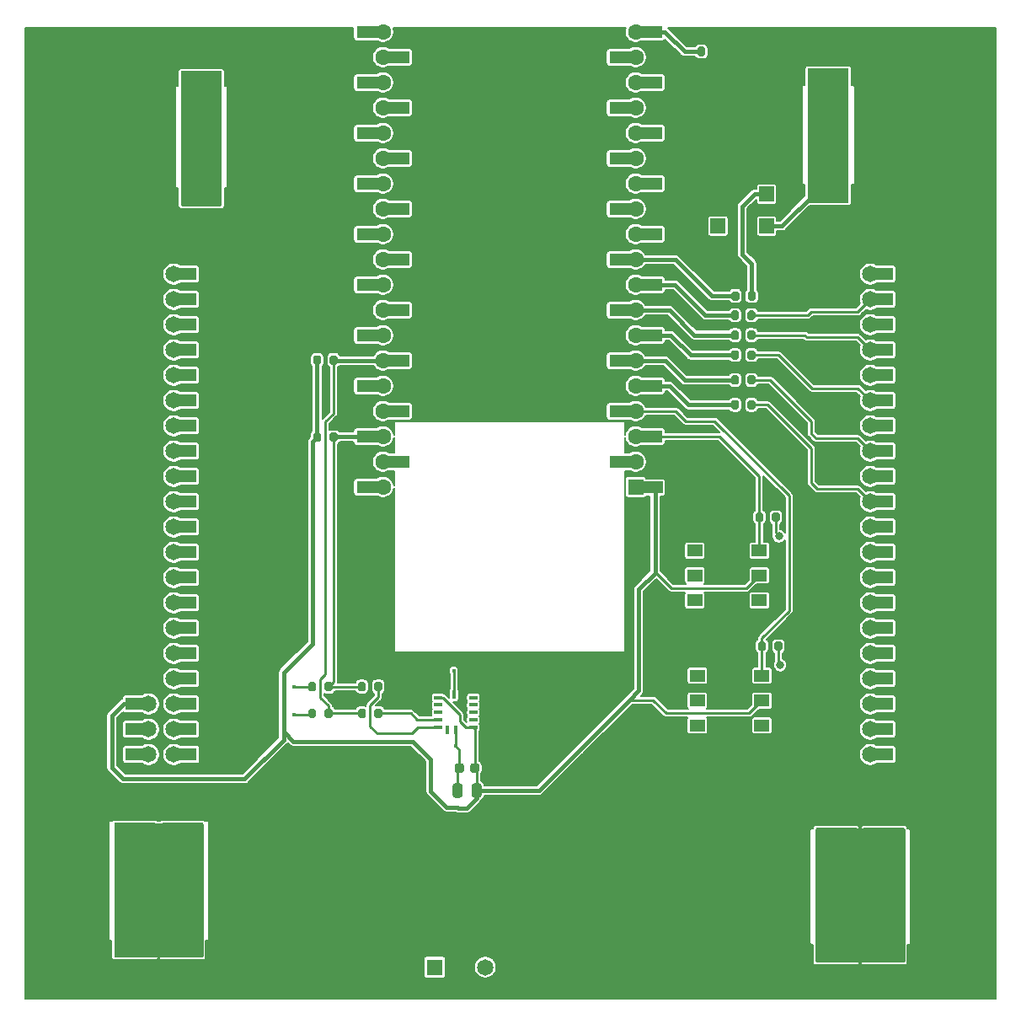
<source format=gbr>
%TF.GenerationSoftware,KiCad,Pcbnew,(5.1.9)-1*%
%TF.CreationDate,2021-10-25T22:56:29-04:00*%
%TF.ProjectId,ESP backpack,45535020-6261-4636-9b70-61636b2e6b69,rev?*%
%TF.SameCoordinates,Original*%
%TF.FileFunction,Copper,L1,Top*%
%TF.FilePolarity,Positive*%
%FSLAX46Y46*%
G04 Gerber Fmt 4.6, Leading zero omitted, Abs format (unit mm)*
G04 Created by KiCad (PCBNEW (5.1.9)-1) date 2021-10-25 22:56:29*
%MOMM*%
%LPD*%
G01*
G04 APERTURE LIST*
%TA.AperFunction,SMDPad,CuDef*%
%ADD10R,1.500000X1.200000*%
%TD*%
%TA.AperFunction,SMDPad,CuDef*%
%ADD11R,1.500000X1.500000*%
%TD*%
%TA.AperFunction,ComponentPad*%
%ADD12R,1.560000X1.560000*%
%TD*%
%TA.AperFunction,ComponentPad*%
%ADD13C,1.600000*%
%TD*%
%TA.AperFunction,SMDPad,CuDef*%
%ADD14R,2.000000X1.200000*%
%TD*%
%TA.AperFunction,SMDPad,CuDef*%
%ADD15R,2.150000X1.200000*%
%TD*%
%TA.AperFunction,SMDPad,CuDef*%
%ADD16R,1.778000X1.270000*%
%TD*%
%TA.AperFunction,ComponentPad*%
%ADD17C,1.651000*%
%TD*%
%TA.AperFunction,ComponentPad*%
%ADD18R,1.650000X1.650000*%
%TD*%
%TA.AperFunction,ComponentPad*%
%ADD19C,1.650000*%
%TD*%
%TA.AperFunction,SMDPad,CuDef*%
%ADD20R,4.100000X2.000000*%
%TD*%
%TA.AperFunction,SMDPad,CuDef*%
%ADD21R,0.805000X0.350000*%
%TD*%
%TA.AperFunction,SMDPad,CuDef*%
%ADD22R,0.400000X0.805000*%
%TD*%
%TA.AperFunction,ViaPad*%
%ADD23C,0.400000*%
%TD*%
%TA.AperFunction,ViaPad*%
%ADD24C,0.800000*%
%TD*%
%TA.AperFunction,Conductor*%
%ADD25C,0.250000*%
%TD*%
%TA.AperFunction,Conductor*%
%ADD26C,0.254000*%
%TD*%
%TA.AperFunction,Conductor*%
%ADD27C,0.457200*%
%TD*%
%TA.AperFunction,Conductor*%
%ADD28C,0.100000*%
%TD*%
%TA.AperFunction,Conductor*%
%ADD29C,0.203200*%
%TD*%
G04 APERTURE END LIST*
D10*
%TO.P,S1,1*%
%TO.N,Net-(R8-Pad1)*%
X75132000Y-53634000D03*
%TO.P,S1,2*%
%TO.N,+3V3*%
X75132000Y-56134000D03*
%TO.P,S1,3*%
%TO.N,Net-(S1-Pad3)*%
X75132000Y-58634000D03*
%TO.P,S1,4*%
%TO.N,Net-(S1-Pad4)*%
X68632000Y-53634000D03*
%TO.P,S1,5*%
%TO.N,Net-(S1-Pad5)*%
X68632000Y-56134000D03*
%TO.P,S1,6*%
%TO.N,Net-(S1-Pad6)*%
X68632000Y-58634000D03*
%TD*%
D11*
%TO.P,D1,4*%
%TO.N,/DiagLED*%
X75856000Y-17831000D03*
%TO.P,D1,3*%
%TO.N,GND*%
X75856000Y-21031000D03*
%TO.P,D1,2*%
%TO.N,Net-(D1-Pad2)*%
X70956000Y-21031000D03*
%TO.P,D1,1*%
%TO.N,+5V*%
X70956000Y-17831000D03*
%TD*%
D12*
%TO.P,U1,1*%
%TO.N,+3V3*%
X62700000Y-47260000D03*
D13*
%TO.P,U1,2*%
%TO.N,Net-(U1-Pad2)*%
X62700000Y-44720000D03*
%TO.P,U1,19*%
%TO.N,Net-(ExtPower1-Pad2)*%
X62700000Y-1540000D03*
%TO.P,U1,3*%
%TO.N,Net-(R8-Pad1)*%
X62700000Y-42180000D03*
%TO.P,U1,4*%
%TO.N,Net-(R9-Pad1)*%
X62700000Y-39640000D03*
%TO.P,U1,5*%
%TO.N,Net-(R7-Pad1)*%
X62700000Y-37100000D03*
%TO.P,U1,6*%
%TO.N,Net-(R6-Pad1)*%
X62700000Y-34560000D03*
%TO.P,U1,7*%
%TO.N,Net-(R5-Pad1)*%
X62700000Y-32020000D03*
%TO.P,U1,8*%
%TO.N,Net-(R4-Pad1)*%
X62700000Y-29480000D03*
%TO.P,U1,9*%
%TO.N,Net-(R3-Pad1)*%
X62700000Y-26940000D03*
%TO.P,U1,10*%
%TO.N,Net-(R10-Pad1)*%
X62700000Y-24400000D03*
%TO.P,U1,11*%
%TO.N,Net-(U1-Pad11)*%
X62700000Y-21860000D03*
%TO.P,U1,12*%
%TO.N,Net-(U1-Pad12)*%
X62700000Y-19320000D03*
%TO.P,U1,13*%
%TO.N,Net-(U1-Pad13)*%
X62700000Y-16780000D03*
%TO.P,U1,14*%
%TO.N,GND*%
X62700000Y-14240000D03*
%TO.P,U1,15*%
%TO.N,Net-(U1-Pad15)*%
X62700000Y-11700000D03*
%TO.P,U1,16*%
%TO.N,Net-(U1-Pad16)*%
X62700000Y-9160000D03*
%TO.P,U1,17*%
%TO.N,Net-(U1-Pad17)*%
X62700000Y-6620000D03*
%TO.P,U1,18*%
%TO.N,Net-(U1-Pad18)*%
X62700000Y-4080000D03*
%TO.P,U1,20*%
%TO.N,GND*%
X37300000Y-47260000D03*
%TO.P,U1,21*%
%TO.N,Net-(U1-Pad21)*%
X37300000Y-44720000D03*
%TO.P,U1,22*%
%TO.N,/SCL*%
X37300000Y-42180000D03*
%TO.P,U1,23*%
%TO.N,Net-(U1-Pad23)*%
X37300000Y-39640000D03*
%TO.P,U1,24*%
%TO.N,Net-(U1-Pad24)*%
X37300000Y-37100000D03*
%TO.P,U1,25*%
%TO.N,/SDA*%
X37300000Y-34560000D03*
%TO.P,U1,26*%
%TO.N,GND*%
X37300000Y-32020000D03*
%TO.P,U1,27*%
%TO.N,Net-(U1-Pad27)*%
X37300000Y-29480000D03*
%TO.P,U1,28*%
%TO.N,Net-(U1-Pad28)*%
X37300000Y-26940000D03*
%TO.P,U1,29*%
%TO.N,Net-(U1-Pad29)*%
X37300000Y-24400000D03*
%TO.P,U1,30*%
%TO.N,Net-(U1-Pad30)*%
X37300000Y-21860000D03*
%TO.P,U1,31*%
%TO.N,Net-(U1-Pad31)*%
X37300000Y-19320000D03*
%TO.P,U1,32*%
%TO.N,Net-(U1-Pad32)*%
X37300000Y-16780000D03*
%TO.P,U1,33*%
%TO.N,Net-(U1-Pad33)*%
X37300000Y-14240000D03*
%TO.P,U1,34*%
%TO.N,Net-(U1-Pad34)*%
X37300000Y-11700000D03*
%TO.P,U1,35*%
%TO.N,Net-(U1-Pad35)*%
X37300000Y-9160000D03*
%TO.P,U1,36*%
%TO.N,Net-(U1-Pad36)*%
X37300000Y-6620000D03*
%TO.P,U1,37*%
%TO.N,Net-(U1-Pad37)*%
X37300000Y-4080000D03*
%TO.P,U1,38*%
%TO.N,Net-(U1-Pad38)*%
X37300000Y-1540000D03*
D14*
%TO.P,U1,1*%
%TO.N,+3V3*%
X64400000Y-47300000D03*
D15*
%TO.P,U1,2*%
%TO.N,Net-(U1-Pad2)*%
X61100000Y-44725000D03*
%TO.P,U1,4*%
%TO.N,Net-(R9-Pad1)*%
X61100000Y-39645000D03*
%TO.P,U1,6*%
%TO.N,Net-(R6-Pad1)*%
X61100000Y-34565000D03*
%TO.P,U1,8*%
%TO.N,Net-(R4-Pad1)*%
X61100000Y-29485000D03*
%TO.P,U1,10*%
%TO.N,Net-(R10-Pad1)*%
X61100000Y-24405000D03*
%TO.P,U1,12*%
%TO.N,Net-(U1-Pad12)*%
X61100000Y-19325000D03*
%TO.P,U1,14*%
%TO.N,GND*%
X61100000Y-14245000D03*
%TO.P,U1,16*%
%TO.N,Net-(U1-Pad16)*%
X61100000Y-9165000D03*
%TO.P,U1,18*%
%TO.N,Net-(U1-Pad18)*%
X61100000Y-4085000D03*
%TO.P,U1,3*%
%TO.N,Net-(R8-Pad1)*%
X64300000Y-42175000D03*
%TO.P,U1,5*%
%TO.N,Net-(R7-Pad1)*%
X64300000Y-37095000D03*
%TO.P,U1,7*%
%TO.N,Net-(R5-Pad1)*%
X64300000Y-32015000D03*
%TO.P,U1,9*%
%TO.N,Net-(R3-Pad1)*%
X64300000Y-26935000D03*
%TO.P,U1,11*%
%TO.N,Net-(U1-Pad11)*%
X64300000Y-21855000D03*
%TO.P,U1,13*%
%TO.N,Net-(U1-Pad13)*%
X64300000Y-16775000D03*
%TO.P,U1,15*%
%TO.N,Net-(U1-Pad15)*%
X64300000Y-11695000D03*
%TO.P,U1,17*%
%TO.N,Net-(U1-Pad17)*%
X64300000Y-6615000D03*
%TO.P,U1,19*%
%TO.N,Net-(ExtPower1-Pad2)*%
X64300000Y-1535000D03*
%TO.P,U1,38*%
%TO.N,Net-(U1-Pad38)*%
X35700000Y-1550000D03*
%TO.P,U1,37*%
%TO.N,Net-(U1-Pad37)*%
X38900000Y-4075000D03*
%TO.P,U1,35*%
%TO.N,Net-(U1-Pad35)*%
X38900000Y-9155000D03*
%TO.P,U1,21*%
%TO.N,Net-(U1-Pad21)*%
X38900000Y-44715000D03*
%TO.P,U1,29*%
%TO.N,Net-(U1-Pad29)*%
X38900000Y-24395000D03*
%TO.P,U1,36*%
%TO.N,Net-(U1-Pad36)*%
X35700000Y-6625000D03*
%TO.P,U1,23*%
%TO.N,Net-(U1-Pad23)*%
X38900000Y-39635000D03*
%TO.P,U1,33*%
%TO.N,Net-(U1-Pad33)*%
X38900000Y-14235000D03*
%TO.P,U1,31*%
%TO.N,Net-(U1-Pad31)*%
X38900000Y-19315000D03*
%TO.P,U1,25*%
%TO.N,/SDA*%
X38900000Y-34555000D03*
%TO.P,U1,27*%
%TO.N,Net-(U1-Pad27)*%
X38900000Y-29475000D03*
%TO.P,U1,28*%
%TO.N,Net-(U1-Pad28)*%
X35700000Y-26945000D03*
%TO.P,U1,34*%
%TO.N,Net-(U1-Pad34)*%
X35700000Y-11705000D03*
%TO.P,U1,22*%
%TO.N,/SCL*%
X35700000Y-42185000D03*
%TO.P,U1,30*%
%TO.N,Net-(U1-Pad30)*%
X35700000Y-21865000D03*
%TO.P,U1,32*%
%TO.N,Net-(U1-Pad32)*%
X35700000Y-16785000D03*
%TO.P,U1,24*%
%TO.N,Net-(U1-Pad24)*%
X35700000Y-37105000D03*
%TO.P,U1,20*%
%TO.N,GND*%
X35700000Y-47265000D03*
%TO.P,U1,26*%
X35700000Y-32025000D03*
%TD*%
D16*
%TO.P,J1,39*%
%TO.N,Net-(J1-Pad39)*%
X12300000Y-74130000D03*
%TO.P,J1,40*%
%TO.N,GND*%
X17700000Y-74130000D03*
D17*
X16270000Y-74130000D03*
%TO.P,J1,39*%
%TO.N,Net-(J1-Pad39)*%
X13730000Y-74130000D03*
D16*
%TO.P,J1,37*%
%TO.N,Net-(J1-Pad37)*%
X12280000Y-71590000D03*
%TO.P,J1,38*%
%TO.N,GND*%
X17670000Y-71590000D03*
D17*
X16270000Y-71590000D03*
%TO.P,J1,37*%
%TO.N,Net-(J1-Pad37)*%
X13730000Y-71590000D03*
D16*
%TO.P,J1,35*%
%TO.N,+3V3*%
X12280000Y-69050000D03*
%TO.P,J1,36*%
%TO.N,GND*%
X17670000Y-69050000D03*
D17*
X16270000Y-69050000D03*
%TO.P,J1,35*%
%TO.N,+3V3*%
X13730000Y-69050000D03*
D16*
%TO.P,J1,33*%
%TO.N,+5V*%
X12280000Y-66510000D03*
%TO.P,J1,34*%
%TO.N,GND*%
X17670000Y-66510000D03*
D17*
X16270000Y-66510000D03*
%TO.P,J1,33*%
%TO.N,+5V*%
X13730000Y-66510000D03*
D16*
%TO.P,J1,31*%
X12280000Y-63970000D03*
%TO.P,J1,32*%
%TO.N,GND*%
X17670000Y-63970000D03*
D17*
X16270000Y-63970000D03*
%TO.P,J1,31*%
%TO.N,+5V*%
X13730000Y-63970000D03*
D16*
%TO.P,J1,29*%
X12280000Y-61430000D03*
%TO.P,J1,30*%
%TO.N,GND*%
X17670000Y-61430000D03*
D17*
X16270000Y-61430000D03*
%TO.P,J1,29*%
%TO.N,+5V*%
X13730000Y-61430000D03*
D16*
%TO.P,J1,27*%
X12280000Y-58890000D03*
%TO.P,J1,28*%
%TO.N,GND*%
X17670000Y-58890000D03*
D17*
X16270000Y-58890000D03*
%TO.P,J1,27*%
%TO.N,+5V*%
X13730000Y-58890000D03*
D16*
%TO.P,J1,25*%
X12280000Y-56350000D03*
%TO.P,J1,26*%
%TO.N,GND*%
X17670000Y-56350000D03*
D17*
X16270000Y-56350000D03*
%TO.P,J1,25*%
%TO.N,+5V*%
X13730000Y-56350000D03*
D16*
%TO.P,J1,23*%
X12280000Y-53810000D03*
%TO.P,J1,24*%
%TO.N,GND*%
X17670000Y-53810000D03*
D17*
X16270000Y-53810000D03*
%TO.P,J1,23*%
%TO.N,+5V*%
X13730000Y-53810000D03*
D16*
%TO.P,J1,21*%
X12280000Y-51270000D03*
%TO.P,J1,22*%
%TO.N,GND*%
X17670000Y-51270000D03*
D17*
X16270000Y-51270000D03*
%TO.P,J1,21*%
%TO.N,+5V*%
X13730000Y-51270000D03*
D16*
%TO.P,J1,19*%
X12280000Y-48730000D03*
%TO.P,J1,20*%
%TO.N,GND*%
X17670000Y-48730000D03*
D17*
X16270000Y-48730000D03*
%TO.P,J1,19*%
%TO.N,+5V*%
X13730000Y-48730000D03*
D16*
%TO.P,J1,17*%
X12280000Y-46190000D03*
%TO.P,J1,18*%
%TO.N,GND*%
X17670000Y-46190000D03*
D17*
X16270000Y-46190000D03*
%TO.P,J1,17*%
%TO.N,+5V*%
X13730000Y-46190000D03*
D16*
%TO.P,J1,15*%
X12280000Y-43650000D03*
%TO.P,J1,16*%
%TO.N,GND*%
X17670000Y-43650000D03*
D17*
X16270000Y-43650000D03*
%TO.P,J1,15*%
%TO.N,+5V*%
X13730000Y-43650000D03*
D16*
%TO.P,J1,13*%
X12280000Y-41110000D03*
%TO.P,J1,14*%
%TO.N,GND*%
X17670000Y-41110000D03*
D17*
X16270000Y-41110000D03*
%TO.P,J1,13*%
%TO.N,+5V*%
X13730000Y-41110000D03*
D16*
%TO.P,J1,11*%
X12280000Y-38570000D03*
%TO.P,J1,12*%
%TO.N,GND*%
X17670000Y-38570000D03*
D17*
X16270000Y-38570000D03*
%TO.P,J1,11*%
%TO.N,+5V*%
X13730000Y-38570000D03*
D16*
%TO.P,J1,09*%
X12280000Y-36030000D03*
%TO.P,J1,10*%
%TO.N,GND*%
X17670000Y-36030000D03*
D17*
X16270000Y-36030000D03*
%TO.P,J1,09*%
%TO.N,+5V*%
X13730000Y-36030000D03*
D16*
%TO.P,J1,07*%
X12280000Y-33490000D03*
%TO.P,J1,08*%
%TO.N,GND*%
X17670000Y-33490000D03*
D17*
X16270000Y-33490000D03*
%TO.P,J1,07*%
%TO.N,+5V*%
X13730000Y-33490000D03*
D16*
%TO.P,J1,05*%
X12280000Y-30950000D03*
%TO.P,J1,06*%
%TO.N,GND*%
X17670000Y-30950000D03*
D17*
X16270000Y-30950000D03*
%TO.P,J1,05*%
%TO.N,+5V*%
X13730000Y-30950000D03*
D16*
%TO.P,J1,03*%
X12280000Y-28410000D03*
%TO.P,J1,04*%
%TO.N,GND*%
X17670000Y-28410000D03*
D17*
X16270000Y-28410000D03*
%TO.P,J1,03*%
%TO.N,+5V*%
X13730000Y-28410000D03*
D16*
%TO.P,J1,01*%
X12280000Y-25870000D03*
%TO.P,J1,02*%
%TO.N,GND*%
X17670000Y-25870000D03*
D17*
X16270000Y-25870000D03*
%TO.P,J1,01*%
%TO.N,+5V*%
X13730000Y-25870000D03*
%TD*%
%TO.P,J2,01*%
%TO.N,+5V*%
X83730000Y-25870000D03*
%TO.P,J2,02*%
%TO.N,GND*%
X86270000Y-25870000D03*
D16*
X87670000Y-25870000D03*
%TO.P,J2,01*%
%TO.N,+5V*%
X82280000Y-25870000D03*
D17*
%TO.P,J2,03*%
X83730000Y-28410000D03*
%TO.P,J2,04*%
%TO.N,/OrangeLine*%
X86270000Y-28410000D03*
D16*
X87670000Y-28410000D03*
%TO.P,J2,03*%
%TO.N,+5V*%
X82280000Y-28410000D03*
D17*
%TO.P,J2,05*%
X83730000Y-30950000D03*
%TO.P,J2,06*%
%TO.N,GND*%
X86270000Y-30950000D03*
D16*
X87670000Y-30950000D03*
%TO.P,J2,05*%
%TO.N,+5V*%
X82280000Y-30950000D03*
D17*
%TO.P,J2,07*%
X83730000Y-33490000D03*
%TO.P,J2,08*%
%TO.N,/YellowLine*%
X86270000Y-33490000D03*
D16*
X87670000Y-33490000D03*
%TO.P,J2,07*%
%TO.N,+5V*%
X82280000Y-33490000D03*
D17*
%TO.P,J2,09*%
X83730000Y-36030000D03*
%TO.P,J2,10*%
%TO.N,GND*%
X86270000Y-36030000D03*
D16*
X87670000Y-36030000D03*
%TO.P,J2,09*%
%TO.N,+5V*%
X82280000Y-36030000D03*
D17*
%TO.P,J2,11*%
X83730000Y-38570000D03*
%TO.P,J2,12*%
%TO.N,/GreenLine*%
X86270000Y-38570000D03*
D16*
X87670000Y-38570000D03*
%TO.P,J2,11*%
%TO.N,+5V*%
X82280000Y-38570000D03*
D17*
%TO.P,J2,13*%
X83730000Y-41110000D03*
%TO.P,J2,14*%
%TO.N,GND*%
X86270000Y-41110000D03*
D16*
X87670000Y-41110000D03*
%TO.P,J2,13*%
%TO.N,+5V*%
X82280000Y-41110000D03*
D17*
%TO.P,J2,15*%
X83730000Y-43650000D03*
%TO.P,J2,16*%
%TO.N,/BlueLine*%
X86270000Y-43650000D03*
D16*
X87670000Y-43650000D03*
%TO.P,J2,15*%
%TO.N,+5V*%
X82280000Y-43650000D03*
D17*
%TO.P,J2,17*%
X83730000Y-46190000D03*
%TO.P,J2,18*%
%TO.N,GND*%
X86270000Y-46190000D03*
D16*
X87670000Y-46190000D03*
%TO.P,J2,17*%
%TO.N,+5V*%
X82280000Y-46190000D03*
D17*
%TO.P,J2,19*%
X83730000Y-48730000D03*
%TO.P,J2,20*%
%TO.N,/RedLine*%
X86270000Y-48730000D03*
D16*
X87670000Y-48730000D03*
%TO.P,J2,19*%
%TO.N,+5V*%
X82280000Y-48730000D03*
D17*
%TO.P,J2,21*%
X83730000Y-51270000D03*
%TO.P,J2,22*%
%TO.N,GND*%
X86270000Y-51270000D03*
D16*
X87670000Y-51270000D03*
%TO.P,J2,21*%
%TO.N,+5V*%
X82280000Y-51270000D03*
D17*
%TO.P,J2,23*%
X83730000Y-53810000D03*
%TO.P,J2,24*%
%TO.N,GND*%
X86270000Y-53810000D03*
D16*
X87670000Y-53810000D03*
%TO.P,J2,23*%
%TO.N,+5V*%
X82280000Y-53810000D03*
D17*
%TO.P,J2,25*%
X83730000Y-56350000D03*
%TO.P,J2,26*%
%TO.N,GND*%
X86270000Y-56350000D03*
D16*
X87670000Y-56350000D03*
%TO.P,J2,25*%
%TO.N,+5V*%
X82280000Y-56350000D03*
D17*
%TO.P,J2,27*%
X83730000Y-58890000D03*
%TO.P,J2,28*%
%TO.N,GND*%
X86270000Y-58890000D03*
D16*
X87670000Y-58890000D03*
%TO.P,J2,27*%
%TO.N,+5V*%
X82280000Y-58890000D03*
D17*
%TO.P,J2,29*%
X83730000Y-61430000D03*
%TO.P,J2,30*%
%TO.N,Net-(J2-Pad30)*%
X86270000Y-61430000D03*
D16*
X87670000Y-61430000D03*
%TO.P,J2,29*%
%TO.N,+5V*%
X82280000Y-61430000D03*
D17*
%TO.P,J2,31*%
X83730000Y-63970000D03*
%TO.P,J2,32*%
%TO.N,GND*%
X86270000Y-63970000D03*
D16*
X87670000Y-63970000D03*
%TO.P,J2,31*%
%TO.N,+5V*%
X82280000Y-63970000D03*
D17*
%TO.P,J2,33*%
X83730000Y-66510000D03*
%TO.P,J2,34*%
%TO.N,GND*%
X86270000Y-66510000D03*
D16*
X87670000Y-66510000D03*
%TO.P,J2,33*%
%TO.N,+5V*%
X82280000Y-66510000D03*
D17*
%TO.P,J2,35*%
X83730000Y-69050000D03*
%TO.P,J2,36*%
%TO.N,GND*%
X86270000Y-69050000D03*
D16*
X87670000Y-69050000D03*
%TO.P,J2,35*%
%TO.N,+5V*%
X82280000Y-69050000D03*
D17*
%TO.P,J2,37*%
X83730000Y-71590000D03*
%TO.P,J2,38*%
%TO.N,GND*%
X86270000Y-71590000D03*
D16*
X87670000Y-71590000D03*
%TO.P,J2,37*%
%TO.N,+5V*%
X82280000Y-71590000D03*
D17*
%TO.P,J2,39*%
X83730000Y-74130000D03*
%TO.P,J2,40*%
%TO.N,GND*%
X86270000Y-74130000D03*
D16*
X87700000Y-74130000D03*
%TO.P,J2,39*%
%TO.N,+5V*%
X82300000Y-74130000D03*
%TD*%
D18*
%TO.P,5VDC_IN1,1*%
%TO.N,GND*%
X42500000Y-95500000D03*
D19*
%TO.P,5VDC_IN1,2*%
X47580000Y-95500000D03*
%TO.P,5VDC_IN1,3*%
%TO.N,+5V*%
X52660000Y-95500000D03*
%TO.P,5VDC_IN1,4*%
X57740000Y-95500000D03*
%TD*%
D20*
%TO.P,C6,2*%
%TO.N,GND*%
X19050000Y-6500000D03*
%TO.P,C6,1*%
%TO.N,+5V*%
X10350000Y-6500000D03*
%TD*%
%TO.P,C1,1*%
%TO.N,+3V3*%
%TA.AperFunction,SMDPad,CuDef*%
G36*
G01*
X46975000Y-75250000D02*
X46975000Y-75750000D01*
G75*
G02*
X46750000Y-75975000I-225000J0D01*
G01*
X46300000Y-75975000D01*
G75*
G02*
X46075000Y-75750000I0J225000D01*
G01*
X46075000Y-75250000D01*
G75*
G02*
X46300000Y-75025000I225000J0D01*
G01*
X46750000Y-75025000D01*
G75*
G02*
X46975000Y-75250000I0J-225000D01*
G01*
G37*
%TD.AperFunction*%
%TO.P,C1,2*%
%TO.N,GND*%
%TA.AperFunction,SMDPad,CuDef*%
G36*
G01*
X45425000Y-75250000D02*
X45425000Y-75750000D01*
G75*
G02*
X45200000Y-75975000I-225000J0D01*
G01*
X44750000Y-75975000D01*
G75*
G02*
X44525000Y-75750000I0J225000D01*
G01*
X44525000Y-75250000D01*
G75*
G02*
X44750000Y-75025000I225000J0D01*
G01*
X45200000Y-75025000D01*
G75*
G02*
X45425000Y-75250000I0J-225000D01*
G01*
G37*
%TD.AperFunction*%
%TD*%
%TO.P,C2,1*%
%TO.N,+3V3*%
%TA.AperFunction,SMDPad,CuDef*%
G36*
G01*
X47200000Y-77275000D02*
X47200000Y-78225000D01*
G75*
G02*
X46950000Y-78475000I-250000J0D01*
G01*
X46450000Y-78475000D01*
G75*
G02*
X46200000Y-78225000I0J250000D01*
G01*
X46200000Y-77275000D01*
G75*
G02*
X46450000Y-77025000I250000J0D01*
G01*
X46950000Y-77025000D01*
G75*
G02*
X47200000Y-77275000I0J-250000D01*
G01*
G37*
%TD.AperFunction*%
%TO.P,C2,2*%
%TO.N,GND*%
%TA.AperFunction,SMDPad,CuDef*%
G36*
G01*
X45300000Y-77275000D02*
X45300000Y-78225000D01*
G75*
G02*
X45050000Y-78475000I-250000J0D01*
G01*
X44550000Y-78475000D01*
G75*
G02*
X44300000Y-78225000I0J250000D01*
G01*
X44300000Y-77275000D01*
G75*
G02*
X44550000Y-77025000I250000J0D01*
G01*
X45050000Y-77025000D01*
G75*
G02*
X45300000Y-77275000I0J-250000D01*
G01*
G37*
%TD.AperFunction*%
%TD*%
%TO.P,C3,2*%
%TO.N,GND*%
X82850000Y-82500000D03*
%TO.P,C3,1*%
%TO.N,+5V*%
X74150000Y-82500000D03*
%TD*%
%TO.P,C4,1*%
%TO.N,+5V*%
X90750000Y-17700000D03*
%TO.P,C4,2*%
%TO.N,GND*%
X82050000Y-17700000D03*
%TD*%
%TO.P,C5,2*%
%TO.N,GND*%
X19050000Y-18000000D03*
%TO.P,C5,1*%
%TO.N,+5V*%
X10350000Y-18000000D03*
%TD*%
%TO.P,C7,2*%
%TO.N,GND*%
X12350000Y-82000000D03*
%TO.P,C7,1*%
%TO.N,+5V*%
X3650000Y-82000000D03*
%TD*%
%TO.P,C8,1*%
%TO.N,+5V*%
X96350000Y-82500000D03*
%TO.P,C8,2*%
%TO.N,GND*%
X87650000Y-82500000D03*
%TD*%
%TO.P,C9,2*%
%TO.N,GND*%
X17150000Y-82000000D03*
%TO.P,C9,1*%
%TO.N,+5V*%
X25850000Y-82000000D03*
%TD*%
%TO.P,C10,1*%
%TO.N,+5V*%
X3650000Y-93500000D03*
%TO.P,C10,2*%
%TO.N,GND*%
X12350000Y-93500000D03*
%TD*%
%TO.P,C11,2*%
%TO.N,GND*%
X87650000Y-94000000D03*
%TO.P,C11,1*%
%TO.N,+5V*%
X96350000Y-94000000D03*
%TD*%
%TO.P,C12,1*%
%TO.N,+5V*%
X90750000Y-6200000D03*
%TO.P,C12,2*%
%TO.N,GND*%
X82050000Y-6200000D03*
%TD*%
%TO.P,ExtPower1,2*%
%TO.N,Net-(ExtPower1-Pad2)*%
%TA.AperFunction,SMDPad,CuDef*%
G36*
G01*
X69675000Y-3225000D02*
X69675000Y-3775000D01*
G75*
G02*
X69475000Y-3975000I-200000J0D01*
G01*
X69075000Y-3975000D01*
G75*
G02*
X68875000Y-3775000I0J200000D01*
G01*
X68875000Y-3225000D01*
G75*
G02*
X69075000Y-3025000I200000J0D01*
G01*
X69475000Y-3025000D01*
G75*
G02*
X69675000Y-3225000I0J-200000D01*
G01*
G37*
%TD.AperFunction*%
%TO.P,ExtPower1,1*%
%TO.N,+5V*%
%TA.AperFunction,SMDPad,CuDef*%
G36*
G01*
X71325000Y-3225000D02*
X71325000Y-3775000D01*
G75*
G02*
X71125000Y-3975000I-200000J0D01*
G01*
X70725000Y-3975000D01*
G75*
G02*
X70525000Y-3775000I0J200000D01*
G01*
X70525000Y-3225000D01*
G75*
G02*
X70725000Y-3025000I200000J0D01*
G01*
X71125000Y-3025000D01*
G75*
G02*
X71325000Y-3225000I0J-200000D01*
G01*
G37*
%TD.AperFunction*%
%TD*%
%TO.P,R2,1*%
%TO.N,/SCL*%
%TA.AperFunction,SMDPad,CuDef*%
G36*
G01*
X32725000Y-41975000D02*
X32725000Y-42525000D01*
G75*
G02*
X32525000Y-42725000I-200000J0D01*
G01*
X32125000Y-42725000D01*
G75*
G02*
X31925000Y-42525000I0J200000D01*
G01*
X31925000Y-41975000D01*
G75*
G02*
X32125000Y-41775000I200000J0D01*
G01*
X32525000Y-41775000D01*
G75*
G02*
X32725000Y-41975000I0J-200000D01*
G01*
G37*
%TD.AperFunction*%
%TO.P,R2,2*%
%TO.N,+3V3*%
%TA.AperFunction,SMDPad,CuDef*%
G36*
G01*
X31075000Y-41975000D02*
X31075000Y-42525000D01*
G75*
G02*
X30875000Y-42725000I-200000J0D01*
G01*
X30475000Y-42725000D01*
G75*
G02*
X30275000Y-42525000I0J200000D01*
G01*
X30275000Y-41975000D01*
G75*
G02*
X30475000Y-41775000I200000J0D01*
G01*
X30875000Y-41775000D01*
G75*
G02*
X31075000Y-41975000I0J-200000D01*
G01*
G37*
%TD.AperFunction*%
%TD*%
%TO.P,R7,1*%
%TO.N,Net-(R7-Pad1)*%
%TA.AperFunction,SMDPad,CuDef*%
G36*
G01*
X72275000Y-39275000D02*
X72275000Y-38725000D01*
G75*
G02*
X72475000Y-38525000I200000J0D01*
G01*
X72875000Y-38525000D01*
G75*
G02*
X73075000Y-38725000I0J-200000D01*
G01*
X73075000Y-39275000D01*
G75*
G02*
X72875000Y-39475000I-200000J0D01*
G01*
X72475000Y-39475000D01*
G75*
G02*
X72275000Y-39275000I0J200000D01*
G01*
G37*
%TD.AperFunction*%
%TO.P,R7,2*%
%TO.N,/RedLine*%
%TA.AperFunction,SMDPad,CuDef*%
G36*
G01*
X73925000Y-39275000D02*
X73925000Y-38725000D01*
G75*
G02*
X74125000Y-38525000I200000J0D01*
G01*
X74525000Y-38525000D01*
G75*
G02*
X74725000Y-38725000I0J-200000D01*
G01*
X74725000Y-39275000D01*
G75*
G02*
X74525000Y-39475000I-200000J0D01*
G01*
X74125000Y-39475000D01*
G75*
G02*
X73925000Y-39275000I0J200000D01*
G01*
G37*
%TD.AperFunction*%
%TD*%
%TO.P,R6,2*%
%TO.N,/BlueLine*%
%TA.AperFunction,SMDPad,CuDef*%
G36*
G01*
X73925000Y-36775000D02*
X73925000Y-36225000D01*
G75*
G02*
X74125000Y-36025000I200000J0D01*
G01*
X74525000Y-36025000D01*
G75*
G02*
X74725000Y-36225000I0J-200000D01*
G01*
X74725000Y-36775000D01*
G75*
G02*
X74525000Y-36975000I-200000J0D01*
G01*
X74125000Y-36975000D01*
G75*
G02*
X73925000Y-36775000I0J200000D01*
G01*
G37*
%TD.AperFunction*%
%TO.P,R6,1*%
%TO.N,Net-(R6-Pad1)*%
%TA.AperFunction,SMDPad,CuDef*%
G36*
G01*
X72275000Y-36775000D02*
X72275000Y-36225000D01*
G75*
G02*
X72475000Y-36025000I200000J0D01*
G01*
X72875000Y-36025000D01*
G75*
G02*
X73075000Y-36225000I0J-200000D01*
G01*
X73075000Y-36775000D01*
G75*
G02*
X72875000Y-36975000I-200000J0D01*
G01*
X72475000Y-36975000D01*
G75*
G02*
X72275000Y-36775000I0J200000D01*
G01*
G37*
%TD.AperFunction*%
%TD*%
%TO.P,R1,2*%
%TO.N,+3V3*%
%TA.AperFunction,SMDPad,CuDef*%
G36*
G01*
X31075000Y-34225000D02*
X31075000Y-34775000D01*
G75*
G02*
X30875000Y-34975000I-200000J0D01*
G01*
X30475000Y-34975000D01*
G75*
G02*
X30275000Y-34775000I0J200000D01*
G01*
X30275000Y-34225000D01*
G75*
G02*
X30475000Y-34025000I200000J0D01*
G01*
X30875000Y-34025000D01*
G75*
G02*
X31075000Y-34225000I0J-200000D01*
G01*
G37*
%TD.AperFunction*%
%TO.P,R1,1*%
%TO.N,/SDA*%
%TA.AperFunction,SMDPad,CuDef*%
G36*
G01*
X32725000Y-34225000D02*
X32725000Y-34775000D01*
G75*
G02*
X32525000Y-34975000I-200000J0D01*
G01*
X32125000Y-34975000D01*
G75*
G02*
X31925000Y-34775000I0J200000D01*
G01*
X31925000Y-34225000D01*
G75*
G02*
X32125000Y-34025000I200000J0D01*
G01*
X32525000Y-34025000D01*
G75*
G02*
X32725000Y-34225000I0J-200000D01*
G01*
G37*
%TD.AperFunction*%
%TD*%
%TO.P,R5,2*%
%TO.N,/GreenLine*%
%TA.AperFunction,SMDPad,CuDef*%
G36*
G01*
X73925000Y-34275000D02*
X73925000Y-33725000D01*
G75*
G02*
X74125000Y-33525000I200000J0D01*
G01*
X74525000Y-33525000D01*
G75*
G02*
X74725000Y-33725000I0J-200000D01*
G01*
X74725000Y-34275000D01*
G75*
G02*
X74525000Y-34475000I-200000J0D01*
G01*
X74125000Y-34475000D01*
G75*
G02*
X73925000Y-34275000I0J200000D01*
G01*
G37*
%TD.AperFunction*%
%TO.P,R5,1*%
%TO.N,Net-(R5-Pad1)*%
%TA.AperFunction,SMDPad,CuDef*%
G36*
G01*
X72275000Y-34275000D02*
X72275000Y-33725000D01*
G75*
G02*
X72475000Y-33525000I200000J0D01*
G01*
X72875000Y-33525000D01*
G75*
G02*
X73075000Y-33725000I0J-200000D01*
G01*
X73075000Y-34275000D01*
G75*
G02*
X72875000Y-34475000I-200000J0D01*
G01*
X72475000Y-34475000D01*
G75*
G02*
X72275000Y-34275000I0J200000D01*
G01*
G37*
%TD.AperFunction*%
%TD*%
%TO.P,R4,1*%
%TO.N,Net-(R4-Pad1)*%
%TA.AperFunction,SMDPad,CuDef*%
G36*
G01*
X72275000Y-32275000D02*
X72275000Y-31725000D01*
G75*
G02*
X72475000Y-31525000I200000J0D01*
G01*
X72875000Y-31525000D01*
G75*
G02*
X73075000Y-31725000I0J-200000D01*
G01*
X73075000Y-32275000D01*
G75*
G02*
X72875000Y-32475000I-200000J0D01*
G01*
X72475000Y-32475000D01*
G75*
G02*
X72275000Y-32275000I0J200000D01*
G01*
G37*
%TD.AperFunction*%
%TO.P,R4,2*%
%TO.N,/YellowLine*%
%TA.AperFunction,SMDPad,CuDef*%
G36*
G01*
X73925000Y-32275000D02*
X73925000Y-31725000D01*
G75*
G02*
X74125000Y-31525000I200000J0D01*
G01*
X74525000Y-31525000D01*
G75*
G02*
X74725000Y-31725000I0J-200000D01*
G01*
X74725000Y-32275000D01*
G75*
G02*
X74525000Y-32475000I-200000J0D01*
G01*
X74125000Y-32475000D01*
G75*
G02*
X73925000Y-32275000I0J200000D01*
G01*
G37*
%TD.AperFunction*%
%TD*%
%TO.P,R3,1*%
%TO.N,Net-(R3-Pad1)*%
%TA.AperFunction,SMDPad,CuDef*%
G36*
G01*
X72275000Y-30275000D02*
X72275000Y-29725000D01*
G75*
G02*
X72475000Y-29525000I200000J0D01*
G01*
X72875000Y-29525000D01*
G75*
G02*
X73075000Y-29725000I0J-200000D01*
G01*
X73075000Y-30275000D01*
G75*
G02*
X72875000Y-30475000I-200000J0D01*
G01*
X72475000Y-30475000D01*
G75*
G02*
X72275000Y-30275000I0J200000D01*
G01*
G37*
%TD.AperFunction*%
%TO.P,R3,2*%
%TO.N,/OrangeLine*%
%TA.AperFunction,SMDPad,CuDef*%
G36*
G01*
X73925000Y-30275000D02*
X73925000Y-29725000D01*
G75*
G02*
X74125000Y-29525000I200000J0D01*
G01*
X74525000Y-29525000D01*
G75*
G02*
X74725000Y-29725000I0J-200000D01*
G01*
X74725000Y-30275000D01*
G75*
G02*
X74525000Y-30475000I-200000J0D01*
G01*
X74125000Y-30475000D01*
G75*
G02*
X73925000Y-30275000I0J200000D01*
G01*
G37*
%TD.AperFunction*%
%TD*%
%TO.P,SCL1,2*%
%TO.N,Net-(SCL1-Pad2)*%
%TA.AperFunction,SMDPad,CuDef*%
G36*
G01*
X36425000Y-67575000D02*
X36425000Y-67025000D01*
G75*
G02*
X36625000Y-66825000I200000J0D01*
G01*
X37025000Y-66825000D01*
G75*
G02*
X37225000Y-67025000I0J-200000D01*
G01*
X37225000Y-67575000D01*
G75*
G02*
X37025000Y-67775000I-200000J0D01*
G01*
X36625000Y-67775000D01*
G75*
G02*
X36425000Y-67575000I0J200000D01*
G01*
G37*
%TD.AperFunction*%
%TO.P,SCL1,1*%
%TO.N,/SCL*%
%TA.AperFunction,SMDPad,CuDef*%
G36*
G01*
X34775000Y-67575000D02*
X34775000Y-67025000D01*
G75*
G02*
X34975000Y-66825000I200000J0D01*
G01*
X35375000Y-66825000D01*
G75*
G02*
X35575000Y-67025000I0J-200000D01*
G01*
X35575000Y-67575000D01*
G75*
G02*
X35375000Y-67775000I-200000J0D01*
G01*
X34975000Y-67775000D01*
G75*
G02*
X34775000Y-67575000I0J200000D01*
G01*
G37*
%TD.AperFunction*%
%TD*%
%TO.P,SCL_EXT1,2*%
%TO.N,/SCL*%
%TA.AperFunction,SMDPad,CuDef*%
G36*
G01*
X31425000Y-67575000D02*
X31425000Y-67025000D01*
G75*
G02*
X31625000Y-66825000I200000J0D01*
G01*
X32025000Y-66825000D01*
G75*
G02*
X32225000Y-67025000I0J-200000D01*
G01*
X32225000Y-67575000D01*
G75*
G02*
X32025000Y-67775000I-200000J0D01*
G01*
X31625000Y-67775000D01*
G75*
G02*
X31425000Y-67575000I0J200000D01*
G01*
G37*
%TD.AperFunction*%
%TO.P,SCL_EXT1,1*%
%TO.N,Net-(J1-Pad39)*%
%TA.AperFunction,SMDPad,CuDef*%
G36*
G01*
X29775000Y-67575000D02*
X29775000Y-67025000D01*
G75*
G02*
X29975000Y-66825000I200000J0D01*
G01*
X30375000Y-66825000D01*
G75*
G02*
X30575000Y-67025000I0J-200000D01*
G01*
X30575000Y-67575000D01*
G75*
G02*
X30375000Y-67775000I-200000J0D01*
G01*
X29975000Y-67775000D01*
G75*
G02*
X29775000Y-67575000I0J200000D01*
G01*
G37*
%TD.AperFunction*%
%TD*%
%TO.P,SDA1,1*%
%TO.N,/SDA*%
%TA.AperFunction,SMDPad,CuDef*%
G36*
G01*
X34775000Y-70275000D02*
X34775000Y-69725000D01*
G75*
G02*
X34975000Y-69525000I200000J0D01*
G01*
X35375000Y-69525000D01*
G75*
G02*
X35575000Y-69725000I0J-200000D01*
G01*
X35575000Y-70275000D01*
G75*
G02*
X35375000Y-70475000I-200000J0D01*
G01*
X34975000Y-70475000D01*
G75*
G02*
X34775000Y-70275000I0J200000D01*
G01*
G37*
%TD.AperFunction*%
%TO.P,SDA1,2*%
%TO.N,Net-(SDA1-Pad2)*%
%TA.AperFunction,SMDPad,CuDef*%
G36*
G01*
X36425000Y-70275000D02*
X36425000Y-69725000D01*
G75*
G02*
X36625000Y-69525000I200000J0D01*
G01*
X37025000Y-69525000D01*
G75*
G02*
X37225000Y-69725000I0J-200000D01*
G01*
X37225000Y-70275000D01*
G75*
G02*
X37025000Y-70475000I-200000J0D01*
G01*
X36625000Y-70475000D01*
G75*
G02*
X36425000Y-70275000I0J200000D01*
G01*
G37*
%TD.AperFunction*%
%TD*%
%TO.P,SDA_EXT1,1*%
%TO.N,Net-(J1-Pad37)*%
%TA.AperFunction,SMDPad,CuDef*%
G36*
G01*
X29775000Y-70275000D02*
X29775000Y-69725000D01*
G75*
G02*
X29975000Y-69525000I200000J0D01*
G01*
X30375000Y-69525000D01*
G75*
G02*
X30575000Y-69725000I0J-200000D01*
G01*
X30575000Y-70275000D01*
G75*
G02*
X30375000Y-70475000I-200000J0D01*
G01*
X29975000Y-70475000D01*
G75*
G02*
X29775000Y-70275000I0J200000D01*
G01*
G37*
%TD.AperFunction*%
%TO.P,SDA_EXT1,2*%
%TO.N,/SDA*%
%TA.AperFunction,SMDPad,CuDef*%
G36*
G01*
X31425000Y-70275000D02*
X31425000Y-69725000D01*
G75*
G02*
X31625000Y-69525000I200000J0D01*
G01*
X32025000Y-69525000D01*
G75*
G02*
X32225000Y-69725000I0J-200000D01*
G01*
X32225000Y-70275000D01*
G75*
G02*
X32025000Y-70475000I-200000J0D01*
G01*
X31625000Y-70475000D01*
G75*
G02*
X31425000Y-70275000I0J200000D01*
G01*
G37*
%TD.AperFunction*%
%TD*%
D21*
%TO.P,U2,1*%
%TO.N,+3V3*%
X42832500Y-68400000D03*
%TO.P,U2,3*%
%TO.N,Net-(U2-Pad3)*%
X42832500Y-69900000D03*
%TO.P,U2,2*%
%TO.N,Net-(U2-Pad2)*%
X42832500Y-69150000D03*
%TO.P,U2,4*%
%TO.N,Net-(SDA1-Pad2)*%
X42832500Y-70650000D03*
%TO.P,U2,5*%
%TO.N,Net-(SCL1-Pad2)*%
X42832500Y-71400000D03*
%TO.P,U2,11*%
%TO.N,Net-(U2-Pad11)*%
X46372500Y-68400000D03*
%TO.P,U2,10*%
%TO.N,Net-(U2-Pad10)*%
X46372500Y-69150000D03*
%TO.P,U2,9*%
%TO.N,Net-(U2-Pad9)*%
X46372500Y-69900000D03*
%TO.P,U2,8*%
%TO.N,Net-(U2-Pad8)*%
X46372500Y-70650000D03*
%TO.P,U2,7*%
%TO.N,+3V3*%
X46372500Y-71400000D03*
D22*
%TO.P,U2,12*%
%TO.N,GND*%
X44425000Y-68127500D03*
%TO.P,U2,13*%
X44600000Y-71672500D03*
%TO.P,U2,6*%
%TO.N,Net-(U2-Pad6)*%
X43800000Y-71672500D03*
%TD*%
D20*
%TO.P,C13,1*%
%TO.N,+5V*%
X25850000Y-93500000D03*
%TO.P,C13,2*%
%TO.N,GND*%
X17150000Y-93500000D03*
%TD*%
%TO.P,C14,2*%
%TO.N,GND*%
X82850000Y-94000000D03*
%TO.P,C14,1*%
%TO.N,+5V*%
X74150000Y-94000000D03*
%TD*%
%TO.P,R8,1*%
%TO.N,Net-(R8-Pad1)*%
%TA.AperFunction,SMDPad,CuDef*%
G36*
G01*
X74721000Y-50567000D02*
X74721000Y-50017000D01*
G75*
G02*
X74921000Y-49817000I200000J0D01*
G01*
X75321000Y-49817000D01*
G75*
G02*
X75521000Y-50017000I0J-200000D01*
G01*
X75521000Y-50567000D01*
G75*
G02*
X75321000Y-50767000I-200000J0D01*
G01*
X74921000Y-50767000D01*
G75*
G02*
X74721000Y-50567000I0J200000D01*
G01*
G37*
%TD.AperFunction*%
%TO.P,R8,2*%
%TO.N,GND*%
%TA.AperFunction,SMDPad,CuDef*%
G36*
G01*
X76371000Y-50567000D02*
X76371000Y-50017000D01*
G75*
G02*
X76571000Y-49817000I200000J0D01*
G01*
X76971000Y-49817000D01*
G75*
G02*
X77171000Y-50017000I0J-200000D01*
G01*
X77171000Y-50567000D01*
G75*
G02*
X76971000Y-50767000I-200000J0D01*
G01*
X76571000Y-50767000D01*
G75*
G02*
X76371000Y-50567000I0J200000D01*
G01*
G37*
%TD.AperFunction*%
%TD*%
%TO.P,R9,2*%
%TO.N,GND*%
%TA.AperFunction,SMDPad,CuDef*%
G36*
G01*
X76625000Y-63521000D02*
X76625000Y-62971000D01*
G75*
G02*
X76825000Y-62771000I200000J0D01*
G01*
X77225000Y-62771000D01*
G75*
G02*
X77425000Y-62971000I0J-200000D01*
G01*
X77425000Y-63521000D01*
G75*
G02*
X77225000Y-63721000I-200000J0D01*
G01*
X76825000Y-63721000D01*
G75*
G02*
X76625000Y-63521000I0J200000D01*
G01*
G37*
%TD.AperFunction*%
%TO.P,R9,1*%
%TO.N,Net-(R9-Pad1)*%
%TA.AperFunction,SMDPad,CuDef*%
G36*
G01*
X74975000Y-63521000D02*
X74975000Y-62971000D01*
G75*
G02*
X75175000Y-62771000I200000J0D01*
G01*
X75575000Y-62771000D01*
G75*
G02*
X75775000Y-62971000I0J-200000D01*
G01*
X75775000Y-63521000D01*
G75*
G02*
X75575000Y-63721000I-200000J0D01*
G01*
X75175000Y-63721000D01*
G75*
G02*
X74975000Y-63521000I0J200000D01*
G01*
G37*
%TD.AperFunction*%
%TD*%
%TO.P,R10,1*%
%TO.N,Net-(R10-Pad1)*%
%TA.AperFunction,SMDPad,CuDef*%
G36*
G01*
X72308000Y-28342000D02*
X72308000Y-27792000D01*
G75*
G02*
X72508000Y-27592000I200000J0D01*
G01*
X72908000Y-27592000D01*
G75*
G02*
X73108000Y-27792000I0J-200000D01*
G01*
X73108000Y-28342000D01*
G75*
G02*
X72908000Y-28542000I-200000J0D01*
G01*
X72508000Y-28542000D01*
G75*
G02*
X72308000Y-28342000I0J200000D01*
G01*
G37*
%TD.AperFunction*%
%TO.P,R10,2*%
%TO.N,/DiagLED*%
%TA.AperFunction,SMDPad,CuDef*%
G36*
G01*
X73958000Y-28342000D02*
X73958000Y-27792000D01*
G75*
G02*
X74158000Y-27592000I200000J0D01*
G01*
X74558000Y-27592000D01*
G75*
G02*
X74758000Y-27792000I0J-200000D01*
G01*
X74758000Y-28342000D01*
G75*
G02*
X74558000Y-28542000I-200000J0D01*
G01*
X74158000Y-28542000D01*
G75*
G02*
X73958000Y-28342000I0J200000D01*
G01*
G37*
%TD.AperFunction*%
%TD*%
D10*
%TO.P,S2,1*%
%TO.N,Net-(R9-Pad1)*%
X75386000Y-66207000D03*
%TO.P,S2,2*%
%TO.N,+3V3*%
X75386000Y-68707000D03*
%TO.P,S2,3*%
%TO.N,Net-(S2-Pad3)*%
X75386000Y-71207000D03*
%TO.P,S2,4*%
%TO.N,Net-(S2-Pad4)*%
X68886000Y-66207000D03*
%TO.P,S2,5*%
%TO.N,Net-(S2-Pad5)*%
X68886000Y-68707000D03*
%TO.P,S2,6*%
%TO.N,Net-(S2-Pad6)*%
X68886000Y-71207000D03*
%TD*%
D23*
%TO.N,GND*%
X82000000Y-86340000D03*
X82000000Y-90150000D03*
X82000000Y-88880000D03*
X84540000Y-88880000D03*
X83270000Y-87610000D03*
X83270000Y-90150000D03*
X83270000Y-88880000D03*
X84540000Y-87610000D03*
X83270000Y-86340000D03*
X84540000Y-86340000D03*
X82000000Y-87610000D03*
X83270000Y-91420000D03*
X82000000Y-91420000D03*
X84540000Y-91420000D03*
X84540000Y-90150000D03*
X84540000Y-85070000D03*
X82000000Y-85070000D03*
X83270000Y-85070000D03*
X86250000Y-86340000D03*
X86250000Y-90150000D03*
X86250000Y-88880000D03*
X88790000Y-88880000D03*
X87520000Y-87610000D03*
X87520000Y-90150000D03*
X87520000Y-88880000D03*
X88790000Y-87610000D03*
X87520000Y-86340000D03*
X88790000Y-86340000D03*
X86250000Y-87610000D03*
X87520000Y-91420000D03*
X86250000Y-91420000D03*
X88790000Y-91420000D03*
X88790000Y-90150000D03*
X88790000Y-85070000D03*
X86250000Y-85070000D03*
X87520000Y-85070000D03*
X15500000Y-85840000D03*
X15500000Y-89650000D03*
X16770000Y-85840000D03*
X16770000Y-90920000D03*
X18040000Y-89650000D03*
X18040000Y-90920000D03*
X16770000Y-87110000D03*
X16770000Y-88380000D03*
X16770000Y-84570000D03*
X15500000Y-87110000D03*
X18040000Y-87110000D03*
X15500000Y-84570000D03*
X16770000Y-89650000D03*
X15500000Y-88380000D03*
X18040000Y-88380000D03*
X18040000Y-85840000D03*
X15500000Y-90920000D03*
X18040000Y-84570000D03*
X11250000Y-89650000D03*
X12520000Y-88380000D03*
X11250000Y-85840000D03*
X13790000Y-89650000D03*
X11250000Y-88380000D03*
X13790000Y-88380000D03*
X11250000Y-90920000D03*
X12520000Y-90920000D03*
X12520000Y-89650000D03*
X13790000Y-84570000D03*
X11250000Y-87110000D03*
X12520000Y-85840000D03*
X13790000Y-90920000D03*
X12520000Y-87110000D03*
X11250000Y-84570000D03*
X13790000Y-87110000D03*
X12520000Y-84570000D03*
X13790000Y-85840000D03*
X17750000Y-10090000D03*
X17750000Y-13900000D03*
X17750000Y-12630000D03*
X20290000Y-12630000D03*
X19020000Y-12630000D03*
X17750000Y-11360000D03*
X19020000Y-15170000D03*
X17750000Y-15170000D03*
X20290000Y-15170000D03*
X20290000Y-8820000D03*
X17750000Y-8820000D03*
X19020000Y-8820000D03*
X80750000Y-14920000D03*
X82020000Y-14920000D03*
X83290000Y-14920000D03*
X80750000Y-13650000D03*
X82020000Y-13650000D03*
X83290000Y-13650000D03*
X80750000Y-12380000D03*
X82020000Y-12380000D03*
X83290000Y-12380000D03*
X80750000Y-11110000D03*
X82020000Y-11110000D03*
X83290000Y-11110000D03*
X80750000Y-9840000D03*
X82020000Y-9840000D03*
X83290000Y-9840000D03*
X80750000Y-8570000D03*
X82020000Y-8570000D03*
X83290000Y-8570000D03*
X44400000Y-65700000D03*
X44600000Y-73300000D03*
D24*
X77089000Y-52197000D03*
X77216000Y-65151000D03*
D23*
X19020000Y-11360000D03*
X20290000Y-11360000D03*
X19020000Y-10090000D03*
X20290000Y-10090000D03*
X19020000Y-13900000D03*
X20290000Y-13900000D03*
%TO.N,Net-(J1-Pad39)*%
X28321000Y-67310000D03*
%TO.N,Net-(J1-Pad37)*%
X28321000Y-70104000D03*
%TD*%
D25*
%TO.N,GND*%
X16270000Y-25870000D02*
X16325001Y-25814999D01*
D26*
X44425000Y-65725000D02*
X44400000Y-65700000D01*
X44425000Y-68127500D02*
X44425000Y-65725000D01*
X44600000Y-71672500D02*
X44600000Y-73300000D01*
X44975000Y-73675000D02*
X44600000Y-73300000D01*
X44975000Y-75500000D02*
X44975000Y-73675000D01*
X44800000Y-75675000D02*
X44975000Y-75500000D01*
X44800000Y-77750000D02*
X44800000Y-75675000D01*
D27*
X75856000Y-21031000D02*
X77394000Y-21031000D01*
X80725000Y-17700000D02*
X82050000Y-17700000D01*
X77394000Y-21031000D02*
X80725000Y-17700000D01*
D26*
X76771000Y-51879000D02*
X77089000Y-52197000D01*
X76771000Y-50292000D02*
X76771000Y-51879000D01*
X77025000Y-64960000D02*
X77216000Y-65151000D01*
X77025000Y-63246000D02*
X77025000Y-64960000D01*
D27*
%TO.N,+5V*%
X70925000Y-3500000D02*
X87250000Y-3500000D01*
X89950000Y-6200000D02*
X90750000Y-6200000D01*
X87250000Y-3500000D02*
X89950000Y-6200000D01*
D26*
%TO.N,+3V3*%
X46700000Y-75675000D02*
X46525000Y-75500000D01*
X46700000Y-77750000D02*
X46700000Y-75675000D01*
X46525000Y-71552500D02*
X46372500Y-71400000D01*
X46525000Y-75500000D02*
X46525000Y-71552500D01*
D27*
X30200000Y-42725000D02*
X30675000Y-42250000D01*
X46700000Y-77750000D02*
X46700000Y-78500000D01*
X43700000Y-79400000D02*
X42100000Y-77800000D01*
X46700000Y-78500000D02*
X45700000Y-79500000D01*
X30200000Y-63000000D02*
X30200000Y-42725000D01*
X45700000Y-79500000D02*
X44865298Y-79500000D01*
X44865298Y-79500000D02*
X44765298Y-79400000D01*
X42100000Y-77800000D02*
X42100000Y-74600000D01*
X44765298Y-79400000D02*
X43700000Y-79400000D01*
X27300000Y-71800000D02*
X27300000Y-65900000D01*
X42100000Y-74600000D02*
X40300000Y-72800000D01*
X40300000Y-72800000D02*
X28300000Y-72800000D01*
X28300000Y-72800000D02*
X27300000Y-71800000D01*
X27300000Y-65900000D02*
X30200000Y-63000000D01*
X30675000Y-42250000D02*
X30675000Y-34500000D01*
D26*
X42832500Y-68400000D02*
X43300000Y-68400000D01*
X43300000Y-68400000D02*
X45000000Y-70100000D01*
X45000000Y-70100000D02*
X45000000Y-70800000D01*
X45600000Y-71400000D02*
X46372500Y-71400000D01*
X45000000Y-70800000D02*
X45600000Y-71400000D01*
D27*
X62992000Y-57531000D02*
X62992000Y-67708000D01*
X64643000Y-55880000D02*
X62992000Y-57531000D01*
X52950000Y-77750000D02*
X46700000Y-77750000D01*
X64643000Y-47457000D02*
X64643000Y-55880000D01*
X64800000Y-47300000D02*
X64643000Y-47457000D01*
X64400000Y-47300000D02*
X64800000Y-47300000D01*
D26*
X62048000Y-68652000D02*
X64461000Y-68652000D01*
D27*
X62992000Y-67708000D02*
X62048000Y-68652000D01*
X62048000Y-68652000D02*
X52950000Y-77750000D01*
D26*
X64461000Y-68652000D02*
X65786000Y-69977000D01*
X74116000Y-69977000D02*
X75386000Y-68707000D01*
X65786000Y-69977000D02*
X74116000Y-69977000D01*
X64643000Y-55880000D02*
X64770000Y-55880000D01*
X64770000Y-55880000D02*
X66294000Y-57404000D01*
X73862000Y-57404000D02*
X75132000Y-56134000D01*
X66294000Y-57404000D02*
X73862000Y-57404000D01*
D27*
%TO.N,+5V*%
X82210000Y-28340000D02*
X82280000Y-28410000D01*
X82210000Y-33420000D02*
X82280000Y-33490000D01*
X82250000Y-38600000D02*
X82280000Y-38570000D01*
X82131000Y-48730000D02*
X82280000Y-48730000D01*
%TO.N,/SCL*%
X32390000Y-42185000D02*
X32325000Y-42250000D01*
X35700000Y-42185000D02*
X32390000Y-42185000D01*
D26*
X32325000Y-66800000D02*
X31825000Y-67300000D01*
X32325000Y-42250000D02*
X32325000Y-66800000D01*
X31825000Y-67300000D02*
X35175000Y-67300000D01*
D27*
%TO.N,Net-(R3-Pad1)*%
X64300000Y-26935000D02*
X66635000Y-26935000D01*
X69700000Y-30000000D02*
X72675000Y-30000000D01*
X66635000Y-26935000D02*
X69700000Y-30000000D01*
%TO.N,Net-(R4-Pad1)*%
X62700000Y-29480000D02*
X66080000Y-29480000D01*
X68600000Y-32000000D02*
X72675000Y-32000000D01*
X66080000Y-29480000D02*
X68600000Y-32000000D01*
%TO.N,Net-(R6-Pad1)*%
X62700000Y-34560000D02*
X65660000Y-34560000D01*
X67600000Y-36500000D02*
X72675000Y-36500000D01*
X65660000Y-34560000D02*
X67600000Y-36500000D01*
%TO.N,Net-(R7-Pad1)*%
X64300000Y-37095000D02*
X66095000Y-37095000D01*
X68000000Y-39000000D02*
X72675000Y-39000000D01*
X66095000Y-37095000D02*
X68000000Y-39000000D01*
D26*
%TO.N,Net-(SCL1-Pad2)*%
X40800000Y-71400000D02*
X42832500Y-71400000D01*
X36695980Y-72000000D02*
X40200000Y-72000000D01*
X40200000Y-72000000D02*
X40800000Y-71400000D01*
X36000000Y-71304020D02*
X36695980Y-72000000D01*
X36825000Y-68375000D02*
X36000000Y-69200000D01*
X36000000Y-69200000D02*
X36000000Y-71304020D01*
X36825000Y-67300000D02*
X36825000Y-68375000D01*
%TO.N,Net-(SDA1-Pad2)*%
X36825000Y-70000000D02*
X40100000Y-70000000D01*
X40750000Y-70650000D02*
X42832500Y-70650000D01*
X40100000Y-70000000D02*
X40750000Y-70650000D01*
D27*
%TO.N,Net-(ExtPower1-Pad2)*%
X64300000Y-1535000D02*
X65635000Y-1535000D01*
X67600000Y-3500000D02*
X69275000Y-3500000D01*
X65635000Y-1535000D02*
X67600000Y-3500000D01*
%TO.N,/SDA*%
X32385000Y-34560000D02*
X32325000Y-34500000D01*
X37300000Y-34560000D02*
X32385000Y-34560000D01*
D26*
X31825000Y-70000000D02*
X35175000Y-70000000D01*
X31000000Y-68400000D02*
X31825000Y-69225000D01*
X31500000Y-66102347D02*
X31000000Y-66602347D01*
X31500000Y-40700000D02*
X31500000Y-66102347D01*
X31000000Y-66602347D02*
X31000000Y-68400000D01*
X32325000Y-39875000D02*
X31500000Y-40700000D01*
X31825000Y-69225000D02*
X31825000Y-70000000D01*
X32325000Y-34500000D02*
X32325000Y-39875000D01*
D27*
%TO.N,Net-(R5-Pad1)*%
X64300000Y-32015000D02*
X66215000Y-32015000D01*
X68200000Y-34000000D02*
X72675000Y-34000000D01*
X66215000Y-32015000D02*
X68200000Y-34000000D01*
D26*
%TO.N,GND*%
X86270000Y-36030000D02*
X87670000Y-36030000D01*
X86270000Y-41110000D02*
X87670000Y-41110000D01*
X86270000Y-46190000D02*
X87670000Y-46190000D01*
X86270000Y-51270000D02*
X87670000Y-51270000D01*
X86270000Y-53810000D02*
X87670000Y-53810000D01*
X86270000Y-56350000D02*
X87670000Y-56350000D01*
X86270000Y-58890000D02*
X87670000Y-58890000D01*
D27*
%TO.N,+3V3*%
X11214000Y-69050000D02*
X12280000Y-69050000D01*
X10033000Y-70231000D02*
X11214000Y-69050000D01*
X10033000Y-75438000D02*
X10033000Y-70231000D01*
X11176000Y-76581000D02*
X10033000Y-75438000D01*
X23368000Y-76581000D02*
X11176000Y-76581000D01*
X27300000Y-72649000D02*
X23368000Y-76581000D01*
X27300000Y-71800000D02*
X27300000Y-72649000D01*
D26*
%TO.N,/OrangeLine*%
X74325000Y-30000000D02*
X79979460Y-30000000D01*
X79979460Y-30000000D02*
X80317340Y-29662120D01*
X85017880Y-29662120D02*
X86270000Y-28410000D01*
X80317340Y-29662120D02*
X85017880Y-29662120D01*
%TO.N,/YellowLine*%
X74325000Y-32000000D02*
X79701200Y-32000000D01*
X79701200Y-32000000D02*
X79908400Y-32207200D01*
X84987200Y-32207200D02*
X86270000Y-33490000D01*
X79908400Y-32207200D02*
X84987200Y-32207200D01*
X86270000Y-33490000D02*
X87670000Y-33490000D01*
%TO.N,/GreenLine*%
X74325000Y-34000000D02*
X77068240Y-34000000D01*
X77068240Y-34000000D02*
X80393540Y-37325300D01*
X85025300Y-37325300D02*
X86270000Y-38570000D01*
X80393540Y-37325300D02*
X85025300Y-37325300D01*
X86270000Y-38570000D02*
X87670000Y-38570000D01*
%TO.N,/BlueLine*%
X84994820Y-42374820D02*
X86270000Y-43650000D01*
X80820260Y-42374820D02*
X84994820Y-42374820D01*
X80345280Y-41899840D02*
X80820260Y-42374820D01*
X80345280Y-40642540D02*
X80345280Y-41899840D01*
X76202740Y-36500000D02*
X80345280Y-40642540D01*
X74325000Y-36500000D02*
X76202740Y-36500000D01*
X86270000Y-43650000D02*
X87670000Y-43650000D01*
%TO.N,/RedLine*%
X85007520Y-47467520D02*
X86270000Y-48730000D01*
X80954880Y-47467520D02*
X85007520Y-47467520D01*
X80340200Y-46852840D02*
X80954880Y-47467520D01*
X80340200Y-43378120D02*
X80340200Y-46852840D01*
X75962080Y-39000000D02*
X80340200Y-43378120D01*
X74325000Y-39000000D02*
X75962080Y-39000000D01*
X86270000Y-48730000D02*
X87670000Y-48730000D01*
D27*
%TO.N,/DiagLED*%
X74358000Y-28067000D02*
X74358000Y-24828000D01*
X74358000Y-24828000D02*
X73406000Y-23876000D01*
X73406000Y-23876000D02*
X73406000Y-19050000D01*
X74625000Y-17831000D02*
X75856000Y-17831000D01*
X73406000Y-19050000D02*
X74625000Y-17831000D01*
%TO.N,Net-(R10-Pad1)*%
X62700000Y-24400000D02*
X66691000Y-24400000D01*
X70358000Y-28067000D02*
X72708000Y-28067000D01*
X66691000Y-24400000D02*
X70358000Y-28067000D01*
D26*
%TO.N,Net-(R8-Pad1)*%
X75132000Y-50303000D02*
X75121000Y-50292000D01*
X75132000Y-53634000D02*
X75132000Y-50303000D01*
X75121000Y-46165000D02*
X71131000Y-42175000D01*
X71131000Y-42175000D02*
X64300000Y-42175000D01*
X75121000Y-50292000D02*
X75121000Y-46165000D01*
%TO.N,Net-(R9-Pad1)*%
X75386000Y-63257000D02*
X75375000Y-63246000D01*
X75386000Y-66207000D02*
X75386000Y-63257000D01*
X66691000Y-39640000D02*
X62700000Y-39640000D01*
X67691000Y-40640000D02*
X66691000Y-39640000D01*
X70612000Y-40640000D02*
X67691000Y-40640000D01*
X78105000Y-48133000D02*
X70612000Y-40640000D01*
X75375000Y-62420000D02*
X78105000Y-59690000D01*
X78105000Y-59690000D02*
X78105000Y-48133000D01*
X75375000Y-63246000D02*
X75375000Y-62420000D01*
%TO.N,Net-(J1-Pad39)*%
X30165000Y-67310000D02*
X30175000Y-67300000D01*
X28321000Y-67310000D02*
X28321000Y-67310000D01*
X28321000Y-67310000D02*
X30165000Y-67310000D01*
%TO.N,Net-(J1-Pad37)*%
X30071000Y-70104000D02*
X30175000Y-70000000D01*
X28321000Y-70104000D02*
X30071000Y-70104000D01*
%TD*%
%TO.N,GND*%
X83873000Y-18373000D02*
X80127000Y-18373000D01*
X80127000Y-5377000D01*
X83873000Y-5377000D01*
X83873000Y-18373000D01*
%TA.AperFunction,Conductor*%
D28*
G36*
X83873000Y-18373000D02*
G01*
X80127000Y-18373000D01*
X80127000Y-5377000D01*
X83873000Y-5377000D01*
X83873000Y-18373000D01*
G37*
%TD.AperFunction*%
%TD*%
D26*
%TO.N,GND*%
X20873000Y-18873000D02*
X17127000Y-18873000D01*
X17127000Y-5627000D01*
X20873000Y-5627000D01*
X20873000Y-18873000D01*
%TA.AperFunction,Conductor*%
D28*
G36*
X20873000Y-18873000D02*
G01*
X17127000Y-18873000D01*
X17127000Y-5627000D01*
X20873000Y-5627000D01*
X20873000Y-18873000D01*
G37*
%TD.AperFunction*%
%TD*%
D26*
%TO.N,GND*%
X19123000Y-94373000D02*
X10377000Y-94373000D01*
X10377000Y-81127000D01*
X19123000Y-81127000D01*
X19123000Y-94373000D01*
%TA.AperFunction,Conductor*%
D28*
G36*
X19123000Y-94373000D02*
G01*
X10377000Y-94373000D01*
X10377000Y-81127000D01*
X19123000Y-81127000D01*
X19123000Y-94373000D01*
G37*
%TD.AperFunction*%
%TD*%
D26*
%TO.N,GND*%
X89623000Y-94873000D02*
X80877000Y-94873000D01*
X80877000Y-81627000D01*
X89623000Y-81627000D01*
X89623000Y-94873000D01*
%TA.AperFunction,Conductor*%
D28*
G36*
X89623000Y-94873000D02*
G01*
X80877000Y-94873000D01*
X80877000Y-81627000D01*
X89623000Y-81627000D01*
X89623000Y-94873000D01*
G37*
%TD.AperFunction*%
%TD*%
D29*
%TO.N,+5V*%
X34321941Y-2150000D02*
X34327764Y-2209124D01*
X34345010Y-2265976D01*
X34373016Y-2318371D01*
X34410705Y-2364295D01*
X34456629Y-2401984D01*
X34509024Y-2429990D01*
X34565876Y-2447236D01*
X34625000Y-2453059D01*
X36683663Y-2453059D01*
X36778197Y-2516225D01*
X36978675Y-2599266D01*
X37191502Y-2641600D01*
X37408498Y-2641600D01*
X37621325Y-2599266D01*
X37821803Y-2516225D01*
X38002229Y-2395668D01*
X38155668Y-2242229D01*
X38276225Y-2061803D01*
X38359266Y-1861325D01*
X38401600Y-1648498D01*
X38401600Y-1431502D01*
X38359266Y-1218675D01*
X38310772Y-1101600D01*
X61689228Y-1101600D01*
X61640734Y-1218675D01*
X61598400Y-1431502D01*
X61598400Y-1648498D01*
X61640734Y-1861325D01*
X61723775Y-2061803D01*
X61844332Y-2242229D01*
X61997771Y-2395668D01*
X62178197Y-2516225D01*
X62378675Y-2599266D01*
X62591502Y-2641600D01*
X62808498Y-2641600D01*
X63021325Y-2599266D01*
X63221803Y-2516225D01*
X63338786Y-2438059D01*
X65375000Y-2438059D01*
X65434124Y-2432236D01*
X65490976Y-2414990D01*
X65543371Y-2386984D01*
X65589295Y-2349295D01*
X65626984Y-2303371D01*
X65636240Y-2286055D01*
X67206675Y-3856491D01*
X67223278Y-3876722D01*
X67304012Y-3942978D01*
X67396120Y-3992211D01*
X67465745Y-4013331D01*
X67496062Y-4022528D01*
X67600000Y-4032765D01*
X67626043Y-4030200D01*
X68643741Y-4030200D01*
X68656722Y-4054485D01*
X68719284Y-4130716D01*
X68795515Y-4193278D01*
X68882488Y-4239766D01*
X68976858Y-4268393D01*
X69075000Y-4278059D01*
X69475000Y-4278059D01*
X69573142Y-4268393D01*
X69667512Y-4239766D01*
X69754485Y-4193278D01*
X69830716Y-4130716D01*
X69893278Y-4054485D01*
X69939766Y-3967512D01*
X69968393Y-3873142D01*
X69978059Y-3775000D01*
X69978059Y-3225000D01*
X69968393Y-3126858D01*
X69939766Y-3032488D01*
X69893278Y-2945515D01*
X69830716Y-2869284D01*
X69754485Y-2806722D01*
X69667512Y-2760234D01*
X69573142Y-2731607D01*
X69475000Y-2721941D01*
X69075000Y-2721941D01*
X68976858Y-2731607D01*
X68882488Y-2760234D01*
X68795515Y-2806722D01*
X68719284Y-2869284D01*
X68656722Y-2945515D01*
X68643741Y-2969800D01*
X67819616Y-2969800D01*
X66028329Y-1178514D01*
X66011722Y-1158278D01*
X65942659Y-1101600D01*
X98898400Y-1101600D01*
X98898400Y-98648400D01*
X1351600Y-98648400D01*
X1351600Y-80900000D01*
X9698400Y-80900000D01*
X9698400Y-92700000D01*
X9700352Y-92719821D01*
X9706134Y-92738881D01*
X9715523Y-92756446D01*
X9728158Y-92771842D01*
X9743554Y-92784477D01*
X9761119Y-92793866D01*
X9780179Y-92799648D01*
X9800000Y-92801600D01*
X9996941Y-92801600D01*
X9996941Y-94500000D01*
X10002764Y-94559124D01*
X10020010Y-94615976D01*
X10048016Y-94668371D01*
X10085705Y-94714295D01*
X10131629Y-94751984D01*
X10184024Y-94779990D01*
X10240876Y-94797236D01*
X10300000Y-94803059D01*
X14400000Y-94803059D01*
X14459124Y-94797236D01*
X14515976Y-94779990D01*
X14568371Y-94751984D01*
X14614295Y-94714295D01*
X14651984Y-94668371D01*
X14679990Y-94615976D01*
X14697236Y-94559124D01*
X14703059Y-94500000D01*
X14703059Y-92801600D01*
X14796941Y-92801600D01*
X14796941Y-94500000D01*
X14802764Y-94559124D01*
X14820010Y-94615976D01*
X14848016Y-94668371D01*
X14885705Y-94714295D01*
X14931629Y-94751984D01*
X14984024Y-94779990D01*
X15040876Y-94797236D01*
X15100000Y-94803059D01*
X19200000Y-94803059D01*
X19259124Y-94797236D01*
X19315976Y-94779990D01*
X19368371Y-94751984D01*
X19414295Y-94714295D01*
X19446543Y-94675000D01*
X41371941Y-94675000D01*
X41371941Y-96325000D01*
X41377764Y-96384124D01*
X41395010Y-96440976D01*
X41423016Y-96493371D01*
X41460705Y-96539295D01*
X41506629Y-96576984D01*
X41559024Y-96604990D01*
X41615876Y-96622236D01*
X41675000Y-96628059D01*
X43325000Y-96628059D01*
X43384124Y-96622236D01*
X43440976Y-96604990D01*
X43493371Y-96576984D01*
X43539295Y-96539295D01*
X43576984Y-96493371D01*
X43604990Y-96440976D01*
X43622236Y-96384124D01*
X43628059Y-96325000D01*
X43628059Y-95389040D01*
X46453400Y-95389040D01*
X46453400Y-95610960D01*
X46496695Y-95828617D01*
X46581620Y-96033645D01*
X46704913Y-96218166D01*
X46861834Y-96375087D01*
X47046355Y-96498380D01*
X47251383Y-96583305D01*
X47469040Y-96626600D01*
X47690960Y-96626600D01*
X47908617Y-96583305D01*
X48113645Y-96498380D01*
X48298166Y-96375087D01*
X48455087Y-96218166D01*
X48578380Y-96033645D01*
X48663305Y-95828617D01*
X48706600Y-95610960D01*
X48706600Y-95389040D01*
X48663305Y-95171383D01*
X48578380Y-94966355D01*
X48455087Y-94781834D01*
X48298166Y-94624913D01*
X48113645Y-94501620D01*
X47908617Y-94416695D01*
X47690960Y-94373400D01*
X47469040Y-94373400D01*
X47251383Y-94416695D01*
X47046355Y-94501620D01*
X46861834Y-94624913D01*
X46704913Y-94781834D01*
X46581620Y-94966355D01*
X46496695Y-95171383D01*
X46453400Y-95389040D01*
X43628059Y-95389040D01*
X43628059Y-94675000D01*
X43622236Y-94615876D01*
X43604990Y-94559024D01*
X43576984Y-94506629D01*
X43539295Y-94460705D01*
X43493371Y-94423016D01*
X43440976Y-94395010D01*
X43384124Y-94377764D01*
X43325000Y-94371941D01*
X41675000Y-94371941D01*
X41615876Y-94377764D01*
X41559024Y-94395010D01*
X41506629Y-94423016D01*
X41460705Y-94460705D01*
X41423016Y-94506629D01*
X41395010Y-94559024D01*
X41377764Y-94615876D01*
X41371941Y-94675000D01*
X19446543Y-94675000D01*
X19451984Y-94668371D01*
X19479990Y-94615976D01*
X19497236Y-94559124D01*
X19503059Y-94500000D01*
X19503059Y-92801600D01*
X19700000Y-92801600D01*
X19719821Y-92799648D01*
X19738881Y-92793866D01*
X19756446Y-92784477D01*
X19771842Y-92771842D01*
X19784477Y-92756446D01*
X19793866Y-92738881D01*
X19799648Y-92719821D01*
X19801600Y-92700000D01*
X19801600Y-81700000D01*
X80198400Y-81700000D01*
X80198400Y-93100000D01*
X80200352Y-93119821D01*
X80206134Y-93138881D01*
X80215523Y-93156446D01*
X80228158Y-93171842D01*
X80243554Y-93184477D01*
X80261119Y-93193866D01*
X80280179Y-93199648D01*
X80300000Y-93201600D01*
X80496941Y-93201600D01*
X80496941Y-95000000D01*
X80502764Y-95059124D01*
X80520010Y-95115976D01*
X80548016Y-95168371D01*
X80585705Y-95214295D01*
X80631629Y-95251984D01*
X80684024Y-95279990D01*
X80740876Y-95297236D01*
X80800000Y-95303059D01*
X84900000Y-95303059D01*
X84959124Y-95297236D01*
X85015976Y-95279990D01*
X85068371Y-95251984D01*
X85114295Y-95214295D01*
X85151984Y-95168371D01*
X85179990Y-95115976D01*
X85197236Y-95059124D01*
X85203059Y-95000000D01*
X85203059Y-93201600D01*
X85296941Y-93201600D01*
X85296941Y-95000000D01*
X85302764Y-95059124D01*
X85320010Y-95115976D01*
X85348016Y-95168371D01*
X85385705Y-95214295D01*
X85431629Y-95251984D01*
X85484024Y-95279990D01*
X85540876Y-95297236D01*
X85600000Y-95303059D01*
X89700000Y-95303059D01*
X89759124Y-95297236D01*
X89815976Y-95279990D01*
X89868371Y-95251984D01*
X89914295Y-95214295D01*
X89951984Y-95168371D01*
X89979990Y-95115976D01*
X89997236Y-95059124D01*
X90003059Y-95000000D01*
X90003059Y-93201600D01*
X90200000Y-93201600D01*
X90219821Y-93199648D01*
X90238881Y-93193866D01*
X90256446Y-93184477D01*
X90271842Y-93171842D01*
X90284477Y-93156446D01*
X90293866Y-93138881D01*
X90299648Y-93119821D01*
X90301600Y-93100000D01*
X90301600Y-81700000D01*
X90299648Y-81680179D01*
X90293866Y-81661119D01*
X90284477Y-81643554D01*
X90271842Y-81628158D01*
X90256446Y-81615523D01*
X90238881Y-81606134D01*
X90219821Y-81600352D01*
X90200000Y-81598400D01*
X90003059Y-81598400D01*
X90003059Y-81500000D01*
X89997236Y-81440876D01*
X89979990Y-81384024D01*
X89951984Y-81331629D01*
X89914295Y-81285705D01*
X89868371Y-81248016D01*
X89815976Y-81220010D01*
X89759124Y-81202764D01*
X89700000Y-81196941D01*
X85600000Y-81196941D01*
X85540876Y-81202764D01*
X85484024Y-81220010D01*
X85431629Y-81248016D01*
X85385705Y-81285705D01*
X85348016Y-81331629D01*
X85320010Y-81384024D01*
X85302764Y-81440876D01*
X85296941Y-81500000D01*
X85296941Y-81598400D01*
X85203059Y-81598400D01*
X85203059Y-81500000D01*
X85197236Y-81440876D01*
X85179990Y-81384024D01*
X85151984Y-81331629D01*
X85114295Y-81285705D01*
X85068371Y-81248016D01*
X85015976Y-81220010D01*
X84959124Y-81202764D01*
X84900000Y-81196941D01*
X80800000Y-81196941D01*
X80740876Y-81202764D01*
X80684024Y-81220010D01*
X80631629Y-81248016D01*
X80585705Y-81285705D01*
X80548016Y-81331629D01*
X80520010Y-81384024D01*
X80502764Y-81440876D01*
X80496941Y-81500000D01*
X80496941Y-81598400D01*
X80300000Y-81598400D01*
X80280179Y-81600352D01*
X80261119Y-81606134D01*
X80243554Y-81615523D01*
X80228158Y-81628158D01*
X80215523Y-81643554D01*
X80206134Y-81661119D01*
X80200352Y-81680179D01*
X80198400Y-81700000D01*
X19801600Y-81700000D01*
X19801600Y-80900000D01*
X19799648Y-80880179D01*
X19793866Y-80861119D01*
X19784477Y-80843554D01*
X19771842Y-80828158D01*
X19756446Y-80815523D01*
X19738881Y-80806134D01*
X19719821Y-80800352D01*
X19700000Y-80798400D01*
X19424714Y-80798400D01*
X19414295Y-80785705D01*
X19368371Y-80748016D01*
X19315976Y-80720010D01*
X19259124Y-80702764D01*
X19200000Y-80696941D01*
X15100000Y-80696941D01*
X15040876Y-80702764D01*
X14984024Y-80720010D01*
X14931629Y-80748016D01*
X14885705Y-80785705D01*
X14875286Y-80798400D01*
X14624714Y-80798400D01*
X14614295Y-80785705D01*
X14568371Y-80748016D01*
X14515976Y-80720010D01*
X14459124Y-80702764D01*
X14400000Y-80696941D01*
X10300000Y-80696941D01*
X10240876Y-80702764D01*
X10184024Y-80720010D01*
X10131629Y-80748016D01*
X10085705Y-80785705D01*
X10075286Y-80798400D01*
X9800000Y-80798400D01*
X9780179Y-80800352D01*
X9761119Y-80806134D01*
X9743554Y-80815523D01*
X9728158Y-80828158D01*
X9715523Y-80843554D01*
X9706134Y-80861119D01*
X9700352Y-80880179D01*
X9698400Y-80900000D01*
X1351600Y-80900000D01*
X1351600Y-70231000D01*
X9500235Y-70231000D01*
X9502801Y-70257050D01*
X9502800Y-75411960D01*
X9500235Y-75438000D01*
X9502800Y-75464040D01*
X9502800Y-75464042D01*
X9510472Y-75541936D01*
X9540789Y-75641879D01*
X9590022Y-75733988D01*
X9656278Y-75814722D01*
X9676514Y-75831329D01*
X10782675Y-76937491D01*
X10799278Y-76957722D01*
X10880012Y-77023978D01*
X10972120Y-77073211D01*
X11072063Y-77103528D01*
X11149957Y-77111200D01*
X11149959Y-77111200D01*
X11175999Y-77113765D01*
X11202039Y-77111200D01*
X23341960Y-77111200D01*
X23368000Y-77113765D01*
X23394040Y-77111200D01*
X23394043Y-77111200D01*
X23471937Y-77103528D01*
X23571880Y-77073211D01*
X23663988Y-77023978D01*
X23744722Y-76957722D01*
X23761329Y-76937486D01*
X27656491Y-73042325D01*
X27676722Y-73025722D01*
X27721429Y-72971245D01*
X27906675Y-73156491D01*
X27923278Y-73176722D01*
X28004012Y-73242978D01*
X28096120Y-73292211D01*
X28165745Y-73313331D01*
X28196062Y-73322528D01*
X28300000Y-73332765D01*
X28326043Y-73330200D01*
X40080385Y-73330200D01*
X41569801Y-74819617D01*
X41569800Y-77773960D01*
X41567235Y-77800000D01*
X41569800Y-77826040D01*
X41569800Y-77826042D01*
X41577472Y-77903936D01*
X41607789Y-78003879D01*
X41657022Y-78095988D01*
X41723278Y-78176722D01*
X41743514Y-78193329D01*
X43306675Y-79756491D01*
X43323278Y-79776722D01*
X43404012Y-79842978D01*
X43496120Y-79892211D01*
X43565745Y-79913331D01*
X43596062Y-79922528D01*
X43700000Y-79932765D01*
X43726043Y-79930200D01*
X44553740Y-79930200D01*
X44569310Y-79942978D01*
X44661418Y-79992211D01*
X44761361Y-80022528D01*
X44839255Y-80030200D01*
X44839257Y-80030200D01*
X44865297Y-80032765D01*
X44891337Y-80030200D01*
X45673960Y-80030200D01*
X45700000Y-80032765D01*
X45726040Y-80030200D01*
X45726043Y-80030200D01*
X45803937Y-80022528D01*
X45903880Y-79992211D01*
X45995988Y-79942978D01*
X46076722Y-79876722D01*
X46093329Y-79856486D01*
X47056491Y-78893325D01*
X47076722Y-78876722D01*
X47142978Y-78795988D01*
X47180430Y-78725920D01*
X47257263Y-78684852D01*
X47341072Y-78616072D01*
X47409852Y-78532263D01*
X47460960Y-78436647D01*
X47492432Y-78332896D01*
X47497622Y-78280200D01*
X52923960Y-78280200D01*
X52950000Y-78282765D01*
X52976040Y-78280200D01*
X52976043Y-78280200D01*
X53053937Y-78272528D01*
X53153880Y-78242211D01*
X53245988Y-78192978D01*
X53326722Y-78126722D01*
X53343329Y-78106486D01*
X57430825Y-74018990D01*
X85142900Y-74018990D01*
X85142900Y-74241010D01*
X85186213Y-74458763D01*
X85271177Y-74663882D01*
X85394524Y-74848485D01*
X85551515Y-75005476D01*
X85736118Y-75128823D01*
X85941237Y-75213787D01*
X86158990Y-75257100D01*
X86381010Y-75257100D01*
X86598763Y-75213787D01*
X86803882Y-75128823D01*
X86894822Y-75068059D01*
X88589000Y-75068059D01*
X88648124Y-75062236D01*
X88704976Y-75044990D01*
X88757371Y-75016984D01*
X88803295Y-74979295D01*
X88840984Y-74933371D01*
X88868990Y-74880976D01*
X88886236Y-74824124D01*
X88892059Y-74765000D01*
X88892059Y-73495000D01*
X88886236Y-73435876D01*
X88868990Y-73379024D01*
X88840984Y-73326629D01*
X88803295Y-73280705D01*
X88757371Y-73243016D01*
X88704976Y-73215010D01*
X88648124Y-73197764D01*
X88589000Y-73191941D01*
X86894822Y-73191941D01*
X86803882Y-73131177D01*
X86598763Y-73046213D01*
X86381010Y-73002900D01*
X86158990Y-73002900D01*
X85941237Y-73046213D01*
X85736118Y-73131177D01*
X85551515Y-73254524D01*
X85394524Y-73411515D01*
X85271177Y-73596118D01*
X85186213Y-73801237D01*
X85142900Y-74018990D01*
X57430825Y-74018990D01*
X62369216Y-69080600D01*
X64283469Y-69080600D01*
X65468049Y-70265181D01*
X65481468Y-70281532D01*
X65546731Y-70335092D01*
X65621189Y-70374890D01*
X65677471Y-70391963D01*
X65701979Y-70399398D01*
X65786000Y-70407673D01*
X65807048Y-70405600D01*
X67911122Y-70405600D01*
X67884016Y-70438629D01*
X67856010Y-70491024D01*
X67838764Y-70547876D01*
X67832941Y-70607000D01*
X67832941Y-71807000D01*
X67838764Y-71866124D01*
X67856010Y-71922976D01*
X67884016Y-71975371D01*
X67921705Y-72021295D01*
X67967629Y-72058984D01*
X68020024Y-72086990D01*
X68076876Y-72104236D01*
X68136000Y-72110059D01*
X69636000Y-72110059D01*
X69695124Y-72104236D01*
X69751976Y-72086990D01*
X69804371Y-72058984D01*
X69850295Y-72021295D01*
X69887984Y-71975371D01*
X69915990Y-71922976D01*
X69933236Y-71866124D01*
X69939059Y-71807000D01*
X69939059Y-70607000D01*
X74332941Y-70607000D01*
X74332941Y-71807000D01*
X74338764Y-71866124D01*
X74356010Y-71922976D01*
X74384016Y-71975371D01*
X74421705Y-72021295D01*
X74467629Y-72058984D01*
X74520024Y-72086990D01*
X74576876Y-72104236D01*
X74636000Y-72110059D01*
X76136000Y-72110059D01*
X76195124Y-72104236D01*
X76251976Y-72086990D01*
X76304371Y-72058984D01*
X76350295Y-72021295D01*
X76387984Y-71975371D01*
X76415990Y-71922976D01*
X76433236Y-71866124D01*
X76439059Y-71807000D01*
X76439059Y-71478990D01*
X85142900Y-71478990D01*
X85142900Y-71701010D01*
X85186213Y-71918763D01*
X85271177Y-72123882D01*
X85394524Y-72308485D01*
X85551515Y-72465476D01*
X85736118Y-72588823D01*
X85941237Y-72673787D01*
X86158990Y-72717100D01*
X86381010Y-72717100D01*
X86598763Y-72673787D01*
X86803882Y-72588823D01*
X86894822Y-72528059D01*
X88559000Y-72528059D01*
X88618124Y-72522236D01*
X88674976Y-72504990D01*
X88727371Y-72476984D01*
X88773295Y-72439295D01*
X88810984Y-72393371D01*
X88838990Y-72340976D01*
X88856236Y-72284124D01*
X88862059Y-72225000D01*
X88862059Y-70955000D01*
X88856236Y-70895876D01*
X88838990Y-70839024D01*
X88810984Y-70786629D01*
X88773295Y-70740705D01*
X88727371Y-70703016D01*
X88674976Y-70675010D01*
X88618124Y-70657764D01*
X88559000Y-70651941D01*
X86894822Y-70651941D01*
X86803882Y-70591177D01*
X86598763Y-70506213D01*
X86381010Y-70462900D01*
X86158990Y-70462900D01*
X85941237Y-70506213D01*
X85736118Y-70591177D01*
X85551515Y-70714524D01*
X85394524Y-70871515D01*
X85271177Y-71056118D01*
X85186213Y-71261237D01*
X85142900Y-71478990D01*
X76439059Y-71478990D01*
X76439059Y-70607000D01*
X76433236Y-70547876D01*
X76415990Y-70491024D01*
X76387984Y-70438629D01*
X76350295Y-70392705D01*
X76304371Y-70355016D01*
X76251976Y-70327010D01*
X76195124Y-70309764D01*
X76136000Y-70303941D01*
X74636000Y-70303941D01*
X74576876Y-70309764D01*
X74520024Y-70327010D01*
X74467629Y-70355016D01*
X74421705Y-70392705D01*
X74384016Y-70438629D01*
X74356010Y-70491024D01*
X74338764Y-70547876D01*
X74332941Y-70607000D01*
X69939059Y-70607000D01*
X69933236Y-70547876D01*
X69915990Y-70491024D01*
X69887984Y-70438629D01*
X69860878Y-70405600D01*
X74094952Y-70405600D01*
X74116000Y-70407673D01*
X74137048Y-70405600D01*
X74200020Y-70399398D01*
X74280811Y-70374890D01*
X74355269Y-70335092D01*
X74420532Y-70281532D01*
X74433955Y-70265176D01*
X75089072Y-69610059D01*
X76136000Y-69610059D01*
X76195124Y-69604236D01*
X76251976Y-69586990D01*
X76304371Y-69558984D01*
X76350295Y-69521295D01*
X76387984Y-69475371D01*
X76415990Y-69422976D01*
X76433236Y-69366124D01*
X76439059Y-69307000D01*
X76439059Y-68938990D01*
X85142900Y-68938990D01*
X85142900Y-69161010D01*
X85186213Y-69378763D01*
X85271177Y-69583882D01*
X85394524Y-69768485D01*
X85551515Y-69925476D01*
X85736118Y-70048823D01*
X85941237Y-70133787D01*
X86158990Y-70177100D01*
X86381010Y-70177100D01*
X86598763Y-70133787D01*
X86803882Y-70048823D01*
X86894822Y-69988059D01*
X88559000Y-69988059D01*
X88618124Y-69982236D01*
X88674976Y-69964990D01*
X88727371Y-69936984D01*
X88773295Y-69899295D01*
X88810984Y-69853371D01*
X88838990Y-69800976D01*
X88856236Y-69744124D01*
X88862059Y-69685000D01*
X88862059Y-68415000D01*
X88856236Y-68355876D01*
X88838990Y-68299024D01*
X88810984Y-68246629D01*
X88773295Y-68200705D01*
X88727371Y-68163016D01*
X88674976Y-68135010D01*
X88618124Y-68117764D01*
X88559000Y-68111941D01*
X86894822Y-68111941D01*
X86803882Y-68051177D01*
X86598763Y-67966213D01*
X86381010Y-67922900D01*
X86158990Y-67922900D01*
X85941237Y-67966213D01*
X85736118Y-68051177D01*
X85551515Y-68174524D01*
X85394524Y-68331515D01*
X85271177Y-68516118D01*
X85186213Y-68721237D01*
X85142900Y-68938990D01*
X76439059Y-68938990D01*
X76439059Y-68107000D01*
X76433236Y-68047876D01*
X76415990Y-67991024D01*
X76387984Y-67938629D01*
X76350295Y-67892705D01*
X76304371Y-67855016D01*
X76251976Y-67827010D01*
X76195124Y-67809764D01*
X76136000Y-67803941D01*
X74636000Y-67803941D01*
X74576876Y-67809764D01*
X74520024Y-67827010D01*
X74467629Y-67855016D01*
X74421705Y-67892705D01*
X74384016Y-67938629D01*
X74356010Y-67991024D01*
X74338764Y-68047876D01*
X74332941Y-68107000D01*
X74332941Y-69153928D01*
X73938469Y-69548400D01*
X69817268Y-69548400D01*
X69850295Y-69521295D01*
X69887984Y-69475371D01*
X69915990Y-69422976D01*
X69933236Y-69366124D01*
X69939059Y-69307000D01*
X69939059Y-68107000D01*
X69933236Y-68047876D01*
X69915990Y-67991024D01*
X69887984Y-67938629D01*
X69850295Y-67892705D01*
X69804371Y-67855016D01*
X69751976Y-67827010D01*
X69695124Y-67809764D01*
X69636000Y-67803941D01*
X68136000Y-67803941D01*
X68076876Y-67809764D01*
X68020024Y-67827010D01*
X67967629Y-67855016D01*
X67921705Y-67892705D01*
X67884016Y-67938629D01*
X67856010Y-67991024D01*
X67838764Y-68047876D01*
X67832941Y-68107000D01*
X67832941Y-69307000D01*
X67838764Y-69366124D01*
X67856010Y-69422976D01*
X67884016Y-69475371D01*
X67921705Y-69521295D01*
X67954732Y-69548400D01*
X65963532Y-69548400D01*
X64778955Y-68363824D01*
X64765532Y-68347468D01*
X64700269Y-68293908D01*
X64625811Y-68254110D01*
X64545020Y-68229602D01*
X64482048Y-68223400D01*
X64461000Y-68221327D01*
X64439952Y-68223400D01*
X63226416Y-68223400D01*
X63348491Y-68101325D01*
X63368722Y-68084722D01*
X63434978Y-68003988D01*
X63484211Y-67911880D01*
X63514528Y-67811937D01*
X63522200Y-67734043D01*
X63524765Y-67708000D01*
X63522200Y-67681957D01*
X63522200Y-65607000D01*
X67832941Y-65607000D01*
X67832941Y-66807000D01*
X67838764Y-66866124D01*
X67856010Y-66922976D01*
X67884016Y-66975371D01*
X67921705Y-67021295D01*
X67967629Y-67058984D01*
X68020024Y-67086990D01*
X68076876Y-67104236D01*
X68136000Y-67110059D01*
X69636000Y-67110059D01*
X69695124Y-67104236D01*
X69751976Y-67086990D01*
X69804371Y-67058984D01*
X69850295Y-67021295D01*
X69887984Y-66975371D01*
X69915990Y-66922976D01*
X69933236Y-66866124D01*
X69939059Y-66807000D01*
X69939059Y-65607000D01*
X69933236Y-65547876D01*
X69915990Y-65491024D01*
X69887984Y-65438629D01*
X69850295Y-65392705D01*
X69804371Y-65355016D01*
X69751976Y-65327010D01*
X69695124Y-65309764D01*
X69636000Y-65303941D01*
X68136000Y-65303941D01*
X68076876Y-65309764D01*
X68020024Y-65327010D01*
X67967629Y-65355016D01*
X67921705Y-65392705D01*
X67884016Y-65438629D01*
X67856010Y-65491024D01*
X67838764Y-65547876D01*
X67832941Y-65607000D01*
X63522200Y-65607000D01*
X63522200Y-57750615D01*
X64778342Y-56494474D01*
X65976049Y-57692181D01*
X65989468Y-57708532D01*
X66054731Y-57762092D01*
X66129189Y-57801890D01*
X66209980Y-57826398D01*
X66272952Y-57832600D01*
X66272961Y-57832600D01*
X66293999Y-57834672D01*
X66315037Y-57832600D01*
X67657122Y-57832600D01*
X67630016Y-57865629D01*
X67602010Y-57918024D01*
X67584764Y-57974876D01*
X67578941Y-58034000D01*
X67578941Y-59234000D01*
X67584764Y-59293124D01*
X67602010Y-59349976D01*
X67630016Y-59402371D01*
X67667705Y-59448295D01*
X67713629Y-59485984D01*
X67766024Y-59513990D01*
X67822876Y-59531236D01*
X67882000Y-59537059D01*
X69382000Y-59537059D01*
X69441124Y-59531236D01*
X69497976Y-59513990D01*
X69550371Y-59485984D01*
X69596295Y-59448295D01*
X69633984Y-59402371D01*
X69661990Y-59349976D01*
X69679236Y-59293124D01*
X69685059Y-59234000D01*
X69685059Y-58034000D01*
X74078941Y-58034000D01*
X74078941Y-59234000D01*
X74084764Y-59293124D01*
X74102010Y-59349976D01*
X74130016Y-59402371D01*
X74167705Y-59448295D01*
X74213629Y-59485984D01*
X74266024Y-59513990D01*
X74322876Y-59531236D01*
X74382000Y-59537059D01*
X75882000Y-59537059D01*
X75941124Y-59531236D01*
X75997976Y-59513990D01*
X76050371Y-59485984D01*
X76096295Y-59448295D01*
X76133984Y-59402371D01*
X76161990Y-59349976D01*
X76179236Y-59293124D01*
X76185059Y-59234000D01*
X76185059Y-58034000D01*
X76179236Y-57974876D01*
X76161990Y-57918024D01*
X76133984Y-57865629D01*
X76096295Y-57819705D01*
X76050371Y-57782016D01*
X75997976Y-57754010D01*
X75941124Y-57736764D01*
X75882000Y-57730941D01*
X74382000Y-57730941D01*
X74322876Y-57736764D01*
X74266024Y-57754010D01*
X74213629Y-57782016D01*
X74167705Y-57819705D01*
X74130016Y-57865629D01*
X74102010Y-57918024D01*
X74084764Y-57974876D01*
X74078941Y-58034000D01*
X69685059Y-58034000D01*
X69679236Y-57974876D01*
X69661990Y-57918024D01*
X69633984Y-57865629D01*
X69606878Y-57832600D01*
X73840952Y-57832600D01*
X73862000Y-57834673D01*
X73883048Y-57832600D01*
X73946020Y-57826398D01*
X74026811Y-57801890D01*
X74101269Y-57762092D01*
X74166532Y-57708532D01*
X74179955Y-57692176D01*
X74835072Y-57037059D01*
X75882000Y-57037059D01*
X75941124Y-57031236D01*
X75997976Y-57013990D01*
X76050371Y-56985984D01*
X76096295Y-56948295D01*
X76133984Y-56902371D01*
X76161990Y-56849976D01*
X76179236Y-56793124D01*
X76185059Y-56734000D01*
X76185059Y-55534000D01*
X76179236Y-55474876D01*
X76161990Y-55418024D01*
X76133984Y-55365629D01*
X76096295Y-55319705D01*
X76050371Y-55282016D01*
X75997976Y-55254010D01*
X75941124Y-55236764D01*
X75882000Y-55230941D01*
X74382000Y-55230941D01*
X74322876Y-55236764D01*
X74266024Y-55254010D01*
X74213629Y-55282016D01*
X74167705Y-55319705D01*
X74130016Y-55365629D01*
X74102010Y-55418024D01*
X74084764Y-55474876D01*
X74078941Y-55534000D01*
X74078941Y-56580928D01*
X73684469Y-56975400D01*
X69563268Y-56975400D01*
X69596295Y-56948295D01*
X69633984Y-56902371D01*
X69661990Y-56849976D01*
X69679236Y-56793124D01*
X69685059Y-56734000D01*
X69685059Y-55534000D01*
X69679236Y-55474876D01*
X69661990Y-55418024D01*
X69633984Y-55365629D01*
X69596295Y-55319705D01*
X69550371Y-55282016D01*
X69497976Y-55254010D01*
X69441124Y-55236764D01*
X69382000Y-55230941D01*
X67882000Y-55230941D01*
X67822876Y-55236764D01*
X67766024Y-55254010D01*
X67713629Y-55282016D01*
X67667705Y-55319705D01*
X67630016Y-55365629D01*
X67602010Y-55418024D01*
X67584764Y-55474876D01*
X67578941Y-55534000D01*
X67578941Y-56734000D01*
X67584764Y-56793124D01*
X67602010Y-56849976D01*
X67630016Y-56902371D01*
X67667705Y-56948295D01*
X67700732Y-56975400D01*
X66471532Y-56975400D01*
X65173200Y-55677069D01*
X65173200Y-53034000D01*
X67578941Y-53034000D01*
X67578941Y-54234000D01*
X67584764Y-54293124D01*
X67602010Y-54349976D01*
X67630016Y-54402371D01*
X67667705Y-54448295D01*
X67713629Y-54485984D01*
X67766024Y-54513990D01*
X67822876Y-54531236D01*
X67882000Y-54537059D01*
X69382000Y-54537059D01*
X69441124Y-54531236D01*
X69497976Y-54513990D01*
X69550371Y-54485984D01*
X69596295Y-54448295D01*
X69633984Y-54402371D01*
X69661990Y-54349976D01*
X69679236Y-54293124D01*
X69685059Y-54234000D01*
X69685059Y-53034000D01*
X69679236Y-52974876D01*
X69661990Y-52918024D01*
X69633984Y-52865629D01*
X69596295Y-52819705D01*
X69550371Y-52782016D01*
X69497976Y-52754010D01*
X69441124Y-52736764D01*
X69382000Y-52730941D01*
X67882000Y-52730941D01*
X67822876Y-52736764D01*
X67766024Y-52754010D01*
X67713629Y-52782016D01*
X67667705Y-52819705D01*
X67630016Y-52865629D01*
X67602010Y-52918024D01*
X67584764Y-52974876D01*
X67578941Y-53034000D01*
X65173200Y-53034000D01*
X65173200Y-48203059D01*
X65400000Y-48203059D01*
X65459124Y-48197236D01*
X65515976Y-48179990D01*
X65568371Y-48151984D01*
X65614295Y-48114295D01*
X65651984Y-48068371D01*
X65679990Y-48015976D01*
X65697236Y-47959124D01*
X65703059Y-47900000D01*
X65703059Y-46700000D01*
X65697236Y-46640876D01*
X65679990Y-46584024D01*
X65651984Y-46531629D01*
X65614295Y-46485705D01*
X65568371Y-46448016D01*
X65515976Y-46420010D01*
X65459124Y-46402764D01*
X65400000Y-46396941D01*
X63769975Y-46396941D01*
X63759990Y-46364024D01*
X63731984Y-46311629D01*
X63694295Y-46265705D01*
X63648371Y-46228016D01*
X63595976Y-46200010D01*
X63539124Y-46182764D01*
X63480000Y-46176941D01*
X61920000Y-46176941D01*
X61860876Y-46182764D01*
X61804024Y-46200010D01*
X61751629Y-46228016D01*
X61705705Y-46265705D01*
X61668016Y-46311629D01*
X61640010Y-46364024D01*
X61622764Y-46420876D01*
X61616941Y-46480000D01*
X61616941Y-48040000D01*
X61622764Y-48099124D01*
X61640010Y-48155976D01*
X61668016Y-48208371D01*
X61705705Y-48254295D01*
X61751629Y-48291984D01*
X61804024Y-48319990D01*
X61860876Y-48337236D01*
X61920000Y-48343059D01*
X63480000Y-48343059D01*
X63539124Y-48337236D01*
X63595976Y-48319990D01*
X63648371Y-48291984D01*
X63694295Y-48254295D01*
X63731984Y-48208371D01*
X63734823Y-48203059D01*
X64112800Y-48203059D01*
X64112801Y-55660383D01*
X62635514Y-57137671D01*
X62615278Y-57154278D01*
X62549022Y-57235012D01*
X62499789Y-57327121D01*
X62469472Y-57427064D01*
X62461800Y-57504957D01*
X62459235Y-57531000D01*
X62461800Y-57557040D01*
X62461801Y-67488383D01*
X61691512Y-68258673D01*
X61691507Y-68258677D01*
X52730385Y-77219800D01*
X47497622Y-77219800D01*
X47492432Y-77167104D01*
X47460960Y-77063353D01*
X47409852Y-76967737D01*
X47341072Y-76883928D01*
X47257263Y-76815148D01*
X47161647Y-76764040D01*
X47128600Y-76754015D01*
X47128600Y-76117050D01*
X47189065Y-76043374D01*
X47237863Y-75952079D01*
X47267912Y-75853019D01*
X47278059Y-75750000D01*
X47278059Y-75250000D01*
X47267912Y-75146981D01*
X47237863Y-75047921D01*
X47189065Y-74956626D01*
X47123394Y-74876606D01*
X47043374Y-74810935D01*
X46953600Y-74762950D01*
X46953600Y-71818589D01*
X46989295Y-71789295D01*
X47026984Y-71743371D01*
X47054990Y-71690976D01*
X47072236Y-71634124D01*
X47078059Y-71575000D01*
X47078059Y-71225000D01*
X47072236Y-71165876D01*
X47054990Y-71109024D01*
X47026984Y-71056629D01*
X47001027Y-71025000D01*
X47026984Y-70993371D01*
X47054990Y-70940976D01*
X47072236Y-70884124D01*
X47078059Y-70825000D01*
X47078059Y-70475000D01*
X47072236Y-70415876D01*
X47054990Y-70359024D01*
X47026984Y-70306629D01*
X47001027Y-70275000D01*
X47026984Y-70243371D01*
X47054990Y-70190976D01*
X47072236Y-70134124D01*
X47078059Y-70075000D01*
X47078059Y-69725000D01*
X47072236Y-69665876D01*
X47054990Y-69609024D01*
X47026984Y-69556629D01*
X47001027Y-69525000D01*
X47026984Y-69493371D01*
X47054990Y-69440976D01*
X47072236Y-69384124D01*
X47078059Y-69325000D01*
X47078059Y-68975000D01*
X47072236Y-68915876D01*
X47054990Y-68859024D01*
X47026984Y-68806629D01*
X47001027Y-68775000D01*
X47026984Y-68743371D01*
X47054990Y-68690976D01*
X47072236Y-68634124D01*
X47078059Y-68575000D01*
X47078059Y-68225000D01*
X47072236Y-68165876D01*
X47054990Y-68109024D01*
X47026984Y-68056629D01*
X46989295Y-68010705D01*
X46943371Y-67973016D01*
X46890976Y-67945010D01*
X46834124Y-67927764D01*
X46775000Y-67921941D01*
X45970000Y-67921941D01*
X45910876Y-67927764D01*
X45854024Y-67945010D01*
X45801629Y-67973016D01*
X45755705Y-68010705D01*
X45718016Y-68056629D01*
X45690010Y-68109024D01*
X45672764Y-68165876D01*
X45666941Y-68225000D01*
X45666941Y-68575000D01*
X45672764Y-68634124D01*
X45690010Y-68690976D01*
X45718016Y-68743371D01*
X45743973Y-68775000D01*
X45718016Y-68806629D01*
X45690010Y-68859024D01*
X45672764Y-68915876D01*
X45666941Y-68975000D01*
X45666941Y-69325000D01*
X45672764Y-69384124D01*
X45690010Y-69440976D01*
X45718016Y-69493371D01*
X45743973Y-69525000D01*
X45718016Y-69556629D01*
X45690010Y-69609024D01*
X45672764Y-69665876D01*
X45666941Y-69725000D01*
X45666941Y-70075000D01*
X45672764Y-70134124D01*
X45690010Y-70190976D01*
X45718016Y-70243371D01*
X45743973Y-70275000D01*
X45718016Y-70306629D01*
X45690010Y-70359024D01*
X45672764Y-70415876D01*
X45666941Y-70475000D01*
X45666941Y-70825000D01*
X45670853Y-70864721D01*
X45428600Y-70622469D01*
X45428600Y-70121045D01*
X45430673Y-70099999D01*
X45426201Y-70054597D01*
X45422398Y-70015980D01*
X45397890Y-69935189D01*
X45358092Y-69860731D01*
X45304532Y-69795468D01*
X45288182Y-69782050D01*
X44339190Y-68833059D01*
X44625000Y-68833059D01*
X44684124Y-68827236D01*
X44740976Y-68809990D01*
X44793371Y-68781984D01*
X44839295Y-68744295D01*
X44876984Y-68698371D01*
X44904990Y-68645976D01*
X44922236Y-68589124D01*
X44928059Y-68530000D01*
X44928059Y-67725000D01*
X44922236Y-67665876D01*
X44904990Y-67609024D01*
X44876984Y-67556629D01*
X44853600Y-67528136D01*
X44853600Y-65915657D01*
X44882324Y-65846311D01*
X44901600Y-65749403D01*
X44901600Y-65650597D01*
X44882324Y-65553689D01*
X44844512Y-65462403D01*
X44789618Y-65380249D01*
X44719751Y-65310382D01*
X44637597Y-65255488D01*
X44546311Y-65217676D01*
X44449403Y-65198400D01*
X44350597Y-65198400D01*
X44253689Y-65217676D01*
X44162403Y-65255488D01*
X44080249Y-65310382D01*
X44010382Y-65380249D01*
X43955488Y-65462403D01*
X43917676Y-65553689D01*
X43898400Y-65650597D01*
X43898400Y-65749403D01*
X43917676Y-65846311D01*
X43955488Y-65937597D01*
X43996401Y-65998827D01*
X43996400Y-67528135D01*
X43973016Y-67556629D01*
X43945010Y-67609024D01*
X43927764Y-67665876D01*
X43921941Y-67725000D01*
X43921941Y-68415810D01*
X43617955Y-68111824D01*
X43604532Y-68095468D01*
X43539269Y-68041908D01*
X43464811Y-68002110D01*
X43423583Y-67989603D01*
X43403371Y-67973016D01*
X43350976Y-67945010D01*
X43294124Y-67927764D01*
X43235000Y-67921941D01*
X42430000Y-67921941D01*
X42370876Y-67927764D01*
X42314024Y-67945010D01*
X42261629Y-67973016D01*
X42215705Y-68010705D01*
X42178016Y-68056629D01*
X42150010Y-68109024D01*
X42132764Y-68165876D01*
X42126941Y-68225000D01*
X42126941Y-68575000D01*
X42132764Y-68634124D01*
X42150010Y-68690976D01*
X42178016Y-68743371D01*
X42203973Y-68775000D01*
X42178016Y-68806629D01*
X42150010Y-68859024D01*
X42132764Y-68915876D01*
X42126941Y-68975000D01*
X42126941Y-69325000D01*
X42132764Y-69384124D01*
X42150010Y-69440976D01*
X42178016Y-69493371D01*
X42203973Y-69525000D01*
X42178016Y-69556629D01*
X42150010Y-69609024D01*
X42132764Y-69665876D01*
X42126941Y-69725000D01*
X42126941Y-70075000D01*
X42132764Y-70134124D01*
X42150010Y-70190976D01*
X42166272Y-70221400D01*
X40927532Y-70221400D01*
X40417955Y-69711824D01*
X40404532Y-69695468D01*
X40339269Y-69641908D01*
X40264811Y-69602110D01*
X40184020Y-69577602D01*
X40121048Y-69571400D01*
X40100000Y-69569327D01*
X40078952Y-69571400D01*
X37501570Y-69571400D01*
X37489766Y-69532488D01*
X37443278Y-69445515D01*
X37380716Y-69369284D01*
X37304485Y-69306722D01*
X37217512Y-69260234D01*
X37123142Y-69231607D01*
X37025000Y-69221941D01*
X36625000Y-69221941D01*
X36579732Y-69226399D01*
X37113181Y-68692951D01*
X37129532Y-68679532D01*
X37183092Y-68614269D01*
X37222890Y-68539811D01*
X37247398Y-68459020D01*
X37253600Y-68396048D01*
X37253600Y-68396047D01*
X37255673Y-68375001D01*
X37253600Y-68353955D01*
X37253600Y-68020477D01*
X37304485Y-67993278D01*
X37380716Y-67930716D01*
X37443278Y-67854485D01*
X37489766Y-67767512D01*
X37518393Y-67673142D01*
X37528059Y-67575000D01*
X37528059Y-67025000D01*
X37518393Y-66926858D01*
X37489766Y-66832488D01*
X37443278Y-66745515D01*
X37380716Y-66669284D01*
X37304485Y-66606722D01*
X37217512Y-66560234D01*
X37123142Y-66531607D01*
X37025000Y-66521941D01*
X36625000Y-66521941D01*
X36526858Y-66531607D01*
X36432488Y-66560234D01*
X36345515Y-66606722D01*
X36269284Y-66669284D01*
X36206722Y-66745515D01*
X36160234Y-66832488D01*
X36131607Y-66926858D01*
X36121941Y-67025000D01*
X36121941Y-67575000D01*
X36131607Y-67673142D01*
X36160234Y-67767512D01*
X36206722Y-67854485D01*
X36269284Y-67930716D01*
X36345515Y-67993278D01*
X36396401Y-68020477D01*
X36396401Y-68197467D01*
X35711824Y-68882045D01*
X35695468Y-68895468D01*
X35641908Y-68960732D01*
X35602110Y-69035190D01*
X35590216Y-69074398D01*
X35577602Y-69115980D01*
X35569327Y-69200000D01*
X35571400Y-69221048D01*
X35571400Y-69262312D01*
X35567512Y-69260234D01*
X35473142Y-69231607D01*
X35375000Y-69221941D01*
X34975000Y-69221941D01*
X34876858Y-69231607D01*
X34782488Y-69260234D01*
X34695515Y-69306722D01*
X34619284Y-69369284D01*
X34556722Y-69445515D01*
X34510234Y-69532488D01*
X34498430Y-69571400D01*
X32501570Y-69571400D01*
X32489766Y-69532488D01*
X32443278Y-69445515D01*
X32380716Y-69369284D01*
X32304485Y-69306722D01*
X32253600Y-69279523D01*
X32253600Y-69246045D01*
X32255673Y-69224999D01*
X32251710Y-69184765D01*
X32247398Y-69140980D01*
X32222890Y-69060189D01*
X32183092Y-68985731D01*
X32129532Y-68920468D01*
X32113182Y-68907050D01*
X31428600Y-68222469D01*
X31428600Y-68037688D01*
X31432488Y-68039766D01*
X31526858Y-68068393D01*
X31625000Y-68078059D01*
X32025000Y-68078059D01*
X32123142Y-68068393D01*
X32217512Y-68039766D01*
X32304485Y-67993278D01*
X32380716Y-67930716D01*
X32443278Y-67854485D01*
X32489766Y-67767512D01*
X32501570Y-67728600D01*
X34498430Y-67728600D01*
X34510234Y-67767512D01*
X34556722Y-67854485D01*
X34619284Y-67930716D01*
X34695515Y-67993278D01*
X34782488Y-68039766D01*
X34876858Y-68068393D01*
X34975000Y-68078059D01*
X35375000Y-68078059D01*
X35473142Y-68068393D01*
X35567512Y-68039766D01*
X35654485Y-67993278D01*
X35730716Y-67930716D01*
X35793278Y-67854485D01*
X35839766Y-67767512D01*
X35868393Y-67673142D01*
X35878059Y-67575000D01*
X35878059Y-67025000D01*
X35868393Y-66926858D01*
X35839766Y-66832488D01*
X35793278Y-66745515D01*
X35730716Y-66669284D01*
X35654485Y-66606722D01*
X35567512Y-66560234D01*
X35473142Y-66531607D01*
X35375000Y-66521941D01*
X34975000Y-66521941D01*
X34876858Y-66531607D01*
X34782488Y-66560234D01*
X34695515Y-66606722D01*
X34619284Y-66669284D01*
X34556722Y-66745515D01*
X34510234Y-66832488D01*
X34498430Y-66871400D01*
X32748641Y-66871400D01*
X32755673Y-66800000D01*
X32753600Y-66778952D01*
X32753600Y-42970477D01*
X32804485Y-42943278D01*
X32880716Y-42880716D01*
X32943278Y-42804485D01*
X32989766Y-42717512D01*
X32990467Y-42715200D01*
X34321941Y-42715200D01*
X34321941Y-42785000D01*
X34327764Y-42844124D01*
X34345010Y-42900976D01*
X34373016Y-42953371D01*
X34410705Y-42999295D01*
X34456629Y-43036984D01*
X34509024Y-43064990D01*
X34565876Y-43082236D01*
X34625000Y-43088059D01*
X36676180Y-43088059D01*
X36778197Y-43156225D01*
X36978675Y-43239266D01*
X37191502Y-43281600D01*
X37408498Y-43281600D01*
X37621325Y-43239266D01*
X37821803Y-43156225D01*
X38002229Y-43035668D01*
X38155668Y-42882229D01*
X38276225Y-42701803D01*
X38359266Y-42501325D01*
X38398400Y-42304585D01*
X38398400Y-43811941D01*
X37923820Y-43811941D01*
X37821803Y-43743775D01*
X37621325Y-43660734D01*
X37408498Y-43618400D01*
X37191502Y-43618400D01*
X36978675Y-43660734D01*
X36778197Y-43743775D01*
X36597771Y-43864332D01*
X36444332Y-44017771D01*
X36323775Y-44198197D01*
X36240734Y-44398675D01*
X36198400Y-44611502D01*
X36198400Y-44828498D01*
X36240734Y-45041325D01*
X36323775Y-45241803D01*
X36444332Y-45422229D01*
X36597771Y-45575668D01*
X36778197Y-45696225D01*
X36978675Y-45779266D01*
X37191502Y-45821600D01*
X37408498Y-45821600D01*
X37621325Y-45779266D01*
X37821803Y-45696225D01*
X37938786Y-45618059D01*
X38398400Y-45618059D01*
X38398400Y-47135415D01*
X38359266Y-46938675D01*
X38276225Y-46738197D01*
X38155668Y-46557771D01*
X38002229Y-46404332D01*
X37821803Y-46283775D01*
X37621325Y-46200734D01*
X37408498Y-46158400D01*
X37191502Y-46158400D01*
X36978675Y-46200734D01*
X36778197Y-46283775D01*
X36661214Y-46361941D01*
X34625000Y-46361941D01*
X34565876Y-46367764D01*
X34509024Y-46385010D01*
X34456629Y-46413016D01*
X34410705Y-46450705D01*
X34373016Y-46496629D01*
X34345010Y-46549024D01*
X34327764Y-46605876D01*
X34321941Y-46665000D01*
X34321941Y-47865000D01*
X34327764Y-47924124D01*
X34345010Y-47980976D01*
X34373016Y-48033371D01*
X34410705Y-48079295D01*
X34456629Y-48116984D01*
X34509024Y-48144990D01*
X34565876Y-48162236D01*
X34625000Y-48168059D01*
X36676180Y-48168059D01*
X36778197Y-48236225D01*
X36978675Y-48319266D01*
X37191502Y-48361600D01*
X37408498Y-48361600D01*
X37621325Y-48319266D01*
X37821803Y-48236225D01*
X38002229Y-48115668D01*
X38155668Y-47962229D01*
X38276225Y-47781803D01*
X38359266Y-47581325D01*
X38398400Y-47384585D01*
X38398400Y-63750000D01*
X38400352Y-63769821D01*
X38406134Y-63788881D01*
X38415523Y-63806446D01*
X38428158Y-63821842D01*
X38443554Y-63834477D01*
X38461119Y-63843866D01*
X38480179Y-63849648D01*
X38500000Y-63851600D01*
X61500000Y-63851600D01*
X61519821Y-63849648D01*
X61538881Y-63843866D01*
X61556446Y-63834477D01*
X61571842Y-63821842D01*
X61584477Y-63806446D01*
X61593866Y-63788881D01*
X61599648Y-63769821D01*
X61601600Y-63750000D01*
X61601600Y-45628059D01*
X62076180Y-45628059D01*
X62178197Y-45696225D01*
X62378675Y-45779266D01*
X62591502Y-45821600D01*
X62808498Y-45821600D01*
X63021325Y-45779266D01*
X63221803Y-45696225D01*
X63402229Y-45575668D01*
X63555668Y-45422229D01*
X63676225Y-45241803D01*
X63759266Y-45041325D01*
X63801600Y-44828498D01*
X63801600Y-44611502D01*
X63759266Y-44398675D01*
X63676225Y-44198197D01*
X63555668Y-44017771D01*
X63402229Y-43864332D01*
X63221803Y-43743775D01*
X63021325Y-43660734D01*
X62808498Y-43618400D01*
X62591502Y-43618400D01*
X62378675Y-43660734D01*
X62178197Y-43743775D01*
X62061214Y-43821941D01*
X61601600Y-43821941D01*
X61601600Y-42304585D01*
X61640734Y-42501325D01*
X61723775Y-42701803D01*
X61844332Y-42882229D01*
X61997771Y-43035668D01*
X62178197Y-43156225D01*
X62378675Y-43239266D01*
X62591502Y-43281600D01*
X62808498Y-43281600D01*
X63021325Y-43239266D01*
X63221803Y-43156225D01*
X63338786Y-43078059D01*
X65375000Y-43078059D01*
X65434124Y-43072236D01*
X65490976Y-43054990D01*
X65543371Y-43026984D01*
X65589295Y-42989295D01*
X65626984Y-42943371D01*
X65654990Y-42890976D01*
X65672236Y-42834124D01*
X65678059Y-42775000D01*
X65678059Y-42603600D01*
X70953469Y-42603600D01*
X74692401Y-46342533D01*
X74692400Y-49571523D01*
X74641515Y-49598722D01*
X74565284Y-49661284D01*
X74502722Y-49737515D01*
X74456234Y-49824488D01*
X74427607Y-49918858D01*
X74417941Y-50017000D01*
X74417941Y-50567000D01*
X74427607Y-50665142D01*
X74456234Y-50759512D01*
X74502722Y-50846485D01*
X74565284Y-50922716D01*
X74641515Y-50985278D01*
X74703401Y-51018357D01*
X74703400Y-52730941D01*
X74382000Y-52730941D01*
X74322876Y-52736764D01*
X74266024Y-52754010D01*
X74213629Y-52782016D01*
X74167705Y-52819705D01*
X74130016Y-52865629D01*
X74102010Y-52918024D01*
X74084764Y-52974876D01*
X74078941Y-53034000D01*
X74078941Y-54234000D01*
X74084764Y-54293124D01*
X74102010Y-54349976D01*
X74130016Y-54402371D01*
X74167705Y-54448295D01*
X74213629Y-54485984D01*
X74266024Y-54513990D01*
X74322876Y-54531236D01*
X74382000Y-54537059D01*
X75882000Y-54537059D01*
X75941124Y-54531236D01*
X75997976Y-54513990D01*
X76050371Y-54485984D01*
X76096295Y-54448295D01*
X76133984Y-54402371D01*
X76161990Y-54349976D01*
X76179236Y-54293124D01*
X76185059Y-54234000D01*
X76185059Y-53034000D01*
X76179236Y-52974876D01*
X76161990Y-52918024D01*
X76133984Y-52865629D01*
X76096295Y-52819705D01*
X76050371Y-52782016D01*
X75997976Y-52754010D01*
X75941124Y-52736764D01*
X75882000Y-52730941D01*
X75560600Y-52730941D01*
X75560600Y-51006597D01*
X75600485Y-50985278D01*
X75676716Y-50922716D01*
X75739278Y-50846485D01*
X75785766Y-50759512D01*
X75814393Y-50665142D01*
X75824059Y-50567000D01*
X75824059Y-50017000D01*
X75814393Y-49918858D01*
X75785766Y-49824488D01*
X75739278Y-49737515D01*
X75676716Y-49661284D01*
X75600485Y-49598722D01*
X75549600Y-49571523D01*
X75549600Y-46186045D01*
X75549807Y-46183938D01*
X77676401Y-48310532D01*
X77676401Y-51813260D01*
X77633969Y-51749756D01*
X77536244Y-51652031D01*
X77421332Y-51575250D01*
X77293649Y-51522362D01*
X77199600Y-51503654D01*
X77199600Y-51012477D01*
X77250485Y-50985278D01*
X77326716Y-50922716D01*
X77389278Y-50846485D01*
X77435766Y-50759512D01*
X77464393Y-50665142D01*
X77474059Y-50567000D01*
X77474059Y-50017000D01*
X77464393Y-49918858D01*
X77435766Y-49824488D01*
X77389278Y-49737515D01*
X77326716Y-49661284D01*
X77250485Y-49598722D01*
X77163512Y-49552234D01*
X77069142Y-49523607D01*
X76971000Y-49513941D01*
X76571000Y-49513941D01*
X76472858Y-49523607D01*
X76378488Y-49552234D01*
X76291515Y-49598722D01*
X76215284Y-49661284D01*
X76152722Y-49737515D01*
X76106234Y-49824488D01*
X76077607Y-49918858D01*
X76067941Y-50017000D01*
X76067941Y-50567000D01*
X76077607Y-50665142D01*
X76106234Y-50759512D01*
X76152722Y-50846485D01*
X76215284Y-50922716D01*
X76291515Y-50985278D01*
X76342400Y-51012477D01*
X76342401Y-51857942D01*
X76340327Y-51879000D01*
X76348602Y-51963020D01*
X76366184Y-52020976D01*
X76373111Y-52043811D01*
X76395714Y-52086099D01*
X76387400Y-52127898D01*
X76387400Y-52266102D01*
X76414362Y-52401649D01*
X76467250Y-52529332D01*
X76544031Y-52644244D01*
X76641756Y-52741969D01*
X76756668Y-52818750D01*
X76884351Y-52871638D01*
X77019898Y-52898600D01*
X77158102Y-52898600D01*
X77293649Y-52871638D01*
X77421332Y-52818750D01*
X77536244Y-52741969D01*
X77633969Y-52644244D01*
X77676401Y-52580740D01*
X77676400Y-59512468D01*
X75086820Y-62102049D01*
X75070469Y-62115468D01*
X75057051Y-62131818D01*
X75016909Y-62180731D01*
X74977111Y-62255189D01*
X74952602Y-62335980D01*
X74944327Y-62420000D01*
X74946401Y-62441058D01*
X74946401Y-62525523D01*
X74895515Y-62552722D01*
X74819284Y-62615284D01*
X74756722Y-62691515D01*
X74710234Y-62778488D01*
X74681607Y-62872858D01*
X74671941Y-62971000D01*
X74671941Y-63521000D01*
X74681607Y-63619142D01*
X74710234Y-63713512D01*
X74756722Y-63800485D01*
X74819284Y-63876716D01*
X74895515Y-63939278D01*
X74957401Y-63972357D01*
X74957400Y-65303941D01*
X74636000Y-65303941D01*
X74576876Y-65309764D01*
X74520024Y-65327010D01*
X74467629Y-65355016D01*
X74421705Y-65392705D01*
X74384016Y-65438629D01*
X74356010Y-65491024D01*
X74338764Y-65547876D01*
X74332941Y-65607000D01*
X74332941Y-66807000D01*
X74338764Y-66866124D01*
X74356010Y-66922976D01*
X74384016Y-66975371D01*
X74421705Y-67021295D01*
X74467629Y-67058984D01*
X74520024Y-67086990D01*
X74576876Y-67104236D01*
X74636000Y-67110059D01*
X76136000Y-67110059D01*
X76195124Y-67104236D01*
X76251976Y-67086990D01*
X76304371Y-67058984D01*
X76350295Y-67021295D01*
X76387984Y-66975371D01*
X76415990Y-66922976D01*
X76433236Y-66866124D01*
X76439059Y-66807000D01*
X76439059Y-66398990D01*
X85142900Y-66398990D01*
X85142900Y-66621010D01*
X85186213Y-66838763D01*
X85271177Y-67043882D01*
X85394524Y-67228485D01*
X85551515Y-67385476D01*
X85736118Y-67508823D01*
X85941237Y-67593787D01*
X86158990Y-67637100D01*
X86381010Y-67637100D01*
X86598763Y-67593787D01*
X86803882Y-67508823D01*
X86894822Y-67448059D01*
X88559000Y-67448059D01*
X88618124Y-67442236D01*
X88674976Y-67424990D01*
X88727371Y-67396984D01*
X88773295Y-67359295D01*
X88810984Y-67313371D01*
X88838990Y-67260976D01*
X88856236Y-67204124D01*
X88862059Y-67145000D01*
X88862059Y-65875000D01*
X88856236Y-65815876D01*
X88838990Y-65759024D01*
X88810984Y-65706629D01*
X88773295Y-65660705D01*
X88727371Y-65623016D01*
X88674976Y-65595010D01*
X88618124Y-65577764D01*
X88559000Y-65571941D01*
X86894822Y-65571941D01*
X86803882Y-65511177D01*
X86598763Y-65426213D01*
X86381010Y-65382900D01*
X86158990Y-65382900D01*
X85941237Y-65426213D01*
X85736118Y-65511177D01*
X85551515Y-65634524D01*
X85394524Y-65791515D01*
X85271177Y-65976118D01*
X85186213Y-66181237D01*
X85142900Y-66398990D01*
X76439059Y-66398990D01*
X76439059Y-65607000D01*
X76433236Y-65547876D01*
X76415990Y-65491024D01*
X76387984Y-65438629D01*
X76350295Y-65392705D01*
X76304371Y-65355016D01*
X76251976Y-65327010D01*
X76195124Y-65309764D01*
X76136000Y-65303941D01*
X75814600Y-65303941D01*
X75814600Y-63960597D01*
X75854485Y-63939278D01*
X75930716Y-63876716D01*
X75993278Y-63800485D01*
X76039766Y-63713512D01*
X76068393Y-63619142D01*
X76078059Y-63521000D01*
X76078059Y-62971000D01*
X76321941Y-62971000D01*
X76321941Y-63521000D01*
X76331607Y-63619142D01*
X76360234Y-63713512D01*
X76406722Y-63800485D01*
X76469284Y-63876716D01*
X76545515Y-63939278D01*
X76596400Y-63966477D01*
X76596401Y-64815449D01*
X76594250Y-64818668D01*
X76541362Y-64946351D01*
X76514400Y-65081898D01*
X76514400Y-65220102D01*
X76541362Y-65355649D01*
X76594250Y-65483332D01*
X76671031Y-65598244D01*
X76768756Y-65695969D01*
X76883668Y-65772750D01*
X77011351Y-65825638D01*
X77146898Y-65852600D01*
X77285102Y-65852600D01*
X77420649Y-65825638D01*
X77548332Y-65772750D01*
X77663244Y-65695969D01*
X77760969Y-65598244D01*
X77837750Y-65483332D01*
X77890638Y-65355649D01*
X77917600Y-65220102D01*
X77917600Y-65081898D01*
X77890638Y-64946351D01*
X77837750Y-64818668D01*
X77760969Y-64703756D01*
X77663244Y-64606031D01*
X77548332Y-64529250D01*
X77453600Y-64490011D01*
X77453600Y-63966477D01*
X77504485Y-63939278D01*
X77580716Y-63876716D01*
X77595263Y-63858990D01*
X85142900Y-63858990D01*
X85142900Y-64081010D01*
X85186213Y-64298763D01*
X85271177Y-64503882D01*
X85394524Y-64688485D01*
X85551515Y-64845476D01*
X85736118Y-64968823D01*
X85941237Y-65053787D01*
X86158990Y-65097100D01*
X86381010Y-65097100D01*
X86598763Y-65053787D01*
X86803882Y-64968823D01*
X86894822Y-64908059D01*
X88559000Y-64908059D01*
X88618124Y-64902236D01*
X88674976Y-64884990D01*
X88727371Y-64856984D01*
X88773295Y-64819295D01*
X88810984Y-64773371D01*
X88838990Y-64720976D01*
X88856236Y-64664124D01*
X88862059Y-64605000D01*
X88862059Y-63335000D01*
X88856236Y-63275876D01*
X88838990Y-63219024D01*
X88810984Y-63166629D01*
X88773295Y-63120705D01*
X88727371Y-63083016D01*
X88674976Y-63055010D01*
X88618124Y-63037764D01*
X88559000Y-63031941D01*
X86894822Y-63031941D01*
X86803882Y-62971177D01*
X86598763Y-62886213D01*
X86381010Y-62842900D01*
X86158990Y-62842900D01*
X85941237Y-62886213D01*
X85736118Y-62971177D01*
X85551515Y-63094524D01*
X85394524Y-63251515D01*
X85271177Y-63436118D01*
X85186213Y-63641237D01*
X85142900Y-63858990D01*
X77595263Y-63858990D01*
X77643278Y-63800485D01*
X77689766Y-63713512D01*
X77718393Y-63619142D01*
X77728059Y-63521000D01*
X77728059Y-62971000D01*
X77718393Y-62872858D01*
X77689766Y-62778488D01*
X77643278Y-62691515D01*
X77580716Y-62615284D01*
X77504485Y-62552722D01*
X77417512Y-62506234D01*
X77323142Y-62477607D01*
X77225000Y-62467941D01*
X76825000Y-62467941D01*
X76726858Y-62477607D01*
X76632488Y-62506234D01*
X76545515Y-62552722D01*
X76469284Y-62615284D01*
X76406722Y-62691515D01*
X76360234Y-62778488D01*
X76331607Y-62872858D01*
X76321941Y-62971000D01*
X76078059Y-62971000D01*
X76068393Y-62872858D01*
X76039766Y-62778488D01*
X75993278Y-62691515D01*
X75930716Y-62615284D01*
X75854485Y-62552722D01*
X75850525Y-62550606D01*
X77082141Y-61318990D01*
X85142900Y-61318990D01*
X85142900Y-61541010D01*
X85186213Y-61758763D01*
X85271177Y-61963882D01*
X85394524Y-62148485D01*
X85551515Y-62305476D01*
X85736118Y-62428823D01*
X85941237Y-62513787D01*
X86158990Y-62557100D01*
X86381010Y-62557100D01*
X86598763Y-62513787D01*
X86803882Y-62428823D01*
X86894822Y-62368059D01*
X88559000Y-62368059D01*
X88618124Y-62362236D01*
X88674976Y-62344990D01*
X88727371Y-62316984D01*
X88773295Y-62279295D01*
X88810984Y-62233371D01*
X88838990Y-62180976D01*
X88856236Y-62124124D01*
X88862059Y-62065000D01*
X88862059Y-60795000D01*
X88856236Y-60735876D01*
X88838990Y-60679024D01*
X88810984Y-60626629D01*
X88773295Y-60580705D01*
X88727371Y-60543016D01*
X88674976Y-60515010D01*
X88618124Y-60497764D01*
X88559000Y-60491941D01*
X86894822Y-60491941D01*
X86803882Y-60431177D01*
X86598763Y-60346213D01*
X86381010Y-60302900D01*
X86158990Y-60302900D01*
X85941237Y-60346213D01*
X85736118Y-60431177D01*
X85551515Y-60554524D01*
X85394524Y-60711515D01*
X85271177Y-60896118D01*
X85186213Y-61101237D01*
X85142900Y-61318990D01*
X77082141Y-61318990D01*
X78393182Y-60007950D01*
X78409532Y-59994532D01*
X78463092Y-59929269D01*
X78502890Y-59854811D01*
X78527398Y-59774020D01*
X78533600Y-59711048D01*
X78533600Y-59711047D01*
X78535673Y-59690001D01*
X78533600Y-59668955D01*
X78533600Y-58778990D01*
X85142900Y-58778990D01*
X85142900Y-59001010D01*
X85186213Y-59218763D01*
X85271177Y-59423882D01*
X85394524Y-59608485D01*
X85551515Y-59765476D01*
X85736118Y-59888823D01*
X85941237Y-59973787D01*
X86158990Y-60017100D01*
X86381010Y-60017100D01*
X86598763Y-59973787D01*
X86803882Y-59888823D01*
X86894822Y-59828059D01*
X88559000Y-59828059D01*
X88618124Y-59822236D01*
X88674976Y-59804990D01*
X88727371Y-59776984D01*
X88773295Y-59739295D01*
X88810984Y-59693371D01*
X88838990Y-59640976D01*
X88856236Y-59584124D01*
X88862059Y-59525000D01*
X88862059Y-58255000D01*
X88856236Y-58195876D01*
X88838990Y-58139024D01*
X88810984Y-58086629D01*
X88773295Y-58040705D01*
X88727371Y-58003016D01*
X88674976Y-57975010D01*
X88618124Y-57957764D01*
X88559000Y-57951941D01*
X86894822Y-57951941D01*
X86803882Y-57891177D01*
X86598763Y-57806213D01*
X86381010Y-57762900D01*
X86158990Y-57762900D01*
X85941237Y-57806213D01*
X85736118Y-57891177D01*
X85551515Y-58014524D01*
X85394524Y-58171515D01*
X85271177Y-58356118D01*
X85186213Y-58561237D01*
X85142900Y-58778990D01*
X78533600Y-58778990D01*
X78533600Y-56238990D01*
X85142900Y-56238990D01*
X85142900Y-56461010D01*
X85186213Y-56678763D01*
X85271177Y-56883882D01*
X85394524Y-57068485D01*
X85551515Y-57225476D01*
X85736118Y-57348823D01*
X85941237Y-57433787D01*
X86158990Y-57477100D01*
X86381010Y-57477100D01*
X86598763Y-57433787D01*
X86803882Y-57348823D01*
X86894822Y-57288059D01*
X88559000Y-57288059D01*
X88618124Y-57282236D01*
X88674976Y-57264990D01*
X88727371Y-57236984D01*
X88773295Y-57199295D01*
X88810984Y-57153371D01*
X88838990Y-57100976D01*
X88856236Y-57044124D01*
X88862059Y-56985000D01*
X88862059Y-55715000D01*
X88856236Y-55655876D01*
X88838990Y-55599024D01*
X88810984Y-55546629D01*
X88773295Y-55500705D01*
X88727371Y-55463016D01*
X88674976Y-55435010D01*
X88618124Y-55417764D01*
X88559000Y-55411941D01*
X86894822Y-55411941D01*
X86803882Y-55351177D01*
X86598763Y-55266213D01*
X86381010Y-55222900D01*
X86158990Y-55222900D01*
X85941237Y-55266213D01*
X85736118Y-55351177D01*
X85551515Y-55474524D01*
X85394524Y-55631515D01*
X85271177Y-55816118D01*
X85186213Y-56021237D01*
X85142900Y-56238990D01*
X78533600Y-56238990D01*
X78533600Y-53698990D01*
X85142900Y-53698990D01*
X85142900Y-53921010D01*
X85186213Y-54138763D01*
X85271177Y-54343882D01*
X85394524Y-54528485D01*
X85551515Y-54685476D01*
X85736118Y-54808823D01*
X85941237Y-54893787D01*
X86158990Y-54937100D01*
X86381010Y-54937100D01*
X86598763Y-54893787D01*
X86803882Y-54808823D01*
X86894822Y-54748059D01*
X88559000Y-54748059D01*
X88618124Y-54742236D01*
X88674976Y-54724990D01*
X88727371Y-54696984D01*
X88773295Y-54659295D01*
X88810984Y-54613371D01*
X88838990Y-54560976D01*
X88856236Y-54504124D01*
X88862059Y-54445000D01*
X88862059Y-53175000D01*
X88856236Y-53115876D01*
X88838990Y-53059024D01*
X88810984Y-53006629D01*
X88773295Y-52960705D01*
X88727371Y-52923016D01*
X88674976Y-52895010D01*
X88618124Y-52877764D01*
X88559000Y-52871941D01*
X86894822Y-52871941D01*
X86803882Y-52811177D01*
X86598763Y-52726213D01*
X86381010Y-52682900D01*
X86158990Y-52682900D01*
X85941237Y-52726213D01*
X85736118Y-52811177D01*
X85551515Y-52934524D01*
X85394524Y-53091515D01*
X85271177Y-53276118D01*
X85186213Y-53481237D01*
X85142900Y-53698990D01*
X78533600Y-53698990D01*
X78533600Y-51158990D01*
X85142900Y-51158990D01*
X85142900Y-51381010D01*
X85186213Y-51598763D01*
X85271177Y-51803882D01*
X85394524Y-51988485D01*
X85551515Y-52145476D01*
X85736118Y-52268823D01*
X85941237Y-52353787D01*
X86158990Y-52397100D01*
X86381010Y-52397100D01*
X86598763Y-52353787D01*
X86803882Y-52268823D01*
X86894822Y-52208059D01*
X88559000Y-52208059D01*
X88618124Y-52202236D01*
X88674976Y-52184990D01*
X88727371Y-52156984D01*
X88773295Y-52119295D01*
X88810984Y-52073371D01*
X88838990Y-52020976D01*
X88856236Y-51964124D01*
X88862059Y-51905000D01*
X88862059Y-50635000D01*
X88856236Y-50575876D01*
X88838990Y-50519024D01*
X88810984Y-50466629D01*
X88773295Y-50420705D01*
X88727371Y-50383016D01*
X88674976Y-50355010D01*
X88618124Y-50337764D01*
X88559000Y-50331941D01*
X86894822Y-50331941D01*
X86803882Y-50271177D01*
X86598763Y-50186213D01*
X86381010Y-50142900D01*
X86158990Y-50142900D01*
X85941237Y-50186213D01*
X85736118Y-50271177D01*
X85551515Y-50394524D01*
X85394524Y-50551515D01*
X85271177Y-50736118D01*
X85186213Y-50941237D01*
X85142900Y-51158990D01*
X78533600Y-51158990D01*
X78533600Y-48154045D01*
X78535673Y-48132999D01*
X78533600Y-48111952D01*
X78527398Y-48048980D01*
X78502890Y-47968189D01*
X78463092Y-47893731D01*
X78409532Y-47828468D01*
X78393176Y-47815045D01*
X70929955Y-40351824D01*
X70916532Y-40335468D01*
X70851269Y-40281908D01*
X70776811Y-40242110D01*
X70696020Y-40217602D01*
X70633048Y-40211400D01*
X70612000Y-40209327D01*
X70590952Y-40211400D01*
X67868532Y-40211400D01*
X67008955Y-39351824D01*
X66995532Y-39335468D01*
X66930269Y-39281908D01*
X66855811Y-39242110D01*
X66775020Y-39217602D01*
X66712048Y-39211400D01*
X66691000Y-39209327D01*
X66669952Y-39211400D01*
X63714831Y-39211400D01*
X63676225Y-39118197D01*
X63555668Y-38937771D01*
X63402229Y-38784332D01*
X63221803Y-38663775D01*
X63021325Y-38580734D01*
X62808498Y-38538400D01*
X62591502Y-38538400D01*
X62378675Y-38580734D01*
X62178197Y-38663775D01*
X62061214Y-38741941D01*
X60025000Y-38741941D01*
X59965876Y-38747764D01*
X59909024Y-38765010D01*
X59856629Y-38793016D01*
X59810705Y-38830705D01*
X59773016Y-38876629D01*
X59745010Y-38929024D01*
X59727764Y-38985876D01*
X59721941Y-39045000D01*
X59721941Y-40245000D01*
X59727764Y-40304124D01*
X59745010Y-40360976D01*
X59773016Y-40413371D01*
X59810705Y-40459295D01*
X59856629Y-40496984D01*
X59909024Y-40524990D01*
X59965876Y-40542236D01*
X60025000Y-40548059D01*
X62076180Y-40548059D01*
X62178197Y-40616225D01*
X62378675Y-40699266D01*
X62591502Y-40741600D01*
X62808498Y-40741600D01*
X63021325Y-40699266D01*
X63221803Y-40616225D01*
X63402229Y-40495668D01*
X63555668Y-40342229D01*
X63676225Y-40161803D01*
X63714831Y-40068600D01*
X66513469Y-40068600D01*
X67373049Y-40928181D01*
X67386468Y-40944532D01*
X67451731Y-40998092D01*
X67463778Y-41004531D01*
X67526188Y-41037890D01*
X67606979Y-41062398D01*
X67691000Y-41070673D01*
X67712048Y-41068600D01*
X70434469Y-41068600D01*
X71112061Y-41746192D01*
X71109952Y-41746400D01*
X65678059Y-41746400D01*
X65678059Y-41575000D01*
X65672236Y-41515876D01*
X65654990Y-41459024D01*
X65626984Y-41406629D01*
X65589295Y-41360705D01*
X65543371Y-41323016D01*
X65490976Y-41295010D01*
X65434124Y-41277764D01*
X65375000Y-41271941D01*
X63323820Y-41271941D01*
X63221803Y-41203775D01*
X63021325Y-41120734D01*
X62808498Y-41078400D01*
X62591502Y-41078400D01*
X62378675Y-41120734D01*
X62178197Y-41203775D01*
X61997771Y-41324332D01*
X61844332Y-41477771D01*
X61723775Y-41658197D01*
X61640734Y-41858675D01*
X61601600Y-42055415D01*
X61601600Y-40750000D01*
X61599648Y-40730179D01*
X61593866Y-40711119D01*
X61584477Y-40693554D01*
X61571842Y-40678158D01*
X61556446Y-40665523D01*
X61538881Y-40656134D01*
X61519821Y-40650352D01*
X61500000Y-40648400D01*
X38500000Y-40648400D01*
X38480179Y-40650352D01*
X38461119Y-40656134D01*
X38443554Y-40665523D01*
X38428158Y-40678158D01*
X38415523Y-40693554D01*
X38406134Y-40711119D01*
X38400352Y-40730179D01*
X38398400Y-40750000D01*
X38398400Y-42055415D01*
X38359266Y-41858675D01*
X38276225Y-41658197D01*
X38155668Y-41477771D01*
X38002229Y-41324332D01*
X37821803Y-41203775D01*
X37621325Y-41120734D01*
X37408498Y-41078400D01*
X37191502Y-41078400D01*
X36978675Y-41120734D01*
X36778197Y-41203775D01*
X36661214Y-41281941D01*
X34625000Y-41281941D01*
X34565876Y-41287764D01*
X34509024Y-41305010D01*
X34456629Y-41333016D01*
X34410705Y-41370705D01*
X34373016Y-41416629D01*
X34345010Y-41469024D01*
X34327764Y-41525876D01*
X34321941Y-41585000D01*
X34321941Y-41654800D01*
X32909864Y-41654800D01*
X32880716Y-41619284D01*
X32804485Y-41556722D01*
X32717512Y-41510234D01*
X32623142Y-41481607D01*
X32525000Y-41471941D01*
X32125000Y-41471941D01*
X32026858Y-41481607D01*
X31932488Y-41510234D01*
X31928600Y-41512312D01*
X31928600Y-40877531D01*
X32613181Y-40192951D01*
X32629532Y-40179532D01*
X32683092Y-40114269D01*
X32722890Y-40039811D01*
X32747398Y-39959020D01*
X32753600Y-39896048D01*
X32753600Y-39896047D01*
X32755673Y-39875001D01*
X32753600Y-39853955D01*
X32753600Y-39531502D01*
X36198400Y-39531502D01*
X36198400Y-39748498D01*
X36240734Y-39961325D01*
X36323775Y-40161803D01*
X36444332Y-40342229D01*
X36597771Y-40495668D01*
X36778197Y-40616225D01*
X36978675Y-40699266D01*
X37191502Y-40741600D01*
X37408498Y-40741600D01*
X37621325Y-40699266D01*
X37821803Y-40616225D01*
X37938786Y-40538059D01*
X39975000Y-40538059D01*
X40034124Y-40532236D01*
X40090976Y-40514990D01*
X40143371Y-40486984D01*
X40189295Y-40449295D01*
X40226984Y-40403371D01*
X40254990Y-40350976D01*
X40272236Y-40294124D01*
X40278059Y-40235000D01*
X40278059Y-39035000D01*
X40272236Y-38975876D01*
X40254990Y-38919024D01*
X40226984Y-38866629D01*
X40189295Y-38820705D01*
X40143371Y-38783016D01*
X40090976Y-38755010D01*
X40034124Y-38737764D01*
X39975000Y-38731941D01*
X37923820Y-38731941D01*
X37821803Y-38663775D01*
X37621325Y-38580734D01*
X37408498Y-38538400D01*
X37191502Y-38538400D01*
X36978675Y-38580734D01*
X36778197Y-38663775D01*
X36597771Y-38784332D01*
X36444332Y-38937771D01*
X36323775Y-39118197D01*
X36240734Y-39318675D01*
X36198400Y-39531502D01*
X32753600Y-39531502D01*
X32753600Y-36505000D01*
X34321941Y-36505000D01*
X34321941Y-37705000D01*
X34327764Y-37764124D01*
X34345010Y-37820976D01*
X34373016Y-37873371D01*
X34410705Y-37919295D01*
X34456629Y-37956984D01*
X34509024Y-37984990D01*
X34565876Y-38002236D01*
X34625000Y-38008059D01*
X36676180Y-38008059D01*
X36778197Y-38076225D01*
X36978675Y-38159266D01*
X37191502Y-38201600D01*
X37408498Y-38201600D01*
X37621325Y-38159266D01*
X37821803Y-38076225D01*
X38002229Y-37955668D01*
X38155668Y-37802229D01*
X38276225Y-37621803D01*
X38359266Y-37421325D01*
X38401600Y-37208498D01*
X38401600Y-36991502D01*
X61598400Y-36991502D01*
X61598400Y-37208498D01*
X61640734Y-37421325D01*
X61723775Y-37621803D01*
X61844332Y-37802229D01*
X61997771Y-37955668D01*
X62178197Y-38076225D01*
X62378675Y-38159266D01*
X62591502Y-38201600D01*
X62808498Y-38201600D01*
X63021325Y-38159266D01*
X63221803Y-38076225D01*
X63338786Y-37998059D01*
X65375000Y-37998059D01*
X65434124Y-37992236D01*
X65490976Y-37974990D01*
X65543371Y-37946984D01*
X65589295Y-37909295D01*
X65626984Y-37863371D01*
X65654990Y-37810976D01*
X65672236Y-37754124D01*
X65678059Y-37695000D01*
X65678059Y-37625200D01*
X65875385Y-37625200D01*
X67606675Y-39356491D01*
X67623278Y-39376722D01*
X67704012Y-39442978D01*
X67796120Y-39492211D01*
X67896063Y-39522528D01*
X67973957Y-39530200D01*
X67973960Y-39530200D01*
X68000000Y-39532765D01*
X68026040Y-39530200D01*
X72043741Y-39530200D01*
X72056722Y-39554485D01*
X72119284Y-39630716D01*
X72195515Y-39693278D01*
X72282488Y-39739766D01*
X72376858Y-39768393D01*
X72475000Y-39778059D01*
X72875000Y-39778059D01*
X72973142Y-39768393D01*
X73067512Y-39739766D01*
X73154485Y-39693278D01*
X73230716Y-39630716D01*
X73293278Y-39554485D01*
X73339766Y-39467512D01*
X73368393Y-39373142D01*
X73378059Y-39275000D01*
X73378059Y-38725000D01*
X73621941Y-38725000D01*
X73621941Y-39275000D01*
X73631607Y-39373142D01*
X73660234Y-39467512D01*
X73706722Y-39554485D01*
X73769284Y-39630716D01*
X73845515Y-39693278D01*
X73932488Y-39739766D01*
X74026858Y-39768393D01*
X74125000Y-39778059D01*
X74525000Y-39778059D01*
X74623142Y-39768393D01*
X74717512Y-39739766D01*
X74804485Y-39693278D01*
X74880716Y-39630716D01*
X74943278Y-39554485D01*
X74989766Y-39467512D01*
X75001570Y-39428600D01*
X75784549Y-39428600D01*
X79911600Y-43555652D01*
X79911601Y-46831782D01*
X79909527Y-46852840D01*
X79917802Y-46936860D01*
X79941210Y-47014022D01*
X79942311Y-47017651D01*
X79982109Y-47092109D01*
X80035669Y-47157372D01*
X80052019Y-47170790D01*
X80636929Y-47755701D01*
X80650348Y-47772052D01*
X80715611Y-47825612D01*
X80790069Y-47865410D01*
X80840489Y-47880705D01*
X80870859Y-47889918D01*
X80954880Y-47898193D01*
X80975928Y-47896120D01*
X84829989Y-47896120D01*
X85229823Y-48295954D01*
X85186213Y-48401237D01*
X85142900Y-48618990D01*
X85142900Y-48841010D01*
X85186213Y-49058763D01*
X85271177Y-49263882D01*
X85394524Y-49448485D01*
X85551515Y-49605476D01*
X85736118Y-49728823D01*
X85941237Y-49813787D01*
X86158990Y-49857100D01*
X86381010Y-49857100D01*
X86598763Y-49813787D01*
X86803882Y-49728823D01*
X86894822Y-49668059D01*
X88559000Y-49668059D01*
X88618124Y-49662236D01*
X88674976Y-49644990D01*
X88727371Y-49616984D01*
X88773295Y-49579295D01*
X88810984Y-49533371D01*
X88838990Y-49480976D01*
X88856236Y-49424124D01*
X88862059Y-49365000D01*
X88862059Y-48095000D01*
X88856236Y-48035876D01*
X88838990Y-47979024D01*
X88810984Y-47926629D01*
X88773295Y-47880705D01*
X88727371Y-47843016D01*
X88674976Y-47815010D01*
X88618124Y-47797764D01*
X88559000Y-47791941D01*
X86894822Y-47791941D01*
X86803882Y-47731177D01*
X86598763Y-47646213D01*
X86381010Y-47602900D01*
X86158990Y-47602900D01*
X85941237Y-47646213D01*
X85835954Y-47689823D01*
X85325475Y-47179344D01*
X85312052Y-47162988D01*
X85246789Y-47109428D01*
X85172331Y-47069630D01*
X85091540Y-47045122D01*
X85028568Y-47038920D01*
X85007520Y-47036847D01*
X84986472Y-47038920D01*
X81132412Y-47038920D01*
X80768800Y-46675309D01*
X80768800Y-46078990D01*
X85142900Y-46078990D01*
X85142900Y-46301010D01*
X85186213Y-46518763D01*
X85271177Y-46723882D01*
X85394524Y-46908485D01*
X85551515Y-47065476D01*
X85736118Y-47188823D01*
X85941237Y-47273787D01*
X86158990Y-47317100D01*
X86381010Y-47317100D01*
X86598763Y-47273787D01*
X86803882Y-47188823D01*
X86894822Y-47128059D01*
X88559000Y-47128059D01*
X88618124Y-47122236D01*
X88674976Y-47104990D01*
X88727371Y-47076984D01*
X88773295Y-47039295D01*
X88810984Y-46993371D01*
X88838990Y-46940976D01*
X88856236Y-46884124D01*
X88862059Y-46825000D01*
X88862059Y-45555000D01*
X88856236Y-45495876D01*
X88838990Y-45439024D01*
X88810984Y-45386629D01*
X88773295Y-45340705D01*
X88727371Y-45303016D01*
X88674976Y-45275010D01*
X88618124Y-45257764D01*
X88559000Y-45251941D01*
X86894822Y-45251941D01*
X86803882Y-45191177D01*
X86598763Y-45106213D01*
X86381010Y-45062900D01*
X86158990Y-45062900D01*
X85941237Y-45106213D01*
X85736118Y-45191177D01*
X85551515Y-45314524D01*
X85394524Y-45471515D01*
X85271177Y-45656118D01*
X85186213Y-45861237D01*
X85142900Y-46078990D01*
X80768800Y-46078990D01*
X80768800Y-43399168D01*
X80770873Y-43378120D01*
X80762598Y-43294099D01*
X80745964Y-43239266D01*
X80738090Y-43213309D01*
X80698292Y-43138851D01*
X80644732Y-43073588D01*
X80628383Y-43060171D01*
X76280035Y-38711824D01*
X76266612Y-38695468D01*
X76201349Y-38641908D01*
X76126891Y-38602110D01*
X76046100Y-38577602D01*
X75983128Y-38571400D01*
X75962080Y-38569327D01*
X75941032Y-38571400D01*
X75001570Y-38571400D01*
X74989766Y-38532488D01*
X74943278Y-38445515D01*
X74880716Y-38369284D01*
X74804485Y-38306722D01*
X74717512Y-38260234D01*
X74623142Y-38231607D01*
X74525000Y-38221941D01*
X74125000Y-38221941D01*
X74026858Y-38231607D01*
X73932488Y-38260234D01*
X73845515Y-38306722D01*
X73769284Y-38369284D01*
X73706722Y-38445515D01*
X73660234Y-38532488D01*
X73631607Y-38626858D01*
X73621941Y-38725000D01*
X73378059Y-38725000D01*
X73368393Y-38626858D01*
X73339766Y-38532488D01*
X73293278Y-38445515D01*
X73230716Y-38369284D01*
X73154485Y-38306722D01*
X73067512Y-38260234D01*
X72973142Y-38231607D01*
X72875000Y-38221941D01*
X72475000Y-38221941D01*
X72376858Y-38231607D01*
X72282488Y-38260234D01*
X72195515Y-38306722D01*
X72119284Y-38369284D01*
X72056722Y-38445515D01*
X72043741Y-38469800D01*
X68219616Y-38469800D01*
X66488329Y-36738514D01*
X66471722Y-36718278D01*
X66390988Y-36652022D01*
X66298880Y-36602789D01*
X66198937Y-36572472D01*
X66121043Y-36564800D01*
X66121040Y-36564800D01*
X66095000Y-36562235D01*
X66068960Y-36564800D01*
X65678059Y-36564800D01*
X65678059Y-36495000D01*
X65672236Y-36435876D01*
X65654990Y-36379024D01*
X65626984Y-36326629D01*
X65589295Y-36280705D01*
X65543371Y-36243016D01*
X65490976Y-36215010D01*
X65434124Y-36197764D01*
X65375000Y-36191941D01*
X63323820Y-36191941D01*
X63221803Y-36123775D01*
X63021325Y-36040734D01*
X62808498Y-35998400D01*
X62591502Y-35998400D01*
X62378675Y-36040734D01*
X62178197Y-36123775D01*
X61997771Y-36244332D01*
X61844332Y-36397771D01*
X61723775Y-36578197D01*
X61640734Y-36778675D01*
X61598400Y-36991502D01*
X38401600Y-36991502D01*
X38359266Y-36778675D01*
X38276225Y-36578197D01*
X38155668Y-36397771D01*
X38002229Y-36244332D01*
X37821803Y-36123775D01*
X37621325Y-36040734D01*
X37408498Y-35998400D01*
X37191502Y-35998400D01*
X36978675Y-36040734D01*
X36778197Y-36123775D01*
X36661214Y-36201941D01*
X34625000Y-36201941D01*
X34565876Y-36207764D01*
X34509024Y-36225010D01*
X34456629Y-36253016D01*
X34410705Y-36290705D01*
X34373016Y-36336629D01*
X34345010Y-36389024D01*
X34327764Y-36445876D01*
X34321941Y-36505000D01*
X32753600Y-36505000D01*
X32753600Y-35220477D01*
X32804485Y-35193278D01*
X32880716Y-35130716D01*
X32913967Y-35090200D01*
X36329386Y-35090200D01*
X36444332Y-35262229D01*
X36597771Y-35415668D01*
X36778197Y-35536225D01*
X36978675Y-35619266D01*
X37191502Y-35661600D01*
X37408498Y-35661600D01*
X37621325Y-35619266D01*
X37821803Y-35536225D01*
X37938786Y-35458059D01*
X39975000Y-35458059D01*
X40034124Y-35452236D01*
X40090976Y-35434990D01*
X40143371Y-35406984D01*
X40189295Y-35369295D01*
X40226984Y-35323371D01*
X40254990Y-35270976D01*
X40272236Y-35214124D01*
X40278059Y-35155000D01*
X40278059Y-33965000D01*
X59721941Y-33965000D01*
X59721941Y-35165000D01*
X59727764Y-35224124D01*
X59745010Y-35280976D01*
X59773016Y-35333371D01*
X59810705Y-35379295D01*
X59856629Y-35416984D01*
X59909024Y-35444990D01*
X59965876Y-35462236D01*
X60025000Y-35468059D01*
X62076180Y-35468059D01*
X62178197Y-35536225D01*
X62378675Y-35619266D01*
X62591502Y-35661600D01*
X62808498Y-35661600D01*
X63021325Y-35619266D01*
X63221803Y-35536225D01*
X63402229Y-35415668D01*
X63555668Y-35262229D01*
X63670614Y-35090200D01*
X65440385Y-35090200D01*
X67206675Y-36856491D01*
X67223278Y-36876722D01*
X67304012Y-36942978D01*
X67340041Y-36962236D01*
X67394794Y-36991502D01*
X67396120Y-36992211D01*
X67496063Y-37022528D01*
X67573957Y-37030200D01*
X67573959Y-37030200D01*
X67599999Y-37032765D01*
X67626039Y-37030200D01*
X72043741Y-37030200D01*
X72056722Y-37054485D01*
X72119284Y-37130716D01*
X72195515Y-37193278D01*
X72282488Y-37239766D01*
X72376858Y-37268393D01*
X72475000Y-37278059D01*
X72875000Y-37278059D01*
X72973142Y-37268393D01*
X73067512Y-37239766D01*
X73154485Y-37193278D01*
X73230716Y-37130716D01*
X73293278Y-37054485D01*
X73339766Y-36967512D01*
X73368393Y-36873142D01*
X73378059Y-36775000D01*
X73378059Y-36225000D01*
X73621941Y-36225000D01*
X73621941Y-36775000D01*
X73631607Y-36873142D01*
X73660234Y-36967512D01*
X73706722Y-37054485D01*
X73769284Y-37130716D01*
X73845515Y-37193278D01*
X73932488Y-37239766D01*
X74026858Y-37268393D01*
X74125000Y-37278059D01*
X74525000Y-37278059D01*
X74623142Y-37268393D01*
X74717512Y-37239766D01*
X74804485Y-37193278D01*
X74880716Y-37130716D01*
X74943278Y-37054485D01*
X74989766Y-36967512D01*
X75001570Y-36928600D01*
X76025209Y-36928600D01*
X79916680Y-40820071D01*
X79916681Y-41878782D01*
X79914607Y-41899840D01*
X79922882Y-41983860D01*
X79942358Y-42048059D01*
X79947391Y-42064651D01*
X79987189Y-42139109D01*
X80040749Y-42204372D01*
X80057099Y-42217790D01*
X80502309Y-42663001D01*
X80515728Y-42679352D01*
X80580991Y-42732912D01*
X80655449Y-42772710D01*
X80736240Y-42797218D01*
X80799212Y-42803420D01*
X80799213Y-42803420D01*
X80820259Y-42805493D01*
X80841305Y-42803420D01*
X84817289Y-42803420D01*
X85229823Y-43215954D01*
X85186213Y-43321237D01*
X85142900Y-43538990D01*
X85142900Y-43761010D01*
X85186213Y-43978763D01*
X85271177Y-44183882D01*
X85394524Y-44368485D01*
X85551515Y-44525476D01*
X85736118Y-44648823D01*
X85941237Y-44733787D01*
X86158990Y-44777100D01*
X86381010Y-44777100D01*
X86598763Y-44733787D01*
X86803882Y-44648823D01*
X86894822Y-44588059D01*
X88559000Y-44588059D01*
X88618124Y-44582236D01*
X88674976Y-44564990D01*
X88727371Y-44536984D01*
X88773295Y-44499295D01*
X88810984Y-44453371D01*
X88838990Y-44400976D01*
X88856236Y-44344124D01*
X88862059Y-44285000D01*
X88862059Y-43015000D01*
X88856236Y-42955876D01*
X88838990Y-42899024D01*
X88810984Y-42846629D01*
X88773295Y-42800705D01*
X88727371Y-42763016D01*
X88674976Y-42735010D01*
X88618124Y-42717764D01*
X88559000Y-42711941D01*
X86894822Y-42711941D01*
X86803882Y-42651177D01*
X86598763Y-42566213D01*
X86381010Y-42522900D01*
X86158990Y-42522900D01*
X85941237Y-42566213D01*
X85835954Y-42609823D01*
X85312775Y-42086644D01*
X85299352Y-42070288D01*
X85234089Y-42016728D01*
X85159631Y-41976930D01*
X85078840Y-41952422D01*
X85015868Y-41946220D01*
X84994820Y-41944147D01*
X84973772Y-41946220D01*
X80997792Y-41946220D01*
X80773880Y-41722309D01*
X80773880Y-40998990D01*
X85142900Y-40998990D01*
X85142900Y-41221010D01*
X85186213Y-41438763D01*
X85271177Y-41643882D01*
X85394524Y-41828485D01*
X85551515Y-41985476D01*
X85736118Y-42108823D01*
X85941237Y-42193787D01*
X86158990Y-42237100D01*
X86381010Y-42237100D01*
X86598763Y-42193787D01*
X86803882Y-42108823D01*
X86894822Y-42048059D01*
X88559000Y-42048059D01*
X88618124Y-42042236D01*
X88674976Y-42024990D01*
X88727371Y-41996984D01*
X88773295Y-41959295D01*
X88810984Y-41913371D01*
X88838990Y-41860976D01*
X88856236Y-41804124D01*
X88862059Y-41745000D01*
X88862059Y-40475000D01*
X88856236Y-40415876D01*
X88838990Y-40359024D01*
X88810984Y-40306629D01*
X88773295Y-40260705D01*
X88727371Y-40223016D01*
X88674976Y-40195010D01*
X88618124Y-40177764D01*
X88559000Y-40171941D01*
X86894822Y-40171941D01*
X86803882Y-40111177D01*
X86598763Y-40026213D01*
X86381010Y-39982900D01*
X86158990Y-39982900D01*
X85941237Y-40026213D01*
X85736118Y-40111177D01*
X85551515Y-40234524D01*
X85394524Y-40391515D01*
X85271177Y-40576118D01*
X85186213Y-40781237D01*
X85142900Y-40998990D01*
X80773880Y-40998990D01*
X80773880Y-40663585D01*
X80775953Y-40642539D01*
X80769411Y-40576118D01*
X80767678Y-40558520D01*
X80743170Y-40477729D01*
X80703372Y-40403271D01*
X80649812Y-40338008D01*
X80633457Y-40324586D01*
X76520695Y-36211824D01*
X76507272Y-36195468D01*
X76442009Y-36141908D01*
X76367551Y-36102110D01*
X76286760Y-36077602D01*
X76223788Y-36071400D01*
X76202740Y-36069327D01*
X76181692Y-36071400D01*
X75001570Y-36071400D01*
X74989766Y-36032488D01*
X74943278Y-35945515D01*
X74880716Y-35869284D01*
X74804485Y-35806722D01*
X74717512Y-35760234D01*
X74623142Y-35731607D01*
X74525000Y-35721941D01*
X74125000Y-35721941D01*
X74026858Y-35731607D01*
X73932488Y-35760234D01*
X73845515Y-35806722D01*
X73769284Y-35869284D01*
X73706722Y-35945515D01*
X73660234Y-36032488D01*
X73631607Y-36126858D01*
X73621941Y-36225000D01*
X73378059Y-36225000D01*
X73368393Y-36126858D01*
X73339766Y-36032488D01*
X73293278Y-35945515D01*
X73230716Y-35869284D01*
X73154485Y-35806722D01*
X73067512Y-35760234D01*
X72973142Y-35731607D01*
X72875000Y-35721941D01*
X72475000Y-35721941D01*
X72376858Y-35731607D01*
X72282488Y-35760234D01*
X72195515Y-35806722D01*
X72119284Y-35869284D01*
X72056722Y-35945515D01*
X72043741Y-35969800D01*
X67819616Y-35969800D01*
X66053329Y-34203514D01*
X66036722Y-34183278D01*
X65955988Y-34117022D01*
X65863880Y-34067789D01*
X65763937Y-34037472D01*
X65686043Y-34029800D01*
X65686040Y-34029800D01*
X65660000Y-34027235D01*
X65633960Y-34029800D01*
X63670614Y-34029800D01*
X63555668Y-33857771D01*
X63402229Y-33704332D01*
X63221803Y-33583775D01*
X63021325Y-33500734D01*
X62808498Y-33458400D01*
X62591502Y-33458400D01*
X62378675Y-33500734D01*
X62178197Y-33583775D01*
X62061214Y-33661941D01*
X60025000Y-33661941D01*
X59965876Y-33667764D01*
X59909024Y-33685010D01*
X59856629Y-33713016D01*
X59810705Y-33750705D01*
X59773016Y-33796629D01*
X59745010Y-33849024D01*
X59727764Y-33905876D01*
X59721941Y-33965000D01*
X40278059Y-33965000D01*
X40278059Y-33955000D01*
X40272236Y-33895876D01*
X40254990Y-33839024D01*
X40226984Y-33786629D01*
X40189295Y-33740705D01*
X40143371Y-33703016D01*
X40090976Y-33675010D01*
X40034124Y-33657764D01*
X39975000Y-33651941D01*
X37923820Y-33651941D01*
X37821803Y-33583775D01*
X37621325Y-33500734D01*
X37408498Y-33458400D01*
X37191502Y-33458400D01*
X36978675Y-33500734D01*
X36778197Y-33583775D01*
X36597771Y-33704332D01*
X36444332Y-33857771D01*
X36329386Y-34029800D01*
X32988329Y-34029800D01*
X32943278Y-33945515D01*
X32880716Y-33869284D01*
X32804485Y-33806722D01*
X32717512Y-33760234D01*
X32623142Y-33731607D01*
X32525000Y-33721941D01*
X32125000Y-33721941D01*
X32026858Y-33731607D01*
X31932488Y-33760234D01*
X31845515Y-33806722D01*
X31769284Y-33869284D01*
X31706722Y-33945515D01*
X31660234Y-34032488D01*
X31631607Y-34126858D01*
X31621941Y-34225000D01*
X31621941Y-34775000D01*
X31631607Y-34873142D01*
X31660234Y-34967512D01*
X31706722Y-35054485D01*
X31769284Y-35130716D01*
X31845515Y-35193278D01*
X31896400Y-35220477D01*
X31896401Y-39697467D01*
X31211824Y-40382045D01*
X31205200Y-40387481D01*
X31205200Y-35151657D01*
X31230716Y-35130716D01*
X31293278Y-35054485D01*
X31339766Y-34967512D01*
X31368393Y-34873142D01*
X31378059Y-34775000D01*
X31378059Y-34225000D01*
X31368393Y-34126858D01*
X31339766Y-34032488D01*
X31293278Y-33945515D01*
X31230716Y-33869284D01*
X31154485Y-33806722D01*
X31067512Y-33760234D01*
X30973142Y-33731607D01*
X30875000Y-33721941D01*
X30475000Y-33721941D01*
X30376858Y-33731607D01*
X30282488Y-33760234D01*
X30195515Y-33806722D01*
X30119284Y-33869284D01*
X30056722Y-33945515D01*
X30010234Y-34032488D01*
X29981607Y-34126858D01*
X29971941Y-34225000D01*
X29971941Y-34775000D01*
X29981607Y-34873142D01*
X30010234Y-34967512D01*
X30056722Y-35054485D01*
X30119284Y-35130716D01*
X30144801Y-35151657D01*
X30144800Y-41598343D01*
X30119284Y-41619284D01*
X30056722Y-41695515D01*
X30010234Y-41782488D01*
X29981607Y-41876858D01*
X29971941Y-41975000D01*
X29971941Y-42203244D01*
X29843509Y-42331675D01*
X29823279Y-42348278D01*
X29806677Y-42368508D01*
X29757023Y-42429012D01*
X29707790Y-42521120D01*
X29677473Y-42621063D01*
X29667235Y-42725000D01*
X29669801Y-42751050D01*
X29669800Y-62780384D01*
X26943510Y-65506675D01*
X26923279Y-65523278D01*
X26906677Y-65543508D01*
X26857023Y-65604012D01*
X26807790Y-65696120D01*
X26777473Y-65796063D01*
X26767235Y-65900000D01*
X26769801Y-65926050D01*
X26769800Y-71773957D01*
X26767235Y-71800000D01*
X26769800Y-71826040D01*
X26769800Y-72429384D01*
X23148385Y-76050800D01*
X11395616Y-76050800D01*
X10563200Y-75218385D01*
X10563200Y-73495000D01*
X11107941Y-73495000D01*
X11107941Y-74765000D01*
X11113764Y-74824124D01*
X11131010Y-74880976D01*
X11159016Y-74933371D01*
X11196705Y-74979295D01*
X11242629Y-75016984D01*
X11295024Y-75044990D01*
X11351876Y-75062236D01*
X11411000Y-75068059D01*
X13105178Y-75068059D01*
X13196118Y-75128823D01*
X13401237Y-75213787D01*
X13618990Y-75257100D01*
X13841010Y-75257100D01*
X14058763Y-75213787D01*
X14263882Y-75128823D01*
X14448485Y-75005476D01*
X14605476Y-74848485D01*
X14728823Y-74663882D01*
X14813787Y-74458763D01*
X14857100Y-74241010D01*
X14857100Y-74018990D01*
X15142900Y-74018990D01*
X15142900Y-74241010D01*
X15186213Y-74458763D01*
X15271177Y-74663882D01*
X15394524Y-74848485D01*
X15551515Y-75005476D01*
X15736118Y-75128823D01*
X15941237Y-75213787D01*
X16158990Y-75257100D01*
X16381010Y-75257100D01*
X16598763Y-75213787D01*
X16803882Y-75128823D01*
X16894822Y-75068059D01*
X18589000Y-75068059D01*
X18648124Y-75062236D01*
X18704976Y-75044990D01*
X18757371Y-75016984D01*
X18803295Y-74979295D01*
X18840984Y-74933371D01*
X18868990Y-74880976D01*
X18886236Y-74824124D01*
X18892059Y-74765000D01*
X18892059Y-73495000D01*
X18886236Y-73435876D01*
X18868990Y-73379024D01*
X18840984Y-73326629D01*
X18803295Y-73280705D01*
X18757371Y-73243016D01*
X18704976Y-73215010D01*
X18648124Y-73197764D01*
X18589000Y-73191941D01*
X16894822Y-73191941D01*
X16803882Y-73131177D01*
X16598763Y-73046213D01*
X16381010Y-73002900D01*
X16158990Y-73002900D01*
X15941237Y-73046213D01*
X15736118Y-73131177D01*
X15551515Y-73254524D01*
X15394524Y-73411515D01*
X15271177Y-73596118D01*
X15186213Y-73801237D01*
X15142900Y-74018990D01*
X14857100Y-74018990D01*
X14813787Y-73801237D01*
X14728823Y-73596118D01*
X14605476Y-73411515D01*
X14448485Y-73254524D01*
X14263882Y-73131177D01*
X14058763Y-73046213D01*
X13841010Y-73002900D01*
X13618990Y-73002900D01*
X13401237Y-73046213D01*
X13196118Y-73131177D01*
X13105178Y-73191941D01*
X11411000Y-73191941D01*
X11351876Y-73197764D01*
X11295024Y-73215010D01*
X11242629Y-73243016D01*
X11196705Y-73280705D01*
X11159016Y-73326629D01*
X11131010Y-73379024D01*
X11113764Y-73435876D01*
X11107941Y-73495000D01*
X10563200Y-73495000D01*
X10563200Y-70955000D01*
X11087941Y-70955000D01*
X11087941Y-72225000D01*
X11093764Y-72284124D01*
X11111010Y-72340976D01*
X11139016Y-72393371D01*
X11176705Y-72439295D01*
X11222629Y-72476984D01*
X11275024Y-72504990D01*
X11331876Y-72522236D01*
X11391000Y-72528059D01*
X13105178Y-72528059D01*
X13196118Y-72588823D01*
X13401237Y-72673787D01*
X13618990Y-72717100D01*
X13841010Y-72717100D01*
X14058763Y-72673787D01*
X14263882Y-72588823D01*
X14448485Y-72465476D01*
X14605476Y-72308485D01*
X14728823Y-72123882D01*
X14813787Y-71918763D01*
X14857100Y-71701010D01*
X14857100Y-71478990D01*
X15142900Y-71478990D01*
X15142900Y-71701010D01*
X15186213Y-71918763D01*
X15271177Y-72123882D01*
X15394524Y-72308485D01*
X15551515Y-72465476D01*
X15736118Y-72588823D01*
X15941237Y-72673787D01*
X16158990Y-72717100D01*
X16381010Y-72717100D01*
X16598763Y-72673787D01*
X16803882Y-72588823D01*
X16894822Y-72528059D01*
X18559000Y-72528059D01*
X18618124Y-72522236D01*
X18674976Y-72504990D01*
X18727371Y-72476984D01*
X18773295Y-72439295D01*
X18810984Y-72393371D01*
X18838990Y-72340976D01*
X18856236Y-72284124D01*
X18862059Y-72225000D01*
X18862059Y-70955000D01*
X18856236Y-70895876D01*
X18838990Y-70839024D01*
X18810984Y-70786629D01*
X18773295Y-70740705D01*
X18727371Y-70703016D01*
X18674976Y-70675010D01*
X18618124Y-70657764D01*
X18559000Y-70651941D01*
X16894822Y-70651941D01*
X16803882Y-70591177D01*
X16598763Y-70506213D01*
X16381010Y-70462900D01*
X16158990Y-70462900D01*
X15941237Y-70506213D01*
X15736118Y-70591177D01*
X15551515Y-70714524D01*
X15394524Y-70871515D01*
X15271177Y-71056118D01*
X15186213Y-71261237D01*
X15142900Y-71478990D01*
X14857100Y-71478990D01*
X14813787Y-71261237D01*
X14728823Y-71056118D01*
X14605476Y-70871515D01*
X14448485Y-70714524D01*
X14263882Y-70591177D01*
X14058763Y-70506213D01*
X13841010Y-70462900D01*
X13618990Y-70462900D01*
X13401237Y-70506213D01*
X13196118Y-70591177D01*
X13105178Y-70651941D01*
X11391000Y-70651941D01*
X11331876Y-70657764D01*
X11275024Y-70675010D01*
X11222629Y-70703016D01*
X11176705Y-70740705D01*
X11139016Y-70786629D01*
X11111010Y-70839024D01*
X11093764Y-70895876D01*
X11087941Y-70955000D01*
X10563200Y-70955000D01*
X10563200Y-70450615D01*
X11148675Y-69865141D01*
X11176705Y-69899295D01*
X11222629Y-69936984D01*
X11275024Y-69964990D01*
X11331876Y-69982236D01*
X11391000Y-69988059D01*
X13105178Y-69988059D01*
X13196118Y-70048823D01*
X13401237Y-70133787D01*
X13618990Y-70177100D01*
X13841010Y-70177100D01*
X14058763Y-70133787D01*
X14263882Y-70048823D01*
X14448485Y-69925476D01*
X14605476Y-69768485D01*
X14728823Y-69583882D01*
X14813787Y-69378763D01*
X14857100Y-69161010D01*
X14857100Y-68938990D01*
X15142900Y-68938990D01*
X15142900Y-69161010D01*
X15186213Y-69378763D01*
X15271177Y-69583882D01*
X15394524Y-69768485D01*
X15551515Y-69925476D01*
X15736118Y-70048823D01*
X15941237Y-70133787D01*
X16158990Y-70177100D01*
X16381010Y-70177100D01*
X16598763Y-70133787D01*
X16803882Y-70048823D01*
X16894822Y-69988059D01*
X18559000Y-69988059D01*
X18618124Y-69982236D01*
X18674976Y-69964990D01*
X18727371Y-69936984D01*
X18773295Y-69899295D01*
X18810984Y-69853371D01*
X18838990Y-69800976D01*
X18856236Y-69744124D01*
X18862059Y-69685000D01*
X18862059Y-68415000D01*
X18856236Y-68355876D01*
X18838990Y-68299024D01*
X18810984Y-68246629D01*
X18773295Y-68200705D01*
X18727371Y-68163016D01*
X18674976Y-68135010D01*
X18618124Y-68117764D01*
X18559000Y-68111941D01*
X16894822Y-68111941D01*
X16803882Y-68051177D01*
X16598763Y-67966213D01*
X16381010Y-67922900D01*
X16158990Y-67922900D01*
X15941237Y-67966213D01*
X15736118Y-68051177D01*
X15551515Y-68174524D01*
X15394524Y-68331515D01*
X15271177Y-68516118D01*
X15186213Y-68721237D01*
X15142900Y-68938990D01*
X14857100Y-68938990D01*
X14813787Y-68721237D01*
X14728823Y-68516118D01*
X14605476Y-68331515D01*
X14448485Y-68174524D01*
X14263882Y-68051177D01*
X14058763Y-67966213D01*
X13841010Y-67922900D01*
X13618990Y-67922900D01*
X13401237Y-67966213D01*
X13196118Y-68051177D01*
X13105178Y-68111941D01*
X11391000Y-68111941D01*
X11331876Y-68117764D01*
X11275024Y-68135010D01*
X11222629Y-68163016D01*
X11176705Y-68200705D01*
X11139016Y-68246629D01*
X11111010Y-68299024D01*
X11093764Y-68355876D01*
X11087941Y-68415000D01*
X11087941Y-68534183D01*
X11010120Y-68557789D01*
X10918012Y-68607022D01*
X10837278Y-68673278D01*
X10820675Y-68693509D01*
X9676510Y-69837675D01*
X9656279Y-69854278D01*
X9619335Y-69899295D01*
X9590023Y-69935012D01*
X9540790Y-70027120D01*
X9510473Y-70127063D01*
X9500235Y-70231000D01*
X1351600Y-70231000D01*
X1351600Y-66398990D01*
X15142900Y-66398990D01*
X15142900Y-66621010D01*
X15186213Y-66838763D01*
X15271177Y-67043882D01*
X15394524Y-67228485D01*
X15551515Y-67385476D01*
X15736118Y-67508823D01*
X15941237Y-67593787D01*
X16158990Y-67637100D01*
X16381010Y-67637100D01*
X16598763Y-67593787D01*
X16803882Y-67508823D01*
X16894822Y-67448059D01*
X18559000Y-67448059D01*
X18618124Y-67442236D01*
X18674976Y-67424990D01*
X18727371Y-67396984D01*
X18773295Y-67359295D01*
X18810984Y-67313371D01*
X18838990Y-67260976D01*
X18856236Y-67204124D01*
X18862059Y-67145000D01*
X18862059Y-65875000D01*
X18856236Y-65815876D01*
X18838990Y-65759024D01*
X18810984Y-65706629D01*
X18773295Y-65660705D01*
X18727371Y-65623016D01*
X18674976Y-65595010D01*
X18618124Y-65577764D01*
X18559000Y-65571941D01*
X16894822Y-65571941D01*
X16803882Y-65511177D01*
X16598763Y-65426213D01*
X16381010Y-65382900D01*
X16158990Y-65382900D01*
X15941237Y-65426213D01*
X15736118Y-65511177D01*
X15551515Y-65634524D01*
X15394524Y-65791515D01*
X15271177Y-65976118D01*
X15186213Y-66181237D01*
X15142900Y-66398990D01*
X1351600Y-66398990D01*
X1351600Y-63858990D01*
X15142900Y-63858990D01*
X15142900Y-64081010D01*
X15186213Y-64298763D01*
X15271177Y-64503882D01*
X15394524Y-64688485D01*
X15551515Y-64845476D01*
X15736118Y-64968823D01*
X15941237Y-65053787D01*
X16158990Y-65097100D01*
X16381010Y-65097100D01*
X16598763Y-65053787D01*
X16803882Y-64968823D01*
X16894822Y-64908059D01*
X18559000Y-64908059D01*
X18618124Y-64902236D01*
X18674976Y-64884990D01*
X18727371Y-64856984D01*
X18773295Y-64819295D01*
X18810984Y-64773371D01*
X18838990Y-64720976D01*
X18856236Y-64664124D01*
X18862059Y-64605000D01*
X18862059Y-63335000D01*
X18856236Y-63275876D01*
X18838990Y-63219024D01*
X18810984Y-63166629D01*
X18773295Y-63120705D01*
X18727371Y-63083016D01*
X18674976Y-63055010D01*
X18618124Y-63037764D01*
X18559000Y-63031941D01*
X16894822Y-63031941D01*
X16803882Y-62971177D01*
X16598763Y-62886213D01*
X16381010Y-62842900D01*
X16158990Y-62842900D01*
X15941237Y-62886213D01*
X15736118Y-62971177D01*
X15551515Y-63094524D01*
X15394524Y-63251515D01*
X15271177Y-63436118D01*
X15186213Y-63641237D01*
X15142900Y-63858990D01*
X1351600Y-63858990D01*
X1351600Y-61318990D01*
X15142900Y-61318990D01*
X15142900Y-61541010D01*
X15186213Y-61758763D01*
X15271177Y-61963882D01*
X15394524Y-62148485D01*
X15551515Y-62305476D01*
X15736118Y-62428823D01*
X15941237Y-62513787D01*
X16158990Y-62557100D01*
X16381010Y-62557100D01*
X16598763Y-62513787D01*
X16803882Y-62428823D01*
X16894822Y-62368059D01*
X18559000Y-62368059D01*
X18618124Y-62362236D01*
X18674976Y-62344990D01*
X18727371Y-62316984D01*
X18773295Y-62279295D01*
X18810984Y-62233371D01*
X18838990Y-62180976D01*
X18856236Y-62124124D01*
X18862059Y-62065000D01*
X18862059Y-60795000D01*
X18856236Y-60735876D01*
X18838990Y-60679024D01*
X18810984Y-60626629D01*
X18773295Y-60580705D01*
X18727371Y-60543016D01*
X18674976Y-60515010D01*
X18618124Y-60497764D01*
X18559000Y-60491941D01*
X16894822Y-60491941D01*
X16803882Y-60431177D01*
X16598763Y-60346213D01*
X16381010Y-60302900D01*
X16158990Y-60302900D01*
X15941237Y-60346213D01*
X15736118Y-60431177D01*
X15551515Y-60554524D01*
X15394524Y-60711515D01*
X15271177Y-60896118D01*
X15186213Y-61101237D01*
X15142900Y-61318990D01*
X1351600Y-61318990D01*
X1351600Y-58778990D01*
X15142900Y-58778990D01*
X15142900Y-59001010D01*
X15186213Y-59218763D01*
X15271177Y-59423882D01*
X15394524Y-59608485D01*
X15551515Y-59765476D01*
X15736118Y-59888823D01*
X15941237Y-59973787D01*
X16158990Y-60017100D01*
X16381010Y-60017100D01*
X16598763Y-59973787D01*
X16803882Y-59888823D01*
X16894822Y-59828059D01*
X18559000Y-59828059D01*
X18618124Y-59822236D01*
X18674976Y-59804990D01*
X18727371Y-59776984D01*
X18773295Y-59739295D01*
X18810984Y-59693371D01*
X18838990Y-59640976D01*
X18856236Y-59584124D01*
X18862059Y-59525000D01*
X18862059Y-58255000D01*
X18856236Y-58195876D01*
X18838990Y-58139024D01*
X18810984Y-58086629D01*
X18773295Y-58040705D01*
X18727371Y-58003016D01*
X18674976Y-57975010D01*
X18618124Y-57957764D01*
X18559000Y-57951941D01*
X16894822Y-57951941D01*
X16803882Y-57891177D01*
X16598763Y-57806213D01*
X16381010Y-57762900D01*
X16158990Y-57762900D01*
X15941237Y-57806213D01*
X15736118Y-57891177D01*
X15551515Y-58014524D01*
X15394524Y-58171515D01*
X15271177Y-58356118D01*
X15186213Y-58561237D01*
X15142900Y-58778990D01*
X1351600Y-58778990D01*
X1351600Y-56238990D01*
X15142900Y-56238990D01*
X15142900Y-56461010D01*
X15186213Y-56678763D01*
X15271177Y-56883882D01*
X15394524Y-57068485D01*
X15551515Y-57225476D01*
X15736118Y-57348823D01*
X15941237Y-57433787D01*
X16158990Y-57477100D01*
X16381010Y-57477100D01*
X16598763Y-57433787D01*
X16803882Y-57348823D01*
X16894822Y-57288059D01*
X18559000Y-57288059D01*
X18618124Y-57282236D01*
X18674976Y-57264990D01*
X18727371Y-57236984D01*
X18773295Y-57199295D01*
X18810984Y-57153371D01*
X18838990Y-57100976D01*
X18856236Y-57044124D01*
X18862059Y-56985000D01*
X18862059Y-55715000D01*
X18856236Y-55655876D01*
X18838990Y-55599024D01*
X18810984Y-55546629D01*
X18773295Y-55500705D01*
X18727371Y-55463016D01*
X18674976Y-55435010D01*
X18618124Y-55417764D01*
X18559000Y-55411941D01*
X16894822Y-55411941D01*
X16803882Y-55351177D01*
X16598763Y-55266213D01*
X16381010Y-55222900D01*
X16158990Y-55222900D01*
X15941237Y-55266213D01*
X15736118Y-55351177D01*
X15551515Y-55474524D01*
X15394524Y-55631515D01*
X15271177Y-55816118D01*
X15186213Y-56021237D01*
X15142900Y-56238990D01*
X1351600Y-56238990D01*
X1351600Y-53698990D01*
X15142900Y-53698990D01*
X15142900Y-53921010D01*
X15186213Y-54138763D01*
X15271177Y-54343882D01*
X15394524Y-54528485D01*
X15551515Y-54685476D01*
X15736118Y-54808823D01*
X15941237Y-54893787D01*
X16158990Y-54937100D01*
X16381010Y-54937100D01*
X16598763Y-54893787D01*
X16803882Y-54808823D01*
X16894822Y-54748059D01*
X18559000Y-54748059D01*
X18618124Y-54742236D01*
X18674976Y-54724990D01*
X18727371Y-54696984D01*
X18773295Y-54659295D01*
X18810984Y-54613371D01*
X18838990Y-54560976D01*
X18856236Y-54504124D01*
X18862059Y-54445000D01*
X18862059Y-53175000D01*
X18856236Y-53115876D01*
X18838990Y-53059024D01*
X18810984Y-53006629D01*
X18773295Y-52960705D01*
X18727371Y-52923016D01*
X18674976Y-52895010D01*
X18618124Y-52877764D01*
X18559000Y-52871941D01*
X16894822Y-52871941D01*
X16803882Y-52811177D01*
X16598763Y-52726213D01*
X16381010Y-52682900D01*
X16158990Y-52682900D01*
X15941237Y-52726213D01*
X15736118Y-52811177D01*
X15551515Y-52934524D01*
X15394524Y-53091515D01*
X15271177Y-53276118D01*
X15186213Y-53481237D01*
X15142900Y-53698990D01*
X1351600Y-53698990D01*
X1351600Y-51158990D01*
X15142900Y-51158990D01*
X15142900Y-51381010D01*
X15186213Y-51598763D01*
X15271177Y-51803882D01*
X15394524Y-51988485D01*
X15551515Y-52145476D01*
X15736118Y-52268823D01*
X15941237Y-52353787D01*
X16158990Y-52397100D01*
X16381010Y-52397100D01*
X16598763Y-52353787D01*
X16803882Y-52268823D01*
X16894822Y-52208059D01*
X18559000Y-52208059D01*
X18618124Y-52202236D01*
X18674976Y-52184990D01*
X18727371Y-52156984D01*
X18773295Y-52119295D01*
X18810984Y-52073371D01*
X18838990Y-52020976D01*
X18856236Y-51964124D01*
X18862059Y-51905000D01*
X18862059Y-50635000D01*
X18856236Y-50575876D01*
X18838990Y-50519024D01*
X18810984Y-50466629D01*
X18773295Y-50420705D01*
X18727371Y-50383016D01*
X18674976Y-50355010D01*
X18618124Y-50337764D01*
X18559000Y-50331941D01*
X16894822Y-50331941D01*
X16803882Y-50271177D01*
X16598763Y-50186213D01*
X16381010Y-50142900D01*
X16158990Y-50142900D01*
X15941237Y-50186213D01*
X15736118Y-50271177D01*
X15551515Y-50394524D01*
X15394524Y-50551515D01*
X15271177Y-50736118D01*
X15186213Y-50941237D01*
X15142900Y-51158990D01*
X1351600Y-51158990D01*
X1351600Y-48618990D01*
X15142900Y-48618990D01*
X15142900Y-48841010D01*
X15186213Y-49058763D01*
X15271177Y-49263882D01*
X15394524Y-49448485D01*
X15551515Y-49605476D01*
X15736118Y-49728823D01*
X15941237Y-49813787D01*
X16158990Y-49857100D01*
X16381010Y-49857100D01*
X16598763Y-49813787D01*
X16803882Y-49728823D01*
X16894822Y-49668059D01*
X18559000Y-49668059D01*
X18618124Y-49662236D01*
X18674976Y-49644990D01*
X18727371Y-49616984D01*
X18773295Y-49579295D01*
X18810984Y-49533371D01*
X18838990Y-49480976D01*
X18856236Y-49424124D01*
X18862059Y-49365000D01*
X18862059Y-48095000D01*
X18856236Y-48035876D01*
X18838990Y-47979024D01*
X18810984Y-47926629D01*
X18773295Y-47880705D01*
X18727371Y-47843016D01*
X18674976Y-47815010D01*
X18618124Y-47797764D01*
X18559000Y-47791941D01*
X16894822Y-47791941D01*
X16803882Y-47731177D01*
X16598763Y-47646213D01*
X16381010Y-47602900D01*
X16158990Y-47602900D01*
X15941237Y-47646213D01*
X15736118Y-47731177D01*
X15551515Y-47854524D01*
X15394524Y-48011515D01*
X15271177Y-48196118D01*
X15186213Y-48401237D01*
X15142900Y-48618990D01*
X1351600Y-48618990D01*
X1351600Y-46078990D01*
X15142900Y-46078990D01*
X15142900Y-46301010D01*
X15186213Y-46518763D01*
X15271177Y-46723882D01*
X15394524Y-46908485D01*
X15551515Y-47065476D01*
X15736118Y-47188823D01*
X15941237Y-47273787D01*
X16158990Y-47317100D01*
X16381010Y-47317100D01*
X16598763Y-47273787D01*
X16803882Y-47188823D01*
X16894822Y-47128059D01*
X18559000Y-47128059D01*
X18618124Y-47122236D01*
X18674976Y-47104990D01*
X18727371Y-47076984D01*
X18773295Y-47039295D01*
X18810984Y-46993371D01*
X18838990Y-46940976D01*
X18856236Y-46884124D01*
X18862059Y-46825000D01*
X18862059Y-45555000D01*
X18856236Y-45495876D01*
X18838990Y-45439024D01*
X18810984Y-45386629D01*
X18773295Y-45340705D01*
X18727371Y-45303016D01*
X18674976Y-45275010D01*
X18618124Y-45257764D01*
X18559000Y-45251941D01*
X16894822Y-45251941D01*
X16803882Y-45191177D01*
X16598763Y-45106213D01*
X16381010Y-45062900D01*
X16158990Y-45062900D01*
X15941237Y-45106213D01*
X15736118Y-45191177D01*
X15551515Y-45314524D01*
X15394524Y-45471515D01*
X15271177Y-45656118D01*
X15186213Y-45861237D01*
X15142900Y-46078990D01*
X1351600Y-46078990D01*
X1351600Y-43538990D01*
X15142900Y-43538990D01*
X15142900Y-43761010D01*
X15186213Y-43978763D01*
X15271177Y-44183882D01*
X15394524Y-44368485D01*
X15551515Y-44525476D01*
X15736118Y-44648823D01*
X15941237Y-44733787D01*
X16158990Y-44777100D01*
X16381010Y-44777100D01*
X16598763Y-44733787D01*
X16803882Y-44648823D01*
X16894822Y-44588059D01*
X18559000Y-44588059D01*
X18618124Y-44582236D01*
X18674976Y-44564990D01*
X18727371Y-44536984D01*
X18773295Y-44499295D01*
X18810984Y-44453371D01*
X18838990Y-44400976D01*
X18856236Y-44344124D01*
X18862059Y-44285000D01*
X18862059Y-43015000D01*
X18856236Y-42955876D01*
X18838990Y-42899024D01*
X18810984Y-42846629D01*
X18773295Y-42800705D01*
X18727371Y-42763016D01*
X18674976Y-42735010D01*
X18618124Y-42717764D01*
X18559000Y-42711941D01*
X16894822Y-42711941D01*
X16803882Y-42651177D01*
X16598763Y-42566213D01*
X16381010Y-42522900D01*
X16158990Y-42522900D01*
X15941237Y-42566213D01*
X15736118Y-42651177D01*
X15551515Y-42774524D01*
X15394524Y-42931515D01*
X15271177Y-43116118D01*
X15186213Y-43321237D01*
X15142900Y-43538990D01*
X1351600Y-43538990D01*
X1351600Y-40998990D01*
X15142900Y-40998990D01*
X15142900Y-41221010D01*
X15186213Y-41438763D01*
X15271177Y-41643882D01*
X15394524Y-41828485D01*
X15551515Y-41985476D01*
X15736118Y-42108823D01*
X15941237Y-42193787D01*
X16158990Y-42237100D01*
X16381010Y-42237100D01*
X16598763Y-42193787D01*
X16803882Y-42108823D01*
X16894822Y-42048059D01*
X18559000Y-42048059D01*
X18618124Y-42042236D01*
X18674976Y-42024990D01*
X18727371Y-41996984D01*
X18773295Y-41959295D01*
X18810984Y-41913371D01*
X18838990Y-41860976D01*
X18856236Y-41804124D01*
X18862059Y-41745000D01*
X18862059Y-40475000D01*
X18856236Y-40415876D01*
X18838990Y-40359024D01*
X18810984Y-40306629D01*
X18773295Y-40260705D01*
X18727371Y-40223016D01*
X18674976Y-40195010D01*
X18618124Y-40177764D01*
X18559000Y-40171941D01*
X16894822Y-40171941D01*
X16803882Y-40111177D01*
X16598763Y-40026213D01*
X16381010Y-39982900D01*
X16158990Y-39982900D01*
X15941237Y-40026213D01*
X15736118Y-40111177D01*
X15551515Y-40234524D01*
X15394524Y-40391515D01*
X15271177Y-40576118D01*
X15186213Y-40781237D01*
X15142900Y-40998990D01*
X1351600Y-40998990D01*
X1351600Y-38458990D01*
X15142900Y-38458990D01*
X15142900Y-38681010D01*
X15186213Y-38898763D01*
X15271177Y-39103882D01*
X15394524Y-39288485D01*
X15551515Y-39445476D01*
X15736118Y-39568823D01*
X15941237Y-39653787D01*
X16158990Y-39697100D01*
X16381010Y-39697100D01*
X16598763Y-39653787D01*
X16803882Y-39568823D01*
X16894822Y-39508059D01*
X18559000Y-39508059D01*
X18618124Y-39502236D01*
X18674976Y-39484990D01*
X18727371Y-39456984D01*
X18773295Y-39419295D01*
X18810984Y-39373371D01*
X18838990Y-39320976D01*
X18856236Y-39264124D01*
X18862059Y-39205000D01*
X18862059Y-37935000D01*
X18856236Y-37875876D01*
X18838990Y-37819024D01*
X18810984Y-37766629D01*
X18773295Y-37720705D01*
X18727371Y-37683016D01*
X18674976Y-37655010D01*
X18618124Y-37637764D01*
X18559000Y-37631941D01*
X16894822Y-37631941D01*
X16803882Y-37571177D01*
X16598763Y-37486213D01*
X16381010Y-37442900D01*
X16158990Y-37442900D01*
X15941237Y-37486213D01*
X15736118Y-37571177D01*
X15551515Y-37694524D01*
X15394524Y-37851515D01*
X15271177Y-38036118D01*
X15186213Y-38241237D01*
X15142900Y-38458990D01*
X1351600Y-38458990D01*
X1351600Y-35918990D01*
X15142900Y-35918990D01*
X15142900Y-36141010D01*
X15186213Y-36358763D01*
X15271177Y-36563882D01*
X15394524Y-36748485D01*
X15551515Y-36905476D01*
X15736118Y-37028823D01*
X15941237Y-37113787D01*
X16158990Y-37157100D01*
X16381010Y-37157100D01*
X16598763Y-37113787D01*
X16803882Y-37028823D01*
X16894822Y-36968059D01*
X18559000Y-36968059D01*
X18618124Y-36962236D01*
X18674976Y-36944990D01*
X18727371Y-36916984D01*
X18773295Y-36879295D01*
X18810984Y-36833371D01*
X18838990Y-36780976D01*
X18856236Y-36724124D01*
X18862059Y-36665000D01*
X18862059Y-35395000D01*
X18856236Y-35335876D01*
X18838990Y-35279024D01*
X18810984Y-35226629D01*
X18773295Y-35180705D01*
X18727371Y-35143016D01*
X18674976Y-35115010D01*
X18618124Y-35097764D01*
X18559000Y-35091941D01*
X16894822Y-35091941D01*
X16803882Y-35031177D01*
X16598763Y-34946213D01*
X16381010Y-34902900D01*
X16158990Y-34902900D01*
X15941237Y-34946213D01*
X15736118Y-35031177D01*
X15551515Y-35154524D01*
X15394524Y-35311515D01*
X15271177Y-35496118D01*
X15186213Y-35701237D01*
X15142900Y-35918990D01*
X1351600Y-35918990D01*
X1351600Y-33378990D01*
X15142900Y-33378990D01*
X15142900Y-33601010D01*
X15186213Y-33818763D01*
X15271177Y-34023882D01*
X15394524Y-34208485D01*
X15551515Y-34365476D01*
X15736118Y-34488823D01*
X15941237Y-34573787D01*
X16158990Y-34617100D01*
X16381010Y-34617100D01*
X16598763Y-34573787D01*
X16803882Y-34488823D01*
X16894822Y-34428059D01*
X18559000Y-34428059D01*
X18618124Y-34422236D01*
X18674976Y-34404990D01*
X18727371Y-34376984D01*
X18773295Y-34339295D01*
X18810984Y-34293371D01*
X18838990Y-34240976D01*
X18856236Y-34184124D01*
X18862059Y-34125000D01*
X18862059Y-32855000D01*
X18856236Y-32795876D01*
X18838990Y-32739024D01*
X18810984Y-32686629D01*
X18773295Y-32640705D01*
X18727371Y-32603016D01*
X18674976Y-32575010D01*
X18618124Y-32557764D01*
X18559000Y-32551941D01*
X16894822Y-32551941D01*
X16803882Y-32491177D01*
X16598763Y-32406213D01*
X16381010Y-32362900D01*
X16158990Y-32362900D01*
X15941237Y-32406213D01*
X15736118Y-32491177D01*
X15551515Y-32614524D01*
X15394524Y-32771515D01*
X15271177Y-32956118D01*
X15186213Y-33161237D01*
X15142900Y-33378990D01*
X1351600Y-33378990D01*
X1351600Y-30838990D01*
X15142900Y-30838990D01*
X15142900Y-31061010D01*
X15186213Y-31278763D01*
X15271177Y-31483882D01*
X15394524Y-31668485D01*
X15551515Y-31825476D01*
X15736118Y-31948823D01*
X15941237Y-32033787D01*
X16158990Y-32077100D01*
X16381010Y-32077100D01*
X16598763Y-32033787D01*
X16803882Y-31948823D01*
X16894822Y-31888059D01*
X18559000Y-31888059D01*
X18618124Y-31882236D01*
X18674976Y-31864990D01*
X18727371Y-31836984D01*
X18773295Y-31799295D01*
X18810984Y-31753371D01*
X18838990Y-31700976D01*
X18856236Y-31644124D01*
X18862059Y-31585000D01*
X18862059Y-31425000D01*
X34321941Y-31425000D01*
X34321941Y-32625000D01*
X34327764Y-32684124D01*
X34345010Y-32740976D01*
X34373016Y-32793371D01*
X34410705Y-32839295D01*
X34456629Y-32876984D01*
X34509024Y-32904990D01*
X34565876Y-32922236D01*
X34625000Y-32928059D01*
X36676180Y-32928059D01*
X36778197Y-32996225D01*
X36978675Y-33079266D01*
X37191502Y-33121600D01*
X37408498Y-33121600D01*
X37621325Y-33079266D01*
X37821803Y-32996225D01*
X38002229Y-32875668D01*
X38155668Y-32722229D01*
X38276225Y-32541803D01*
X38359266Y-32341325D01*
X38401600Y-32128498D01*
X38401600Y-31911502D01*
X61598400Y-31911502D01*
X61598400Y-32128498D01*
X61640734Y-32341325D01*
X61723775Y-32541803D01*
X61844332Y-32722229D01*
X61997771Y-32875668D01*
X62178197Y-32996225D01*
X62378675Y-33079266D01*
X62591502Y-33121600D01*
X62808498Y-33121600D01*
X63021325Y-33079266D01*
X63221803Y-32996225D01*
X63338786Y-32918059D01*
X65375000Y-32918059D01*
X65434124Y-32912236D01*
X65490976Y-32894990D01*
X65543371Y-32866984D01*
X65589295Y-32829295D01*
X65626984Y-32783371D01*
X65654990Y-32730976D01*
X65672236Y-32674124D01*
X65678059Y-32615000D01*
X65678059Y-32545200D01*
X65995385Y-32545200D01*
X67806675Y-34356491D01*
X67823278Y-34376722D01*
X67904012Y-34442978D01*
X67996120Y-34492211D01*
X68096063Y-34522528D01*
X68173957Y-34530200D01*
X68173960Y-34530200D01*
X68200000Y-34532765D01*
X68226040Y-34530200D01*
X72043741Y-34530200D01*
X72056722Y-34554485D01*
X72119284Y-34630716D01*
X72195515Y-34693278D01*
X72282488Y-34739766D01*
X72376858Y-34768393D01*
X72475000Y-34778059D01*
X72875000Y-34778059D01*
X72973142Y-34768393D01*
X73067512Y-34739766D01*
X73154485Y-34693278D01*
X73230716Y-34630716D01*
X73293278Y-34554485D01*
X73339766Y-34467512D01*
X73368393Y-34373142D01*
X73378059Y-34275000D01*
X73378059Y-33725000D01*
X73621941Y-33725000D01*
X73621941Y-34275000D01*
X73631607Y-34373142D01*
X73660234Y-34467512D01*
X73706722Y-34554485D01*
X73769284Y-34630716D01*
X73845515Y-34693278D01*
X73932488Y-34739766D01*
X74026858Y-34768393D01*
X74125000Y-34778059D01*
X74525000Y-34778059D01*
X74623142Y-34768393D01*
X74717512Y-34739766D01*
X74804485Y-34693278D01*
X74880716Y-34630716D01*
X74943278Y-34554485D01*
X74989766Y-34467512D01*
X75001570Y-34428600D01*
X76890709Y-34428600D01*
X80075589Y-37613481D01*
X80089008Y-37629832D01*
X80154271Y-37683392D01*
X80228729Y-37723190D01*
X80309520Y-37747698D01*
X80372492Y-37753900D01*
X80372493Y-37753900D01*
X80393539Y-37755973D01*
X80414585Y-37753900D01*
X84847769Y-37753900D01*
X85229823Y-38135954D01*
X85186213Y-38241237D01*
X85142900Y-38458990D01*
X85142900Y-38681010D01*
X85186213Y-38898763D01*
X85271177Y-39103882D01*
X85394524Y-39288485D01*
X85551515Y-39445476D01*
X85736118Y-39568823D01*
X85941237Y-39653787D01*
X86158990Y-39697100D01*
X86381010Y-39697100D01*
X86598763Y-39653787D01*
X86803882Y-39568823D01*
X86894822Y-39508059D01*
X88559000Y-39508059D01*
X88618124Y-39502236D01*
X88674976Y-39484990D01*
X88727371Y-39456984D01*
X88773295Y-39419295D01*
X88810984Y-39373371D01*
X88838990Y-39320976D01*
X88856236Y-39264124D01*
X88862059Y-39205000D01*
X88862059Y-37935000D01*
X88856236Y-37875876D01*
X88838990Y-37819024D01*
X88810984Y-37766629D01*
X88773295Y-37720705D01*
X88727371Y-37683016D01*
X88674976Y-37655010D01*
X88618124Y-37637764D01*
X88559000Y-37631941D01*
X86894822Y-37631941D01*
X86803882Y-37571177D01*
X86598763Y-37486213D01*
X86381010Y-37442900D01*
X86158990Y-37442900D01*
X85941237Y-37486213D01*
X85835954Y-37529823D01*
X85343255Y-37037124D01*
X85329832Y-37020768D01*
X85264569Y-36967208D01*
X85190111Y-36927410D01*
X85109320Y-36902902D01*
X85046348Y-36896700D01*
X85025300Y-36894627D01*
X85004252Y-36896700D01*
X80571072Y-36896700D01*
X79593362Y-35918990D01*
X85142900Y-35918990D01*
X85142900Y-36141010D01*
X85186213Y-36358763D01*
X85271177Y-36563882D01*
X85394524Y-36748485D01*
X85551515Y-36905476D01*
X85736118Y-37028823D01*
X85941237Y-37113787D01*
X86158990Y-37157100D01*
X86381010Y-37157100D01*
X86598763Y-37113787D01*
X86803882Y-37028823D01*
X86894822Y-36968059D01*
X88559000Y-36968059D01*
X88618124Y-36962236D01*
X88674976Y-36944990D01*
X88727371Y-36916984D01*
X88773295Y-36879295D01*
X88810984Y-36833371D01*
X88838990Y-36780976D01*
X88856236Y-36724124D01*
X88862059Y-36665000D01*
X88862059Y-35395000D01*
X88856236Y-35335876D01*
X88838990Y-35279024D01*
X88810984Y-35226629D01*
X88773295Y-35180705D01*
X88727371Y-35143016D01*
X88674976Y-35115010D01*
X88618124Y-35097764D01*
X88559000Y-35091941D01*
X86894822Y-35091941D01*
X86803882Y-35031177D01*
X86598763Y-34946213D01*
X86381010Y-34902900D01*
X86158990Y-34902900D01*
X85941237Y-34946213D01*
X85736118Y-35031177D01*
X85551515Y-35154524D01*
X85394524Y-35311515D01*
X85271177Y-35496118D01*
X85186213Y-35701237D01*
X85142900Y-35918990D01*
X79593362Y-35918990D01*
X77386195Y-33711824D01*
X77372772Y-33695468D01*
X77307509Y-33641908D01*
X77233051Y-33602110D01*
X77152260Y-33577602D01*
X77089288Y-33571400D01*
X77068240Y-33569327D01*
X77047192Y-33571400D01*
X75001570Y-33571400D01*
X74989766Y-33532488D01*
X74943278Y-33445515D01*
X74880716Y-33369284D01*
X74804485Y-33306722D01*
X74717512Y-33260234D01*
X74623142Y-33231607D01*
X74525000Y-33221941D01*
X74125000Y-33221941D01*
X74026858Y-33231607D01*
X73932488Y-33260234D01*
X73845515Y-33306722D01*
X73769284Y-33369284D01*
X73706722Y-33445515D01*
X73660234Y-33532488D01*
X73631607Y-33626858D01*
X73621941Y-33725000D01*
X73378059Y-33725000D01*
X73368393Y-33626858D01*
X73339766Y-33532488D01*
X73293278Y-33445515D01*
X73230716Y-33369284D01*
X73154485Y-33306722D01*
X73067512Y-33260234D01*
X72973142Y-33231607D01*
X72875000Y-33221941D01*
X72475000Y-33221941D01*
X72376858Y-33231607D01*
X72282488Y-33260234D01*
X72195515Y-33306722D01*
X72119284Y-33369284D01*
X72056722Y-33445515D01*
X72043741Y-33469800D01*
X68419616Y-33469800D01*
X66608329Y-31658514D01*
X66591722Y-31638278D01*
X66510988Y-31572022D01*
X66418880Y-31522789D01*
X66318937Y-31492472D01*
X66241043Y-31484800D01*
X66241040Y-31484800D01*
X66215000Y-31482235D01*
X66188960Y-31484800D01*
X65678059Y-31484800D01*
X65678059Y-31415000D01*
X65672236Y-31355876D01*
X65654990Y-31299024D01*
X65626984Y-31246629D01*
X65589295Y-31200705D01*
X65543371Y-31163016D01*
X65490976Y-31135010D01*
X65434124Y-31117764D01*
X65375000Y-31111941D01*
X63323820Y-31111941D01*
X63221803Y-31043775D01*
X63021325Y-30960734D01*
X62808498Y-30918400D01*
X62591502Y-30918400D01*
X62378675Y-30960734D01*
X62178197Y-31043775D01*
X61997771Y-31164332D01*
X61844332Y-31317771D01*
X61723775Y-31498197D01*
X61640734Y-31698675D01*
X61598400Y-31911502D01*
X38401600Y-31911502D01*
X38359266Y-31698675D01*
X38276225Y-31498197D01*
X38155668Y-31317771D01*
X38002229Y-31164332D01*
X37821803Y-31043775D01*
X37621325Y-30960734D01*
X37408498Y-30918400D01*
X37191502Y-30918400D01*
X36978675Y-30960734D01*
X36778197Y-31043775D01*
X36661214Y-31121941D01*
X34625000Y-31121941D01*
X34565876Y-31127764D01*
X34509024Y-31145010D01*
X34456629Y-31173016D01*
X34410705Y-31210705D01*
X34373016Y-31256629D01*
X34345010Y-31309024D01*
X34327764Y-31365876D01*
X34321941Y-31425000D01*
X18862059Y-31425000D01*
X18862059Y-30315000D01*
X18856236Y-30255876D01*
X18838990Y-30199024D01*
X18810984Y-30146629D01*
X18773295Y-30100705D01*
X18727371Y-30063016D01*
X18674976Y-30035010D01*
X18618124Y-30017764D01*
X18559000Y-30011941D01*
X16894822Y-30011941D01*
X16803882Y-29951177D01*
X16598763Y-29866213D01*
X16381010Y-29822900D01*
X16158990Y-29822900D01*
X15941237Y-29866213D01*
X15736118Y-29951177D01*
X15551515Y-30074524D01*
X15394524Y-30231515D01*
X15271177Y-30416118D01*
X15186213Y-30621237D01*
X15142900Y-30838990D01*
X1351600Y-30838990D01*
X1351600Y-28298990D01*
X15142900Y-28298990D01*
X15142900Y-28521010D01*
X15186213Y-28738763D01*
X15271177Y-28943882D01*
X15394524Y-29128485D01*
X15551515Y-29285476D01*
X15736118Y-29408823D01*
X15941237Y-29493787D01*
X16158990Y-29537100D01*
X16381010Y-29537100D01*
X16598763Y-29493787D01*
X16803882Y-29408823D01*
X16859736Y-29371502D01*
X36198400Y-29371502D01*
X36198400Y-29588498D01*
X36240734Y-29801325D01*
X36323775Y-30001803D01*
X36444332Y-30182229D01*
X36597771Y-30335668D01*
X36778197Y-30456225D01*
X36978675Y-30539266D01*
X37191502Y-30581600D01*
X37408498Y-30581600D01*
X37621325Y-30539266D01*
X37821803Y-30456225D01*
X37938786Y-30378059D01*
X39975000Y-30378059D01*
X40034124Y-30372236D01*
X40090976Y-30354990D01*
X40143371Y-30326984D01*
X40189295Y-30289295D01*
X40226984Y-30243371D01*
X40254990Y-30190976D01*
X40272236Y-30134124D01*
X40278059Y-30075000D01*
X40278059Y-28885000D01*
X59721941Y-28885000D01*
X59721941Y-30085000D01*
X59727764Y-30144124D01*
X59745010Y-30200976D01*
X59773016Y-30253371D01*
X59810705Y-30299295D01*
X59856629Y-30336984D01*
X59909024Y-30364990D01*
X59965876Y-30382236D01*
X60025000Y-30388059D01*
X62076180Y-30388059D01*
X62178197Y-30456225D01*
X62378675Y-30539266D01*
X62591502Y-30581600D01*
X62808498Y-30581600D01*
X63021325Y-30539266D01*
X63221803Y-30456225D01*
X63402229Y-30335668D01*
X63555668Y-30182229D01*
X63670614Y-30010200D01*
X65860385Y-30010200D01*
X68206675Y-32356491D01*
X68223278Y-32376722D01*
X68304012Y-32442978D01*
X68396120Y-32492211D01*
X68496063Y-32522528D01*
X68573957Y-32530200D01*
X68573959Y-32530200D01*
X68599999Y-32532765D01*
X68626039Y-32530200D01*
X72043741Y-32530200D01*
X72056722Y-32554485D01*
X72119284Y-32630716D01*
X72195515Y-32693278D01*
X72282488Y-32739766D01*
X72376858Y-32768393D01*
X72475000Y-32778059D01*
X72875000Y-32778059D01*
X72973142Y-32768393D01*
X73067512Y-32739766D01*
X73154485Y-32693278D01*
X73230716Y-32630716D01*
X73293278Y-32554485D01*
X73339766Y-32467512D01*
X73368393Y-32373142D01*
X73378059Y-32275000D01*
X73378059Y-31725000D01*
X73621941Y-31725000D01*
X73621941Y-32275000D01*
X73631607Y-32373142D01*
X73660234Y-32467512D01*
X73706722Y-32554485D01*
X73769284Y-32630716D01*
X73845515Y-32693278D01*
X73932488Y-32739766D01*
X74026858Y-32768393D01*
X74125000Y-32778059D01*
X74525000Y-32778059D01*
X74623142Y-32768393D01*
X74717512Y-32739766D01*
X74804485Y-32693278D01*
X74880716Y-32630716D01*
X74943278Y-32554485D01*
X74989766Y-32467512D01*
X75001570Y-32428600D01*
X79523669Y-32428600D01*
X79590445Y-32495376D01*
X79603868Y-32511732D01*
X79669131Y-32565292D01*
X79743589Y-32605090D01*
X79824380Y-32629598D01*
X79887352Y-32635800D01*
X79887353Y-32635800D01*
X79908399Y-32637873D01*
X79929445Y-32635800D01*
X84809669Y-32635800D01*
X85229823Y-33055954D01*
X85186213Y-33161237D01*
X85142900Y-33378990D01*
X85142900Y-33601010D01*
X85186213Y-33818763D01*
X85271177Y-34023882D01*
X85394524Y-34208485D01*
X85551515Y-34365476D01*
X85736118Y-34488823D01*
X85941237Y-34573787D01*
X86158990Y-34617100D01*
X86381010Y-34617100D01*
X86598763Y-34573787D01*
X86803882Y-34488823D01*
X86894822Y-34428059D01*
X88559000Y-34428059D01*
X88618124Y-34422236D01*
X88674976Y-34404990D01*
X88727371Y-34376984D01*
X88773295Y-34339295D01*
X88810984Y-34293371D01*
X88838990Y-34240976D01*
X88856236Y-34184124D01*
X88862059Y-34125000D01*
X88862059Y-32855000D01*
X88856236Y-32795876D01*
X88838990Y-32739024D01*
X88810984Y-32686629D01*
X88773295Y-32640705D01*
X88727371Y-32603016D01*
X88674976Y-32575010D01*
X88618124Y-32557764D01*
X88559000Y-32551941D01*
X86894822Y-32551941D01*
X86803882Y-32491177D01*
X86598763Y-32406213D01*
X86381010Y-32362900D01*
X86158990Y-32362900D01*
X85941237Y-32406213D01*
X85835954Y-32449823D01*
X85305155Y-31919024D01*
X85291732Y-31902668D01*
X85226469Y-31849108D01*
X85152011Y-31809310D01*
X85071220Y-31784802D01*
X85008248Y-31778600D01*
X84987200Y-31776527D01*
X84966152Y-31778600D01*
X80085931Y-31778600D01*
X80019155Y-31711824D01*
X80005732Y-31695468D01*
X79940469Y-31641908D01*
X79866011Y-31602110D01*
X79785220Y-31577602D01*
X79728574Y-31572023D01*
X79701200Y-31569327D01*
X79680152Y-31571400D01*
X75001570Y-31571400D01*
X74989766Y-31532488D01*
X74943278Y-31445515D01*
X74880716Y-31369284D01*
X74804485Y-31306722D01*
X74717512Y-31260234D01*
X74623142Y-31231607D01*
X74525000Y-31221941D01*
X74125000Y-31221941D01*
X74026858Y-31231607D01*
X73932488Y-31260234D01*
X73845515Y-31306722D01*
X73769284Y-31369284D01*
X73706722Y-31445515D01*
X73660234Y-31532488D01*
X73631607Y-31626858D01*
X73621941Y-31725000D01*
X73378059Y-31725000D01*
X73368393Y-31626858D01*
X73339766Y-31532488D01*
X73293278Y-31445515D01*
X73230716Y-31369284D01*
X73154485Y-31306722D01*
X73067512Y-31260234D01*
X72973142Y-31231607D01*
X72875000Y-31221941D01*
X72475000Y-31221941D01*
X72376858Y-31231607D01*
X72282488Y-31260234D01*
X72195515Y-31306722D01*
X72119284Y-31369284D01*
X72056722Y-31445515D01*
X72043741Y-31469800D01*
X68819616Y-31469800D01*
X68188806Y-30838990D01*
X85142900Y-30838990D01*
X85142900Y-31061010D01*
X85186213Y-31278763D01*
X85271177Y-31483882D01*
X85394524Y-31668485D01*
X85551515Y-31825476D01*
X85736118Y-31948823D01*
X85941237Y-32033787D01*
X86158990Y-32077100D01*
X86381010Y-32077100D01*
X86598763Y-32033787D01*
X86803882Y-31948823D01*
X86894822Y-31888059D01*
X88559000Y-31888059D01*
X88618124Y-31882236D01*
X88674976Y-31864990D01*
X88727371Y-31836984D01*
X88773295Y-31799295D01*
X88810984Y-31753371D01*
X88838990Y-31700976D01*
X88856236Y-31644124D01*
X88862059Y-31585000D01*
X88862059Y-30315000D01*
X88856236Y-30255876D01*
X88838990Y-30199024D01*
X88810984Y-30146629D01*
X88773295Y-30100705D01*
X88727371Y-30063016D01*
X88674976Y-30035010D01*
X88618124Y-30017764D01*
X88559000Y-30011941D01*
X86894822Y-30011941D01*
X86803882Y-29951177D01*
X86598763Y-29866213D01*
X86381010Y-29822900D01*
X86158990Y-29822900D01*
X85941237Y-29866213D01*
X85736118Y-29951177D01*
X85551515Y-30074524D01*
X85394524Y-30231515D01*
X85271177Y-30416118D01*
X85186213Y-30621237D01*
X85142900Y-30838990D01*
X68188806Y-30838990D01*
X66473329Y-29123514D01*
X66456722Y-29103278D01*
X66375988Y-29037022D01*
X66283880Y-28987789D01*
X66183937Y-28957472D01*
X66106043Y-28949800D01*
X66106040Y-28949800D01*
X66080000Y-28947235D01*
X66053960Y-28949800D01*
X63670614Y-28949800D01*
X63555668Y-28777771D01*
X63402229Y-28624332D01*
X63221803Y-28503775D01*
X63021325Y-28420734D01*
X62808498Y-28378400D01*
X62591502Y-28378400D01*
X62378675Y-28420734D01*
X62178197Y-28503775D01*
X62061214Y-28581941D01*
X60025000Y-28581941D01*
X59965876Y-28587764D01*
X59909024Y-28605010D01*
X59856629Y-28633016D01*
X59810705Y-28670705D01*
X59773016Y-28716629D01*
X59745010Y-28769024D01*
X59727764Y-28825876D01*
X59721941Y-28885000D01*
X40278059Y-28885000D01*
X40278059Y-28875000D01*
X40272236Y-28815876D01*
X40254990Y-28759024D01*
X40226984Y-28706629D01*
X40189295Y-28660705D01*
X40143371Y-28623016D01*
X40090976Y-28595010D01*
X40034124Y-28577764D01*
X39975000Y-28571941D01*
X37923820Y-28571941D01*
X37821803Y-28503775D01*
X37621325Y-28420734D01*
X37408498Y-28378400D01*
X37191502Y-28378400D01*
X36978675Y-28420734D01*
X36778197Y-28503775D01*
X36597771Y-28624332D01*
X36444332Y-28777771D01*
X36323775Y-28958197D01*
X36240734Y-29158675D01*
X36198400Y-29371502D01*
X16859736Y-29371502D01*
X16894822Y-29348059D01*
X18559000Y-29348059D01*
X18618124Y-29342236D01*
X18674976Y-29324990D01*
X18727371Y-29296984D01*
X18773295Y-29259295D01*
X18810984Y-29213371D01*
X18838990Y-29160976D01*
X18856236Y-29104124D01*
X18862059Y-29045000D01*
X18862059Y-27775000D01*
X18856236Y-27715876D01*
X18838990Y-27659024D01*
X18810984Y-27606629D01*
X18773295Y-27560705D01*
X18727371Y-27523016D01*
X18674976Y-27495010D01*
X18618124Y-27477764D01*
X18559000Y-27471941D01*
X16894822Y-27471941D01*
X16803882Y-27411177D01*
X16598763Y-27326213D01*
X16381010Y-27282900D01*
X16158990Y-27282900D01*
X15941237Y-27326213D01*
X15736118Y-27411177D01*
X15551515Y-27534524D01*
X15394524Y-27691515D01*
X15271177Y-27876118D01*
X15186213Y-28081237D01*
X15142900Y-28298990D01*
X1351600Y-28298990D01*
X1351600Y-25758990D01*
X15142900Y-25758990D01*
X15142900Y-25981010D01*
X15186213Y-26198763D01*
X15271177Y-26403882D01*
X15394524Y-26588485D01*
X15551515Y-26745476D01*
X15736118Y-26868823D01*
X15941237Y-26953787D01*
X16158990Y-26997100D01*
X16381010Y-26997100D01*
X16598763Y-26953787D01*
X16803882Y-26868823D01*
X16894822Y-26808059D01*
X18559000Y-26808059D01*
X18618124Y-26802236D01*
X18674976Y-26784990D01*
X18727371Y-26756984D01*
X18773295Y-26719295D01*
X18810984Y-26673371D01*
X18838990Y-26620976D01*
X18856236Y-26564124D01*
X18862059Y-26505000D01*
X18862059Y-26345000D01*
X34321941Y-26345000D01*
X34321941Y-27545000D01*
X34327764Y-27604124D01*
X34345010Y-27660976D01*
X34373016Y-27713371D01*
X34410705Y-27759295D01*
X34456629Y-27796984D01*
X34509024Y-27824990D01*
X34565876Y-27842236D01*
X34625000Y-27848059D01*
X36676180Y-27848059D01*
X36778197Y-27916225D01*
X36978675Y-27999266D01*
X37191502Y-28041600D01*
X37408498Y-28041600D01*
X37621325Y-27999266D01*
X37821803Y-27916225D01*
X38002229Y-27795668D01*
X38155668Y-27642229D01*
X38276225Y-27461803D01*
X38359266Y-27261325D01*
X38401600Y-27048498D01*
X38401600Y-26831502D01*
X61598400Y-26831502D01*
X61598400Y-27048498D01*
X61640734Y-27261325D01*
X61723775Y-27461803D01*
X61844332Y-27642229D01*
X61997771Y-27795668D01*
X62178197Y-27916225D01*
X62378675Y-27999266D01*
X62591502Y-28041600D01*
X62808498Y-28041600D01*
X63021325Y-27999266D01*
X63221803Y-27916225D01*
X63338786Y-27838059D01*
X65375000Y-27838059D01*
X65434124Y-27832236D01*
X65490976Y-27814990D01*
X65543371Y-27786984D01*
X65589295Y-27749295D01*
X65626984Y-27703371D01*
X65654990Y-27650976D01*
X65672236Y-27594124D01*
X65678059Y-27535000D01*
X65678059Y-27465200D01*
X66415385Y-27465200D01*
X69306675Y-30356491D01*
X69323278Y-30376722D01*
X69404012Y-30442978D01*
X69496120Y-30492211D01*
X69565745Y-30513331D01*
X69596062Y-30522528D01*
X69700000Y-30532765D01*
X69726043Y-30530200D01*
X72043741Y-30530200D01*
X72056722Y-30554485D01*
X72119284Y-30630716D01*
X72195515Y-30693278D01*
X72282488Y-30739766D01*
X72376858Y-30768393D01*
X72475000Y-30778059D01*
X72875000Y-30778059D01*
X72973142Y-30768393D01*
X73067512Y-30739766D01*
X73154485Y-30693278D01*
X73230716Y-30630716D01*
X73293278Y-30554485D01*
X73339766Y-30467512D01*
X73368393Y-30373142D01*
X73378059Y-30275000D01*
X73378059Y-29725000D01*
X73621941Y-29725000D01*
X73621941Y-30275000D01*
X73631607Y-30373142D01*
X73660234Y-30467512D01*
X73706722Y-30554485D01*
X73769284Y-30630716D01*
X73845515Y-30693278D01*
X73932488Y-30739766D01*
X74026858Y-30768393D01*
X74125000Y-30778059D01*
X74525000Y-30778059D01*
X74623142Y-30768393D01*
X74717512Y-30739766D01*
X74804485Y-30693278D01*
X74880716Y-30630716D01*
X74943278Y-30554485D01*
X74989766Y-30467512D01*
X75001570Y-30428600D01*
X79958412Y-30428600D01*
X79979460Y-30430673D01*
X80000508Y-30428600D01*
X80063480Y-30422398D01*
X80144271Y-30397890D01*
X80218729Y-30358092D01*
X80283992Y-30304532D01*
X80297415Y-30288176D01*
X80494872Y-30090720D01*
X84996832Y-30090720D01*
X85017880Y-30092793D01*
X85038928Y-30090720D01*
X85101900Y-30084518D01*
X85182691Y-30060010D01*
X85257149Y-30020212D01*
X85322412Y-29966652D01*
X85335835Y-29950296D01*
X85835954Y-29450177D01*
X85941237Y-29493787D01*
X86158990Y-29537100D01*
X86381010Y-29537100D01*
X86598763Y-29493787D01*
X86803882Y-29408823D01*
X86894822Y-29348059D01*
X88559000Y-29348059D01*
X88618124Y-29342236D01*
X88674976Y-29324990D01*
X88727371Y-29296984D01*
X88773295Y-29259295D01*
X88810984Y-29213371D01*
X88838990Y-29160976D01*
X88856236Y-29104124D01*
X88862059Y-29045000D01*
X88862059Y-27775000D01*
X88856236Y-27715876D01*
X88838990Y-27659024D01*
X88810984Y-27606629D01*
X88773295Y-27560705D01*
X88727371Y-27523016D01*
X88674976Y-27495010D01*
X88618124Y-27477764D01*
X88559000Y-27471941D01*
X86894822Y-27471941D01*
X86803882Y-27411177D01*
X86598763Y-27326213D01*
X86381010Y-27282900D01*
X86158990Y-27282900D01*
X85941237Y-27326213D01*
X85736118Y-27411177D01*
X85551515Y-27534524D01*
X85394524Y-27691515D01*
X85271177Y-27876118D01*
X85186213Y-28081237D01*
X85142900Y-28298990D01*
X85142900Y-28521010D01*
X85186213Y-28738763D01*
X85229823Y-28844046D01*
X84840349Y-29233520D01*
X80338377Y-29233520D01*
X80317339Y-29231448D01*
X80296301Y-29233520D01*
X80296292Y-29233520D01*
X80233320Y-29239722D01*
X80152529Y-29264230D01*
X80078071Y-29304028D01*
X80012808Y-29357588D01*
X79999390Y-29373938D01*
X79801929Y-29571400D01*
X75001570Y-29571400D01*
X74989766Y-29532488D01*
X74943278Y-29445515D01*
X74880716Y-29369284D01*
X74804485Y-29306722D01*
X74717512Y-29260234D01*
X74623142Y-29231607D01*
X74525000Y-29221941D01*
X74125000Y-29221941D01*
X74026858Y-29231607D01*
X73932488Y-29260234D01*
X73845515Y-29306722D01*
X73769284Y-29369284D01*
X73706722Y-29445515D01*
X73660234Y-29532488D01*
X73631607Y-29626858D01*
X73621941Y-29725000D01*
X73378059Y-29725000D01*
X73368393Y-29626858D01*
X73339766Y-29532488D01*
X73293278Y-29445515D01*
X73230716Y-29369284D01*
X73154485Y-29306722D01*
X73067512Y-29260234D01*
X72973142Y-29231607D01*
X72875000Y-29221941D01*
X72475000Y-29221941D01*
X72376858Y-29231607D01*
X72282488Y-29260234D01*
X72195515Y-29306722D01*
X72119284Y-29369284D01*
X72056722Y-29445515D01*
X72043741Y-29469800D01*
X69919616Y-29469800D01*
X67028329Y-26578514D01*
X67011722Y-26558278D01*
X66930988Y-26492022D01*
X66838880Y-26442789D01*
X66738937Y-26412472D01*
X66661043Y-26404800D01*
X66661040Y-26404800D01*
X66635000Y-26402235D01*
X66608960Y-26404800D01*
X65678059Y-26404800D01*
X65678059Y-26335000D01*
X65672236Y-26275876D01*
X65654990Y-26219024D01*
X65626984Y-26166629D01*
X65589295Y-26120705D01*
X65543371Y-26083016D01*
X65490976Y-26055010D01*
X65434124Y-26037764D01*
X65375000Y-26031941D01*
X63323820Y-26031941D01*
X63221803Y-25963775D01*
X63021325Y-25880734D01*
X62808498Y-25838400D01*
X62591502Y-25838400D01*
X62378675Y-25880734D01*
X62178197Y-25963775D01*
X61997771Y-26084332D01*
X61844332Y-26237771D01*
X61723775Y-26418197D01*
X61640734Y-26618675D01*
X61598400Y-26831502D01*
X38401600Y-26831502D01*
X38359266Y-26618675D01*
X38276225Y-26418197D01*
X38155668Y-26237771D01*
X38002229Y-26084332D01*
X37821803Y-25963775D01*
X37621325Y-25880734D01*
X37408498Y-25838400D01*
X37191502Y-25838400D01*
X36978675Y-25880734D01*
X36778197Y-25963775D01*
X36661214Y-26041941D01*
X34625000Y-26041941D01*
X34565876Y-26047764D01*
X34509024Y-26065010D01*
X34456629Y-26093016D01*
X34410705Y-26130705D01*
X34373016Y-26176629D01*
X34345010Y-26229024D01*
X34327764Y-26285876D01*
X34321941Y-26345000D01*
X18862059Y-26345000D01*
X18862059Y-25235000D01*
X18856236Y-25175876D01*
X18838990Y-25119024D01*
X18810984Y-25066629D01*
X18773295Y-25020705D01*
X18727371Y-24983016D01*
X18674976Y-24955010D01*
X18618124Y-24937764D01*
X18559000Y-24931941D01*
X16894822Y-24931941D01*
X16803882Y-24871177D01*
X16598763Y-24786213D01*
X16381010Y-24742900D01*
X16158990Y-24742900D01*
X15941237Y-24786213D01*
X15736118Y-24871177D01*
X15551515Y-24994524D01*
X15394524Y-25151515D01*
X15271177Y-25336118D01*
X15186213Y-25541237D01*
X15142900Y-25758990D01*
X1351600Y-25758990D01*
X1351600Y-24291502D01*
X36198400Y-24291502D01*
X36198400Y-24508498D01*
X36240734Y-24721325D01*
X36323775Y-24921803D01*
X36444332Y-25102229D01*
X36597771Y-25255668D01*
X36778197Y-25376225D01*
X36978675Y-25459266D01*
X37191502Y-25501600D01*
X37408498Y-25501600D01*
X37621325Y-25459266D01*
X37821803Y-25376225D01*
X37938786Y-25298059D01*
X39975000Y-25298059D01*
X40034124Y-25292236D01*
X40090976Y-25274990D01*
X40143371Y-25246984D01*
X40189295Y-25209295D01*
X40226984Y-25163371D01*
X40254990Y-25110976D01*
X40272236Y-25054124D01*
X40278059Y-24995000D01*
X40278059Y-23805000D01*
X59721941Y-23805000D01*
X59721941Y-25005000D01*
X59727764Y-25064124D01*
X59745010Y-25120976D01*
X59773016Y-25173371D01*
X59810705Y-25219295D01*
X59856629Y-25256984D01*
X59909024Y-25284990D01*
X59965876Y-25302236D01*
X60025000Y-25308059D01*
X62076180Y-25308059D01*
X62178197Y-25376225D01*
X62378675Y-25459266D01*
X62591502Y-25501600D01*
X62808498Y-25501600D01*
X63021325Y-25459266D01*
X63221803Y-25376225D01*
X63402229Y-25255668D01*
X63555668Y-25102229D01*
X63670614Y-24930200D01*
X66471385Y-24930200D01*
X69964675Y-28423491D01*
X69981278Y-28443722D01*
X70062012Y-28509978D01*
X70154120Y-28559211D01*
X70254063Y-28589528D01*
X70331957Y-28597200D01*
X70331959Y-28597200D01*
X70357999Y-28599765D01*
X70384039Y-28597200D01*
X72076741Y-28597200D01*
X72089722Y-28621485D01*
X72152284Y-28697716D01*
X72228515Y-28760278D01*
X72315488Y-28806766D01*
X72409858Y-28835393D01*
X72508000Y-28845059D01*
X72908000Y-28845059D01*
X73006142Y-28835393D01*
X73100512Y-28806766D01*
X73187485Y-28760278D01*
X73263716Y-28697716D01*
X73326278Y-28621485D01*
X73372766Y-28534512D01*
X73401393Y-28440142D01*
X73411059Y-28342000D01*
X73411059Y-27792000D01*
X73401393Y-27693858D01*
X73372766Y-27599488D01*
X73326278Y-27512515D01*
X73263716Y-27436284D01*
X73187485Y-27373722D01*
X73100512Y-27327234D01*
X73006142Y-27298607D01*
X72908000Y-27288941D01*
X72508000Y-27288941D01*
X72409858Y-27298607D01*
X72315488Y-27327234D01*
X72228515Y-27373722D01*
X72152284Y-27436284D01*
X72089722Y-27512515D01*
X72076741Y-27536800D01*
X70577616Y-27536800D01*
X67084329Y-24043514D01*
X67067722Y-24023278D01*
X66986988Y-23957022D01*
X66894880Y-23907789D01*
X66794937Y-23877472D01*
X66717043Y-23869800D01*
X66717040Y-23869800D01*
X66691000Y-23867235D01*
X66664960Y-23869800D01*
X63670614Y-23869800D01*
X63555668Y-23697771D01*
X63402229Y-23544332D01*
X63221803Y-23423775D01*
X63021325Y-23340734D01*
X62808498Y-23298400D01*
X62591502Y-23298400D01*
X62378675Y-23340734D01*
X62178197Y-23423775D01*
X62061214Y-23501941D01*
X60025000Y-23501941D01*
X59965876Y-23507764D01*
X59909024Y-23525010D01*
X59856629Y-23553016D01*
X59810705Y-23590705D01*
X59773016Y-23636629D01*
X59745010Y-23689024D01*
X59727764Y-23745876D01*
X59721941Y-23805000D01*
X40278059Y-23805000D01*
X40278059Y-23795000D01*
X40272236Y-23735876D01*
X40254990Y-23679024D01*
X40226984Y-23626629D01*
X40189295Y-23580705D01*
X40143371Y-23543016D01*
X40090976Y-23515010D01*
X40034124Y-23497764D01*
X39975000Y-23491941D01*
X37923820Y-23491941D01*
X37821803Y-23423775D01*
X37621325Y-23340734D01*
X37408498Y-23298400D01*
X37191502Y-23298400D01*
X36978675Y-23340734D01*
X36778197Y-23423775D01*
X36597771Y-23544332D01*
X36444332Y-23697771D01*
X36323775Y-23878197D01*
X36240734Y-24078675D01*
X36198400Y-24291502D01*
X1351600Y-24291502D01*
X1351600Y-21265000D01*
X34321941Y-21265000D01*
X34321941Y-22465000D01*
X34327764Y-22524124D01*
X34345010Y-22580976D01*
X34373016Y-22633371D01*
X34410705Y-22679295D01*
X34456629Y-22716984D01*
X34509024Y-22744990D01*
X34565876Y-22762236D01*
X34625000Y-22768059D01*
X36676180Y-22768059D01*
X36778197Y-22836225D01*
X36978675Y-22919266D01*
X37191502Y-22961600D01*
X37408498Y-22961600D01*
X37621325Y-22919266D01*
X37821803Y-22836225D01*
X38002229Y-22715668D01*
X38155668Y-22562229D01*
X38276225Y-22381803D01*
X38359266Y-22181325D01*
X38401600Y-21968498D01*
X38401600Y-21751502D01*
X61598400Y-21751502D01*
X61598400Y-21968498D01*
X61640734Y-22181325D01*
X61723775Y-22381803D01*
X61844332Y-22562229D01*
X61997771Y-22715668D01*
X62178197Y-22836225D01*
X62378675Y-22919266D01*
X62591502Y-22961600D01*
X62808498Y-22961600D01*
X63021325Y-22919266D01*
X63221803Y-22836225D01*
X63338786Y-22758059D01*
X65375000Y-22758059D01*
X65434124Y-22752236D01*
X65490976Y-22734990D01*
X65543371Y-22706984D01*
X65589295Y-22669295D01*
X65626984Y-22623371D01*
X65654990Y-22570976D01*
X65672236Y-22514124D01*
X65678059Y-22455000D01*
X65678059Y-21255000D01*
X65672236Y-21195876D01*
X65654990Y-21139024D01*
X65626984Y-21086629D01*
X65589295Y-21040705D01*
X65543371Y-21003016D01*
X65490976Y-20975010D01*
X65434124Y-20957764D01*
X65375000Y-20951941D01*
X63323820Y-20951941D01*
X63221803Y-20883775D01*
X63021325Y-20800734D01*
X62808498Y-20758400D01*
X62591502Y-20758400D01*
X62378675Y-20800734D01*
X62178197Y-20883775D01*
X61997771Y-21004332D01*
X61844332Y-21157771D01*
X61723775Y-21338197D01*
X61640734Y-21538675D01*
X61598400Y-21751502D01*
X38401600Y-21751502D01*
X38359266Y-21538675D01*
X38276225Y-21338197D01*
X38155668Y-21157771D01*
X38002229Y-21004332D01*
X37821803Y-20883775D01*
X37621325Y-20800734D01*
X37408498Y-20758400D01*
X37191502Y-20758400D01*
X36978675Y-20800734D01*
X36778197Y-20883775D01*
X36661214Y-20961941D01*
X34625000Y-20961941D01*
X34565876Y-20967764D01*
X34509024Y-20985010D01*
X34456629Y-21013016D01*
X34410705Y-21050705D01*
X34373016Y-21096629D01*
X34345010Y-21149024D01*
X34327764Y-21205876D01*
X34321941Y-21265000D01*
X1351600Y-21265000D01*
X1351600Y-7100000D01*
X16398400Y-7100000D01*
X16398400Y-17100000D01*
X16400352Y-17119821D01*
X16406134Y-17138881D01*
X16415523Y-17156446D01*
X16428158Y-17171842D01*
X16443554Y-17184477D01*
X16461119Y-17193866D01*
X16480179Y-17199648D01*
X16500000Y-17201600D01*
X16696941Y-17201600D01*
X16696941Y-19000000D01*
X16702764Y-19059124D01*
X16720010Y-19115976D01*
X16748016Y-19168371D01*
X16785705Y-19214295D01*
X16831629Y-19251984D01*
X16884024Y-19279990D01*
X16940876Y-19297236D01*
X17000000Y-19303059D01*
X21100000Y-19303059D01*
X21159124Y-19297236D01*
X21215976Y-19279990D01*
X21268371Y-19251984D01*
X21314295Y-19214295D01*
X21316587Y-19211502D01*
X36198400Y-19211502D01*
X36198400Y-19428498D01*
X36240734Y-19641325D01*
X36323775Y-19841803D01*
X36444332Y-20022229D01*
X36597771Y-20175668D01*
X36778197Y-20296225D01*
X36978675Y-20379266D01*
X37191502Y-20421600D01*
X37408498Y-20421600D01*
X37621325Y-20379266D01*
X37821803Y-20296225D01*
X37938786Y-20218059D01*
X39975000Y-20218059D01*
X40034124Y-20212236D01*
X40090976Y-20194990D01*
X40143371Y-20166984D01*
X40189295Y-20129295D01*
X40226984Y-20083371D01*
X40254990Y-20030976D01*
X40272236Y-19974124D01*
X40278059Y-19915000D01*
X40278059Y-18725000D01*
X59721941Y-18725000D01*
X59721941Y-19925000D01*
X59727764Y-19984124D01*
X59745010Y-20040976D01*
X59773016Y-20093371D01*
X59810705Y-20139295D01*
X59856629Y-20176984D01*
X59909024Y-20204990D01*
X59965876Y-20222236D01*
X60025000Y-20228059D01*
X62076180Y-20228059D01*
X62178197Y-20296225D01*
X62378675Y-20379266D01*
X62591502Y-20421600D01*
X62808498Y-20421600D01*
X63021325Y-20379266D01*
X63221803Y-20296225D01*
X63244588Y-20281000D01*
X69902941Y-20281000D01*
X69902941Y-21781000D01*
X69908764Y-21840124D01*
X69926010Y-21896976D01*
X69954016Y-21949371D01*
X69991705Y-21995295D01*
X70037629Y-22032984D01*
X70090024Y-22060990D01*
X70146876Y-22078236D01*
X70206000Y-22084059D01*
X71706000Y-22084059D01*
X71765124Y-22078236D01*
X71821976Y-22060990D01*
X71874371Y-22032984D01*
X71920295Y-21995295D01*
X71957984Y-21949371D01*
X71985990Y-21896976D01*
X72003236Y-21840124D01*
X72009059Y-21781000D01*
X72009059Y-20281000D01*
X72003236Y-20221876D01*
X71985990Y-20165024D01*
X71957984Y-20112629D01*
X71920295Y-20066705D01*
X71874371Y-20029016D01*
X71821976Y-20001010D01*
X71765124Y-19983764D01*
X71706000Y-19977941D01*
X70206000Y-19977941D01*
X70146876Y-19983764D01*
X70090024Y-20001010D01*
X70037629Y-20029016D01*
X69991705Y-20066705D01*
X69954016Y-20112629D01*
X69926010Y-20165024D01*
X69908764Y-20221876D01*
X69902941Y-20281000D01*
X63244588Y-20281000D01*
X63402229Y-20175668D01*
X63555668Y-20022229D01*
X63676225Y-19841803D01*
X63759266Y-19641325D01*
X63801600Y-19428498D01*
X63801600Y-19211502D01*
X63769476Y-19050000D01*
X72873235Y-19050000D01*
X72875801Y-19076050D01*
X72875800Y-23849960D01*
X72873235Y-23876000D01*
X72875800Y-23902040D01*
X72875800Y-23902042D01*
X72883472Y-23979936D01*
X72913789Y-24079879D01*
X72963022Y-24171988D01*
X73029278Y-24252722D01*
X73049514Y-24269329D01*
X73827801Y-25047617D01*
X73827800Y-27415343D01*
X73802284Y-27436284D01*
X73739722Y-27512515D01*
X73693234Y-27599488D01*
X73664607Y-27693858D01*
X73654941Y-27792000D01*
X73654941Y-28342000D01*
X73664607Y-28440142D01*
X73693234Y-28534512D01*
X73739722Y-28621485D01*
X73802284Y-28697716D01*
X73878515Y-28760278D01*
X73965488Y-28806766D01*
X74059858Y-28835393D01*
X74158000Y-28845059D01*
X74558000Y-28845059D01*
X74656142Y-28835393D01*
X74750512Y-28806766D01*
X74837485Y-28760278D01*
X74913716Y-28697716D01*
X74976278Y-28621485D01*
X75022766Y-28534512D01*
X75051393Y-28440142D01*
X75061059Y-28342000D01*
X75061059Y-27792000D01*
X75051393Y-27693858D01*
X75022766Y-27599488D01*
X74976278Y-27512515D01*
X74913716Y-27436284D01*
X74888200Y-27415343D01*
X74888200Y-25758990D01*
X85142900Y-25758990D01*
X85142900Y-25981010D01*
X85186213Y-26198763D01*
X85271177Y-26403882D01*
X85394524Y-26588485D01*
X85551515Y-26745476D01*
X85736118Y-26868823D01*
X85941237Y-26953787D01*
X86158990Y-26997100D01*
X86381010Y-26997100D01*
X86598763Y-26953787D01*
X86803882Y-26868823D01*
X86894822Y-26808059D01*
X88559000Y-26808059D01*
X88618124Y-26802236D01*
X88674976Y-26784990D01*
X88727371Y-26756984D01*
X88773295Y-26719295D01*
X88810984Y-26673371D01*
X88838990Y-26620976D01*
X88856236Y-26564124D01*
X88862059Y-26505000D01*
X88862059Y-25235000D01*
X88856236Y-25175876D01*
X88838990Y-25119024D01*
X88810984Y-25066629D01*
X88773295Y-25020705D01*
X88727371Y-24983016D01*
X88674976Y-24955010D01*
X88618124Y-24937764D01*
X88559000Y-24931941D01*
X86894822Y-24931941D01*
X86803882Y-24871177D01*
X86598763Y-24786213D01*
X86381010Y-24742900D01*
X86158990Y-24742900D01*
X85941237Y-24786213D01*
X85736118Y-24871177D01*
X85551515Y-24994524D01*
X85394524Y-25151515D01*
X85271177Y-25336118D01*
X85186213Y-25541237D01*
X85142900Y-25758990D01*
X74888200Y-25758990D01*
X74888200Y-24854039D01*
X74890765Y-24827999D01*
X74886649Y-24786213D01*
X74880528Y-24724063D01*
X74850211Y-24624120D01*
X74800978Y-24532012D01*
X74734722Y-24451278D01*
X74714491Y-24434675D01*
X73936200Y-23656385D01*
X73936200Y-20281000D01*
X74802941Y-20281000D01*
X74802941Y-21781000D01*
X74808764Y-21840124D01*
X74826010Y-21896976D01*
X74854016Y-21949371D01*
X74891705Y-21995295D01*
X74937629Y-22032984D01*
X74990024Y-22060990D01*
X75046876Y-22078236D01*
X75106000Y-22084059D01*
X76606000Y-22084059D01*
X76665124Y-22078236D01*
X76721976Y-22060990D01*
X76774371Y-22032984D01*
X76820295Y-21995295D01*
X76857984Y-21949371D01*
X76885990Y-21896976D01*
X76903236Y-21840124D01*
X76909059Y-21781000D01*
X76909059Y-21561200D01*
X77367960Y-21561200D01*
X77394000Y-21563765D01*
X77420040Y-21561200D01*
X77420043Y-21561200D01*
X77497937Y-21553528D01*
X77597880Y-21523211D01*
X77689988Y-21473978D01*
X77770722Y-21407722D01*
X77787329Y-21387486D01*
X80171757Y-19003059D01*
X84100000Y-19003059D01*
X84159124Y-18997236D01*
X84215976Y-18979990D01*
X84268371Y-18951984D01*
X84314295Y-18914295D01*
X84351984Y-18868371D01*
X84379990Y-18815976D01*
X84397236Y-18759124D01*
X84403059Y-18700000D01*
X84403059Y-16851600D01*
X84600000Y-16851600D01*
X84619821Y-16849648D01*
X84638881Y-16843866D01*
X84656446Y-16834477D01*
X84671842Y-16821842D01*
X84684477Y-16806446D01*
X84693866Y-16788881D01*
X84699648Y-16769821D01*
X84701600Y-16750000D01*
X84701600Y-7000000D01*
X84699648Y-6980179D01*
X84693866Y-6961119D01*
X84684477Y-6943554D01*
X84671842Y-6928158D01*
X84656446Y-6915523D01*
X84638881Y-6906134D01*
X84619821Y-6900352D01*
X84600000Y-6898400D01*
X84403059Y-6898400D01*
X84403059Y-5200000D01*
X84397236Y-5140876D01*
X84379990Y-5084024D01*
X84351984Y-5031629D01*
X84314295Y-4985705D01*
X84268371Y-4948016D01*
X84215976Y-4920010D01*
X84159124Y-4902764D01*
X84100000Y-4896941D01*
X80000000Y-4896941D01*
X79940876Y-4902764D01*
X79884024Y-4920010D01*
X79831629Y-4948016D01*
X79785705Y-4985705D01*
X79748016Y-5031629D01*
X79720010Y-5084024D01*
X79702764Y-5140876D01*
X79696941Y-5200000D01*
X79696941Y-6898400D01*
X79500000Y-6898400D01*
X79480179Y-6900352D01*
X79461119Y-6906134D01*
X79443554Y-6915523D01*
X79428158Y-6928158D01*
X79415523Y-6943554D01*
X79406134Y-6961119D01*
X79400352Y-6980179D01*
X79398400Y-7000000D01*
X79398400Y-16750000D01*
X79400352Y-16769821D01*
X79406134Y-16788881D01*
X79415523Y-16806446D01*
X79428158Y-16821842D01*
X79443554Y-16834477D01*
X79461119Y-16843866D01*
X79480179Y-16849648D01*
X79500000Y-16851600D01*
X79696941Y-16851600D01*
X79696941Y-17978243D01*
X77174385Y-20500800D01*
X76909059Y-20500800D01*
X76909059Y-20281000D01*
X76903236Y-20221876D01*
X76885990Y-20165024D01*
X76857984Y-20112629D01*
X76820295Y-20066705D01*
X76774371Y-20029016D01*
X76721976Y-20001010D01*
X76665124Y-19983764D01*
X76606000Y-19977941D01*
X75106000Y-19977941D01*
X75046876Y-19983764D01*
X74990024Y-20001010D01*
X74937629Y-20029016D01*
X74891705Y-20066705D01*
X74854016Y-20112629D01*
X74826010Y-20165024D01*
X74808764Y-20221876D01*
X74802941Y-20281000D01*
X73936200Y-20281000D01*
X73936200Y-19269615D01*
X74802941Y-18402875D01*
X74802941Y-18581000D01*
X74808764Y-18640124D01*
X74826010Y-18696976D01*
X74854016Y-18749371D01*
X74891705Y-18795295D01*
X74937629Y-18832984D01*
X74990024Y-18860990D01*
X75046876Y-18878236D01*
X75106000Y-18884059D01*
X76606000Y-18884059D01*
X76665124Y-18878236D01*
X76721976Y-18860990D01*
X76774371Y-18832984D01*
X76820295Y-18795295D01*
X76857984Y-18749371D01*
X76885990Y-18696976D01*
X76903236Y-18640124D01*
X76909059Y-18581000D01*
X76909059Y-17081000D01*
X76903236Y-17021876D01*
X76885990Y-16965024D01*
X76857984Y-16912629D01*
X76820295Y-16866705D01*
X76774371Y-16829016D01*
X76721976Y-16801010D01*
X76665124Y-16783764D01*
X76606000Y-16777941D01*
X75106000Y-16777941D01*
X75046876Y-16783764D01*
X74990024Y-16801010D01*
X74937629Y-16829016D01*
X74891705Y-16866705D01*
X74854016Y-16912629D01*
X74826010Y-16965024D01*
X74808764Y-17021876D01*
X74802941Y-17081000D01*
X74802941Y-17300800D01*
X74651039Y-17300800D01*
X74624999Y-17298235D01*
X74598959Y-17300800D01*
X74598957Y-17300800D01*
X74521063Y-17308472D01*
X74421120Y-17338789D01*
X74329012Y-17388022D01*
X74248278Y-17454278D01*
X74231675Y-17474509D01*
X73049510Y-18656675D01*
X73029279Y-18673278D01*
X73012677Y-18693508D01*
X72963023Y-18754012D01*
X72913790Y-18846120D01*
X72883473Y-18946063D01*
X72873235Y-19050000D01*
X63769476Y-19050000D01*
X63759266Y-18998675D01*
X63676225Y-18798197D01*
X63555668Y-18617771D01*
X63402229Y-18464332D01*
X63221803Y-18343775D01*
X63021325Y-18260734D01*
X62808498Y-18218400D01*
X62591502Y-18218400D01*
X62378675Y-18260734D01*
X62178197Y-18343775D01*
X62061214Y-18421941D01*
X60025000Y-18421941D01*
X59965876Y-18427764D01*
X59909024Y-18445010D01*
X59856629Y-18473016D01*
X59810705Y-18510705D01*
X59773016Y-18556629D01*
X59745010Y-18609024D01*
X59727764Y-18665876D01*
X59721941Y-18725000D01*
X40278059Y-18725000D01*
X40278059Y-18715000D01*
X40272236Y-18655876D01*
X40254990Y-18599024D01*
X40226984Y-18546629D01*
X40189295Y-18500705D01*
X40143371Y-18463016D01*
X40090976Y-18435010D01*
X40034124Y-18417764D01*
X39975000Y-18411941D01*
X37923820Y-18411941D01*
X37821803Y-18343775D01*
X37621325Y-18260734D01*
X37408498Y-18218400D01*
X37191502Y-18218400D01*
X36978675Y-18260734D01*
X36778197Y-18343775D01*
X36597771Y-18464332D01*
X36444332Y-18617771D01*
X36323775Y-18798197D01*
X36240734Y-18998675D01*
X36198400Y-19211502D01*
X21316587Y-19211502D01*
X21351984Y-19168371D01*
X21379990Y-19115976D01*
X21397236Y-19059124D01*
X21403059Y-19000000D01*
X21403059Y-17201600D01*
X21600000Y-17201600D01*
X21619821Y-17199648D01*
X21638881Y-17193866D01*
X21656446Y-17184477D01*
X21671842Y-17171842D01*
X21684477Y-17156446D01*
X21693866Y-17138881D01*
X21699648Y-17119821D01*
X21701600Y-17100000D01*
X21701600Y-16185000D01*
X34321941Y-16185000D01*
X34321941Y-17385000D01*
X34327764Y-17444124D01*
X34345010Y-17500976D01*
X34373016Y-17553371D01*
X34410705Y-17599295D01*
X34456629Y-17636984D01*
X34509024Y-17664990D01*
X34565876Y-17682236D01*
X34625000Y-17688059D01*
X36676180Y-17688059D01*
X36778197Y-17756225D01*
X36978675Y-17839266D01*
X37191502Y-17881600D01*
X37408498Y-17881600D01*
X37621325Y-17839266D01*
X37821803Y-17756225D01*
X38002229Y-17635668D01*
X38155668Y-17482229D01*
X38276225Y-17301803D01*
X38359266Y-17101325D01*
X38401600Y-16888498D01*
X38401600Y-16671502D01*
X61598400Y-16671502D01*
X61598400Y-16888498D01*
X61640734Y-17101325D01*
X61723775Y-17301803D01*
X61844332Y-17482229D01*
X61997771Y-17635668D01*
X62178197Y-17756225D01*
X62378675Y-17839266D01*
X62591502Y-17881600D01*
X62808498Y-17881600D01*
X63021325Y-17839266D01*
X63221803Y-17756225D01*
X63338786Y-17678059D01*
X65375000Y-17678059D01*
X65434124Y-17672236D01*
X65490976Y-17654990D01*
X65543371Y-17626984D01*
X65589295Y-17589295D01*
X65626984Y-17543371D01*
X65654990Y-17490976D01*
X65672236Y-17434124D01*
X65678059Y-17375000D01*
X65678059Y-16175000D01*
X65672236Y-16115876D01*
X65654990Y-16059024D01*
X65626984Y-16006629D01*
X65589295Y-15960705D01*
X65543371Y-15923016D01*
X65490976Y-15895010D01*
X65434124Y-15877764D01*
X65375000Y-15871941D01*
X63323820Y-15871941D01*
X63221803Y-15803775D01*
X63021325Y-15720734D01*
X62808498Y-15678400D01*
X62591502Y-15678400D01*
X62378675Y-15720734D01*
X62178197Y-15803775D01*
X61997771Y-15924332D01*
X61844332Y-16077771D01*
X61723775Y-16258197D01*
X61640734Y-16458675D01*
X61598400Y-16671502D01*
X38401600Y-16671502D01*
X38359266Y-16458675D01*
X38276225Y-16258197D01*
X38155668Y-16077771D01*
X38002229Y-15924332D01*
X37821803Y-15803775D01*
X37621325Y-15720734D01*
X37408498Y-15678400D01*
X37191502Y-15678400D01*
X36978675Y-15720734D01*
X36778197Y-15803775D01*
X36661214Y-15881941D01*
X34625000Y-15881941D01*
X34565876Y-15887764D01*
X34509024Y-15905010D01*
X34456629Y-15933016D01*
X34410705Y-15970705D01*
X34373016Y-16016629D01*
X34345010Y-16069024D01*
X34327764Y-16125876D01*
X34321941Y-16185000D01*
X21701600Y-16185000D01*
X21701600Y-14131502D01*
X36198400Y-14131502D01*
X36198400Y-14348498D01*
X36240734Y-14561325D01*
X36323775Y-14761803D01*
X36444332Y-14942229D01*
X36597771Y-15095668D01*
X36778197Y-15216225D01*
X36978675Y-15299266D01*
X37191502Y-15341600D01*
X37408498Y-15341600D01*
X37621325Y-15299266D01*
X37821803Y-15216225D01*
X37938786Y-15138059D01*
X39975000Y-15138059D01*
X40034124Y-15132236D01*
X40090976Y-15114990D01*
X40143371Y-15086984D01*
X40189295Y-15049295D01*
X40226984Y-15003371D01*
X40254990Y-14950976D01*
X40272236Y-14894124D01*
X40278059Y-14835000D01*
X40278059Y-13645000D01*
X59721941Y-13645000D01*
X59721941Y-14845000D01*
X59727764Y-14904124D01*
X59745010Y-14960976D01*
X59773016Y-15013371D01*
X59810705Y-15059295D01*
X59856629Y-15096984D01*
X59909024Y-15124990D01*
X59965876Y-15142236D01*
X60025000Y-15148059D01*
X62076180Y-15148059D01*
X62178197Y-15216225D01*
X62378675Y-15299266D01*
X62591502Y-15341600D01*
X62808498Y-15341600D01*
X63021325Y-15299266D01*
X63221803Y-15216225D01*
X63402229Y-15095668D01*
X63555668Y-14942229D01*
X63676225Y-14761803D01*
X63759266Y-14561325D01*
X63801600Y-14348498D01*
X63801600Y-14131502D01*
X63759266Y-13918675D01*
X63676225Y-13718197D01*
X63555668Y-13537771D01*
X63402229Y-13384332D01*
X63221803Y-13263775D01*
X63021325Y-13180734D01*
X62808498Y-13138400D01*
X62591502Y-13138400D01*
X62378675Y-13180734D01*
X62178197Y-13263775D01*
X62061214Y-13341941D01*
X60025000Y-13341941D01*
X59965876Y-13347764D01*
X59909024Y-13365010D01*
X59856629Y-13393016D01*
X59810705Y-13430705D01*
X59773016Y-13476629D01*
X59745010Y-13529024D01*
X59727764Y-13585876D01*
X59721941Y-13645000D01*
X40278059Y-13645000D01*
X40278059Y-13635000D01*
X40272236Y-13575876D01*
X40254990Y-13519024D01*
X40226984Y-13466629D01*
X40189295Y-13420705D01*
X40143371Y-13383016D01*
X40090976Y-13355010D01*
X40034124Y-13337764D01*
X39975000Y-13331941D01*
X37923820Y-13331941D01*
X37821803Y-13263775D01*
X37621325Y-13180734D01*
X37408498Y-13138400D01*
X37191502Y-13138400D01*
X36978675Y-13180734D01*
X36778197Y-13263775D01*
X36597771Y-13384332D01*
X36444332Y-13537771D01*
X36323775Y-13718197D01*
X36240734Y-13918675D01*
X36198400Y-14131502D01*
X21701600Y-14131502D01*
X21701600Y-11105000D01*
X34321941Y-11105000D01*
X34321941Y-12305000D01*
X34327764Y-12364124D01*
X34345010Y-12420976D01*
X34373016Y-12473371D01*
X34410705Y-12519295D01*
X34456629Y-12556984D01*
X34509024Y-12584990D01*
X34565876Y-12602236D01*
X34625000Y-12608059D01*
X36676180Y-12608059D01*
X36778197Y-12676225D01*
X36978675Y-12759266D01*
X37191502Y-12801600D01*
X37408498Y-12801600D01*
X37621325Y-12759266D01*
X37821803Y-12676225D01*
X38002229Y-12555668D01*
X38155668Y-12402229D01*
X38276225Y-12221803D01*
X38359266Y-12021325D01*
X38401600Y-11808498D01*
X38401600Y-11591502D01*
X61598400Y-11591502D01*
X61598400Y-11808498D01*
X61640734Y-12021325D01*
X61723775Y-12221803D01*
X61844332Y-12402229D01*
X61997771Y-12555668D01*
X62178197Y-12676225D01*
X62378675Y-12759266D01*
X62591502Y-12801600D01*
X62808498Y-12801600D01*
X63021325Y-12759266D01*
X63221803Y-12676225D01*
X63338786Y-12598059D01*
X65375000Y-12598059D01*
X65434124Y-12592236D01*
X65490976Y-12574990D01*
X65543371Y-12546984D01*
X65589295Y-12509295D01*
X65626984Y-12463371D01*
X65654990Y-12410976D01*
X65672236Y-12354124D01*
X65678059Y-12295000D01*
X65678059Y-11095000D01*
X65672236Y-11035876D01*
X65654990Y-10979024D01*
X65626984Y-10926629D01*
X65589295Y-10880705D01*
X65543371Y-10843016D01*
X65490976Y-10815010D01*
X65434124Y-10797764D01*
X65375000Y-10791941D01*
X63323820Y-10791941D01*
X63221803Y-10723775D01*
X63021325Y-10640734D01*
X62808498Y-10598400D01*
X62591502Y-10598400D01*
X62378675Y-10640734D01*
X62178197Y-10723775D01*
X61997771Y-10844332D01*
X61844332Y-10997771D01*
X61723775Y-11178197D01*
X61640734Y-11378675D01*
X61598400Y-11591502D01*
X38401600Y-11591502D01*
X38359266Y-11378675D01*
X38276225Y-11178197D01*
X38155668Y-10997771D01*
X38002229Y-10844332D01*
X37821803Y-10723775D01*
X37621325Y-10640734D01*
X37408498Y-10598400D01*
X37191502Y-10598400D01*
X36978675Y-10640734D01*
X36778197Y-10723775D01*
X36661214Y-10801941D01*
X34625000Y-10801941D01*
X34565876Y-10807764D01*
X34509024Y-10825010D01*
X34456629Y-10853016D01*
X34410705Y-10890705D01*
X34373016Y-10936629D01*
X34345010Y-10989024D01*
X34327764Y-11045876D01*
X34321941Y-11105000D01*
X21701600Y-11105000D01*
X21701600Y-9051502D01*
X36198400Y-9051502D01*
X36198400Y-9268498D01*
X36240734Y-9481325D01*
X36323775Y-9681803D01*
X36444332Y-9862229D01*
X36597771Y-10015668D01*
X36778197Y-10136225D01*
X36978675Y-10219266D01*
X37191502Y-10261600D01*
X37408498Y-10261600D01*
X37621325Y-10219266D01*
X37821803Y-10136225D01*
X37938786Y-10058059D01*
X39975000Y-10058059D01*
X40034124Y-10052236D01*
X40090976Y-10034990D01*
X40143371Y-10006984D01*
X40189295Y-9969295D01*
X40226984Y-9923371D01*
X40254990Y-9870976D01*
X40272236Y-9814124D01*
X40278059Y-9755000D01*
X40278059Y-8565000D01*
X59721941Y-8565000D01*
X59721941Y-9765000D01*
X59727764Y-9824124D01*
X59745010Y-9880976D01*
X59773016Y-9933371D01*
X59810705Y-9979295D01*
X59856629Y-10016984D01*
X59909024Y-10044990D01*
X59965876Y-10062236D01*
X60025000Y-10068059D01*
X62076180Y-10068059D01*
X62178197Y-10136225D01*
X62378675Y-10219266D01*
X62591502Y-10261600D01*
X62808498Y-10261600D01*
X63021325Y-10219266D01*
X63221803Y-10136225D01*
X63402229Y-10015668D01*
X63555668Y-9862229D01*
X63676225Y-9681803D01*
X63759266Y-9481325D01*
X63801600Y-9268498D01*
X63801600Y-9051502D01*
X63759266Y-8838675D01*
X63676225Y-8638197D01*
X63555668Y-8457771D01*
X63402229Y-8304332D01*
X63221803Y-8183775D01*
X63021325Y-8100734D01*
X62808498Y-8058400D01*
X62591502Y-8058400D01*
X62378675Y-8100734D01*
X62178197Y-8183775D01*
X62061214Y-8261941D01*
X60025000Y-8261941D01*
X59965876Y-8267764D01*
X59909024Y-8285010D01*
X59856629Y-8313016D01*
X59810705Y-8350705D01*
X59773016Y-8396629D01*
X59745010Y-8449024D01*
X59727764Y-8505876D01*
X59721941Y-8565000D01*
X40278059Y-8565000D01*
X40278059Y-8555000D01*
X40272236Y-8495876D01*
X40254990Y-8439024D01*
X40226984Y-8386629D01*
X40189295Y-8340705D01*
X40143371Y-8303016D01*
X40090976Y-8275010D01*
X40034124Y-8257764D01*
X39975000Y-8251941D01*
X37923820Y-8251941D01*
X37821803Y-8183775D01*
X37621325Y-8100734D01*
X37408498Y-8058400D01*
X37191502Y-8058400D01*
X36978675Y-8100734D01*
X36778197Y-8183775D01*
X36597771Y-8304332D01*
X36444332Y-8457771D01*
X36323775Y-8638197D01*
X36240734Y-8838675D01*
X36198400Y-9051502D01*
X21701600Y-9051502D01*
X21701600Y-7100000D01*
X21699648Y-7080179D01*
X21693866Y-7061119D01*
X21684477Y-7043554D01*
X21671842Y-7028158D01*
X21656446Y-7015523D01*
X21638881Y-7006134D01*
X21619821Y-7000352D01*
X21600000Y-6998400D01*
X21403059Y-6998400D01*
X21403059Y-6025000D01*
X34321941Y-6025000D01*
X34321941Y-7225000D01*
X34327764Y-7284124D01*
X34345010Y-7340976D01*
X34373016Y-7393371D01*
X34410705Y-7439295D01*
X34456629Y-7476984D01*
X34509024Y-7504990D01*
X34565876Y-7522236D01*
X34625000Y-7528059D01*
X36676180Y-7528059D01*
X36778197Y-7596225D01*
X36978675Y-7679266D01*
X37191502Y-7721600D01*
X37408498Y-7721600D01*
X37621325Y-7679266D01*
X37821803Y-7596225D01*
X38002229Y-7475668D01*
X38155668Y-7322229D01*
X38276225Y-7141803D01*
X38359266Y-6941325D01*
X38401600Y-6728498D01*
X38401600Y-6511502D01*
X61598400Y-6511502D01*
X61598400Y-6728498D01*
X61640734Y-6941325D01*
X61723775Y-7141803D01*
X61844332Y-7322229D01*
X61997771Y-7475668D01*
X62178197Y-7596225D01*
X62378675Y-7679266D01*
X62591502Y-7721600D01*
X62808498Y-7721600D01*
X63021325Y-7679266D01*
X63221803Y-7596225D01*
X63338786Y-7518059D01*
X65375000Y-7518059D01*
X65434124Y-7512236D01*
X65490976Y-7494990D01*
X65543371Y-7466984D01*
X65589295Y-7429295D01*
X65626984Y-7383371D01*
X65654990Y-7330976D01*
X65672236Y-7274124D01*
X65678059Y-7215000D01*
X65678059Y-6015000D01*
X65672236Y-5955876D01*
X65654990Y-5899024D01*
X65626984Y-5846629D01*
X65589295Y-5800705D01*
X65543371Y-5763016D01*
X65490976Y-5735010D01*
X65434124Y-5717764D01*
X65375000Y-5711941D01*
X63323820Y-5711941D01*
X63221803Y-5643775D01*
X63021325Y-5560734D01*
X62808498Y-5518400D01*
X62591502Y-5518400D01*
X62378675Y-5560734D01*
X62178197Y-5643775D01*
X61997771Y-5764332D01*
X61844332Y-5917771D01*
X61723775Y-6098197D01*
X61640734Y-6298675D01*
X61598400Y-6511502D01*
X38401600Y-6511502D01*
X38359266Y-6298675D01*
X38276225Y-6098197D01*
X38155668Y-5917771D01*
X38002229Y-5764332D01*
X37821803Y-5643775D01*
X37621325Y-5560734D01*
X37408498Y-5518400D01*
X37191502Y-5518400D01*
X36978675Y-5560734D01*
X36778197Y-5643775D01*
X36661214Y-5721941D01*
X34625000Y-5721941D01*
X34565876Y-5727764D01*
X34509024Y-5745010D01*
X34456629Y-5773016D01*
X34410705Y-5810705D01*
X34373016Y-5856629D01*
X34345010Y-5909024D01*
X34327764Y-5965876D01*
X34321941Y-6025000D01*
X21403059Y-6025000D01*
X21403059Y-5500000D01*
X21397236Y-5440876D01*
X21379990Y-5384024D01*
X21351984Y-5331629D01*
X21314295Y-5285705D01*
X21268371Y-5248016D01*
X21215976Y-5220010D01*
X21159124Y-5202764D01*
X21100000Y-5196941D01*
X17000000Y-5196941D01*
X16940876Y-5202764D01*
X16884024Y-5220010D01*
X16831629Y-5248016D01*
X16785705Y-5285705D01*
X16748016Y-5331629D01*
X16720010Y-5384024D01*
X16702764Y-5440876D01*
X16696941Y-5500000D01*
X16696941Y-6998400D01*
X16500000Y-6998400D01*
X16480179Y-7000352D01*
X16461119Y-7006134D01*
X16443554Y-7015523D01*
X16428158Y-7028158D01*
X16415523Y-7043554D01*
X16406134Y-7061119D01*
X16400352Y-7080179D01*
X16398400Y-7100000D01*
X1351600Y-7100000D01*
X1351600Y-3971502D01*
X36198400Y-3971502D01*
X36198400Y-4188498D01*
X36240734Y-4401325D01*
X36323775Y-4601803D01*
X36444332Y-4782229D01*
X36597771Y-4935668D01*
X36778197Y-5056225D01*
X36978675Y-5139266D01*
X37191502Y-5181600D01*
X37408498Y-5181600D01*
X37621325Y-5139266D01*
X37821803Y-5056225D01*
X37938786Y-4978059D01*
X39975000Y-4978059D01*
X40034124Y-4972236D01*
X40090976Y-4954990D01*
X40143371Y-4926984D01*
X40189295Y-4889295D01*
X40226984Y-4843371D01*
X40254990Y-4790976D01*
X40272236Y-4734124D01*
X40278059Y-4675000D01*
X40278059Y-3485000D01*
X59721941Y-3485000D01*
X59721941Y-4685000D01*
X59727764Y-4744124D01*
X59745010Y-4800976D01*
X59773016Y-4853371D01*
X59810705Y-4899295D01*
X59856629Y-4936984D01*
X59909024Y-4964990D01*
X59965876Y-4982236D01*
X60025000Y-4988059D01*
X62076180Y-4988059D01*
X62178197Y-5056225D01*
X62378675Y-5139266D01*
X62591502Y-5181600D01*
X62808498Y-5181600D01*
X63021325Y-5139266D01*
X63221803Y-5056225D01*
X63402229Y-4935668D01*
X63555668Y-4782229D01*
X63676225Y-4601803D01*
X63759266Y-4401325D01*
X63801600Y-4188498D01*
X63801600Y-3971502D01*
X63759266Y-3758675D01*
X63676225Y-3558197D01*
X63555668Y-3377771D01*
X63402229Y-3224332D01*
X63221803Y-3103775D01*
X63021325Y-3020734D01*
X62808498Y-2978400D01*
X62591502Y-2978400D01*
X62378675Y-3020734D01*
X62178197Y-3103775D01*
X62061214Y-3181941D01*
X60025000Y-3181941D01*
X59965876Y-3187764D01*
X59909024Y-3205010D01*
X59856629Y-3233016D01*
X59810705Y-3270705D01*
X59773016Y-3316629D01*
X59745010Y-3369024D01*
X59727764Y-3425876D01*
X59721941Y-3485000D01*
X40278059Y-3485000D01*
X40278059Y-3475000D01*
X40272236Y-3415876D01*
X40254990Y-3359024D01*
X40226984Y-3306629D01*
X40189295Y-3260705D01*
X40143371Y-3223016D01*
X40090976Y-3195010D01*
X40034124Y-3177764D01*
X39975000Y-3171941D01*
X37923820Y-3171941D01*
X37821803Y-3103775D01*
X37621325Y-3020734D01*
X37408498Y-2978400D01*
X37191502Y-2978400D01*
X36978675Y-3020734D01*
X36778197Y-3103775D01*
X36597771Y-3224332D01*
X36444332Y-3377771D01*
X36323775Y-3558197D01*
X36240734Y-3758675D01*
X36198400Y-3971502D01*
X1351600Y-3971502D01*
X1351600Y-1101600D01*
X34321941Y-1101600D01*
X34321941Y-2150000D01*
%TA.AperFunction,Conductor*%
D28*
G36*
X34321941Y-2150000D02*
G01*
X34327764Y-2209124D01*
X34345010Y-2265976D01*
X34373016Y-2318371D01*
X34410705Y-2364295D01*
X34456629Y-2401984D01*
X34509024Y-2429990D01*
X34565876Y-2447236D01*
X34625000Y-2453059D01*
X36683663Y-2453059D01*
X36778197Y-2516225D01*
X36978675Y-2599266D01*
X37191502Y-2641600D01*
X37408498Y-2641600D01*
X37621325Y-2599266D01*
X37821803Y-2516225D01*
X38002229Y-2395668D01*
X38155668Y-2242229D01*
X38276225Y-2061803D01*
X38359266Y-1861325D01*
X38401600Y-1648498D01*
X38401600Y-1431502D01*
X38359266Y-1218675D01*
X38310772Y-1101600D01*
X61689228Y-1101600D01*
X61640734Y-1218675D01*
X61598400Y-1431502D01*
X61598400Y-1648498D01*
X61640734Y-1861325D01*
X61723775Y-2061803D01*
X61844332Y-2242229D01*
X61997771Y-2395668D01*
X62178197Y-2516225D01*
X62378675Y-2599266D01*
X62591502Y-2641600D01*
X62808498Y-2641600D01*
X63021325Y-2599266D01*
X63221803Y-2516225D01*
X63338786Y-2438059D01*
X65375000Y-2438059D01*
X65434124Y-2432236D01*
X65490976Y-2414990D01*
X65543371Y-2386984D01*
X65589295Y-2349295D01*
X65626984Y-2303371D01*
X65636240Y-2286055D01*
X67206675Y-3856491D01*
X67223278Y-3876722D01*
X67304012Y-3942978D01*
X67396120Y-3992211D01*
X67465745Y-4013331D01*
X67496062Y-4022528D01*
X67600000Y-4032765D01*
X67626043Y-4030200D01*
X68643741Y-4030200D01*
X68656722Y-4054485D01*
X68719284Y-4130716D01*
X68795515Y-4193278D01*
X68882488Y-4239766D01*
X68976858Y-4268393D01*
X69075000Y-4278059D01*
X69475000Y-4278059D01*
X69573142Y-4268393D01*
X69667512Y-4239766D01*
X69754485Y-4193278D01*
X69830716Y-4130716D01*
X69893278Y-4054485D01*
X69939766Y-3967512D01*
X69968393Y-3873142D01*
X69978059Y-3775000D01*
X69978059Y-3225000D01*
X69968393Y-3126858D01*
X69939766Y-3032488D01*
X69893278Y-2945515D01*
X69830716Y-2869284D01*
X69754485Y-2806722D01*
X69667512Y-2760234D01*
X69573142Y-2731607D01*
X69475000Y-2721941D01*
X69075000Y-2721941D01*
X68976858Y-2731607D01*
X68882488Y-2760234D01*
X68795515Y-2806722D01*
X68719284Y-2869284D01*
X68656722Y-2945515D01*
X68643741Y-2969800D01*
X67819616Y-2969800D01*
X66028329Y-1178514D01*
X66011722Y-1158278D01*
X65942659Y-1101600D01*
X98898400Y-1101600D01*
X98898400Y-98648400D01*
X1351600Y-98648400D01*
X1351600Y-80900000D01*
X9698400Y-80900000D01*
X9698400Y-92700000D01*
X9700352Y-92719821D01*
X9706134Y-92738881D01*
X9715523Y-92756446D01*
X9728158Y-92771842D01*
X9743554Y-92784477D01*
X9761119Y-92793866D01*
X9780179Y-92799648D01*
X9800000Y-92801600D01*
X9996941Y-92801600D01*
X9996941Y-94500000D01*
X10002764Y-94559124D01*
X10020010Y-94615976D01*
X10048016Y-94668371D01*
X10085705Y-94714295D01*
X10131629Y-94751984D01*
X10184024Y-94779990D01*
X10240876Y-94797236D01*
X10300000Y-94803059D01*
X14400000Y-94803059D01*
X14459124Y-94797236D01*
X14515976Y-94779990D01*
X14568371Y-94751984D01*
X14614295Y-94714295D01*
X14651984Y-94668371D01*
X14679990Y-94615976D01*
X14697236Y-94559124D01*
X14703059Y-94500000D01*
X14703059Y-92801600D01*
X14796941Y-92801600D01*
X14796941Y-94500000D01*
X14802764Y-94559124D01*
X14820010Y-94615976D01*
X14848016Y-94668371D01*
X14885705Y-94714295D01*
X14931629Y-94751984D01*
X14984024Y-94779990D01*
X15040876Y-94797236D01*
X15100000Y-94803059D01*
X19200000Y-94803059D01*
X19259124Y-94797236D01*
X19315976Y-94779990D01*
X19368371Y-94751984D01*
X19414295Y-94714295D01*
X19446543Y-94675000D01*
X41371941Y-94675000D01*
X41371941Y-96325000D01*
X41377764Y-96384124D01*
X41395010Y-96440976D01*
X41423016Y-96493371D01*
X41460705Y-96539295D01*
X41506629Y-96576984D01*
X41559024Y-96604990D01*
X41615876Y-96622236D01*
X41675000Y-96628059D01*
X43325000Y-96628059D01*
X43384124Y-96622236D01*
X43440976Y-96604990D01*
X43493371Y-96576984D01*
X43539295Y-96539295D01*
X43576984Y-96493371D01*
X43604990Y-96440976D01*
X43622236Y-96384124D01*
X43628059Y-96325000D01*
X43628059Y-95389040D01*
X46453400Y-95389040D01*
X46453400Y-95610960D01*
X46496695Y-95828617D01*
X46581620Y-96033645D01*
X46704913Y-96218166D01*
X46861834Y-96375087D01*
X47046355Y-96498380D01*
X47251383Y-96583305D01*
X47469040Y-96626600D01*
X47690960Y-96626600D01*
X47908617Y-96583305D01*
X48113645Y-96498380D01*
X48298166Y-96375087D01*
X48455087Y-96218166D01*
X48578380Y-96033645D01*
X48663305Y-95828617D01*
X48706600Y-95610960D01*
X48706600Y-95389040D01*
X48663305Y-95171383D01*
X48578380Y-94966355D01*
X48455087Y-94781834D01*
X48298166Y-94624913D01*
X48113645Y-94501620D01*
X47908617Y-94416695D01*
X47690960Y-94373400D01*
X47469040Y-94373400D01*
X47251383Y-94416695D01*
X47046355Y-94501620D01*
X46861834Y-94624913D01*
X46704913Y-94781834D01*
X46581620Y-94966355D01*
X46496695Y-95171383D01*
X46453400Y-95389040D01*
X43628059Y-95389040D01*
X43628059Y-94675000D01*
X43622236Y-94615876D01*
X43604990Y-94559024D01*
X43576984Y-94506629D01*
X43539295Y-94460705D01*
X43493371Y-94423016D01*
X43440976Y-94395010D01*
X43384124Y-94377764D01*
X43325000Y-94371941D01*
X41675000Y-94371941D01*
X41615876Y-94377764D01*
X41559024Y-94395010D01*
X41506629Y-94423016D01*
X41460705Y-94460705D01*
X41423016Y-94506629D01*
X41395010Y-94559024D01*
X41377764Y-94615876D01*
X41371941Y-94675000D01*
X19446543Y-94675000D01*
X19451984Y-94668371D01*
X19479990Y-94615976D01*
X19497236Y-94559124D01*
X19503059Y-94500000D01*
X19503059Y-92801600D01*
X19700000Y-92801600D01*
X19719821Y-92799648D01*
X19738881Y-92793866D01*
X19756446Y-92784477D01*
X19771842Y-92771842D01*
X19784477Y-92756446D01*
X19793866Y-92738881D01*
X19799648Y-92719821D01*
X19801600Y-92700000D01*
X19801600Y-81700000D01*
X80198400Y-81700000D01*
X80198400Y-93100000D01*
X80200352Y-93119821D01*
X80206134Y-93138881D01*
X80215523Y-93156446D01*
X80228158Y-93171842D01*
X80243554Y-93184477D01*
X80261119Y-93193866D01*
X80280179Y-93199648D01*
X80300000Y-93201600D01*
X80496941Y-93201600D01*
X80496941Y-95000000D01*
X80502764Y-95059124D01*
X80520010Y-95115976D01*
X80548016Y-95168371D01*
X80585705Y-95214295D01*
X80631629Y-95251984D01*
X80684024Y-95279990D01*
X80740876Y-95297236D01*
X80800000Y-95303059D01*
X84900000Y-95303059D01*
X84959124Y-95297236D01*
X85015976Y-95279990D01*
X85068371Y-95251984D01*
X85114295Y-95214295D01*
X85151984Y-95168371D01*
X85179990Y-95115976D01*
X85197236Y-95059124D01*
X85203059Y-95000000D01*
X85203059Y-93201600D01*
X85296941Y-93201600D01*
X85296941Y-95000000D01*
X85302764Y-95059124D01*
X85320010Y-95115976D01*
X85348016Y-95168371D01*
X85385705Y-95214295D01*
X85431629Y-95251984D01*
X85484024Y-95279990D01*
X85540876Y-95297236D01*
X85600000Y-95303059D01*
X89700000Y-95303059D01*
X89759124Y-95297236D01*
X89815976Y-95279990D01*
X89868371Y-95251984D01*
X89914295Y-95214295D01*
X89951984Y-95168371D01*
X89979990Y-95115976D01*
X89997236Y-95059124D01*
X90003059Y-95000000D01*
X90003059Y-93201600D01*
X90200000Y-93201600D01*
X90219821Y-93199648D01*
X90238881Y-93193866D01*
X90256446Y-93184477D01*
X90271842Y-93171842D01*
X90284477Y-93156446D01*
X90293866Y-93138881D01*
X90299648Y-93119821D01*
X90301600Y-93100000D01*
X90301600Y-81700000D01*
X90299648Y-81680179D01*
X90293866Y-81661119D01*
X90284477Y-81643554D01*
X90271842Y-81628158D01*
X90256446Y-81615523D01*
X90238881Y-81606134D01*
X90219821Y-81600352D01*
X90200000Y-81598400D01*
X90003059Y-81598400D01*
X90003059Y-81500000D01*
X89997236Y-81440876D01*
X89979990Y-81384024D01*
X89951984Y-81331629D01*
X89914295Y-81285705D01*
X89868371Y-81248016D01*
X89815976Y-81220010D01*
X89759124Y-81202764D01*
X89700000Y-81196941D01*
X85600000Y-81196941D01*
X85540876Y-81202764D01*
X85484024Y-81220010D01*
X85431629Y-81248016D01*
X85385705Y-81285705D01*
X85348016Y-81331629D01*
X85320010Y-81384024D01*
X85302764Y-81440876D01*
X85296941Y-81500000D01*
X85296941Y-81598400D01*
X85203059Y-81598400D01*
X85203059Y-81500000D01*
X85197236Y-81440876D01*
X85179990Y-81384024D01*
X85151984Y-81331629D01*
X85114295Y-81285705D01*
X85068371Y-81248016D01*
X85015976Y-81220010D01*
X84959124Y-81202764D01*
X84900000Y-81196941D01*
X80800000Y-81196941D01*
X80740876Y-81202764D01*
X80684024Y-81220010D01*
X80631629Y-81248016D01*
X80585705Y-81285705D01*
X80548016Y-81331629D01*
X80520010Y-81384024D01*
X80502764Y-81440876D01*
X80496941Y-81500000D01*
X80496941Y-81598400D01*
X80300000Y-81598400D01*
X80280179Y-81600352D01*
X80261119Y-81606134D01*
X80243554Y-81615523D01*
X80228158Y-81628158D01*
X80215523Y-81643554D01*
X80206134Y-81661119D01*
X80200352Y-81680179D01*
X80198400Y-81700000D01*
X19801600Y-81700000D01*
X19801600Y-80900000D01*
X19799648Y-80880179D01*
X19793866Y-80861119D01*
X19784477Y-80843554D01*
X19771842Y-80828158D01*
X19756446Y-80815523D01*
X19738881Y-80806134D01*
X19719821Y-8
... [139687 chars truncated]
</source>
